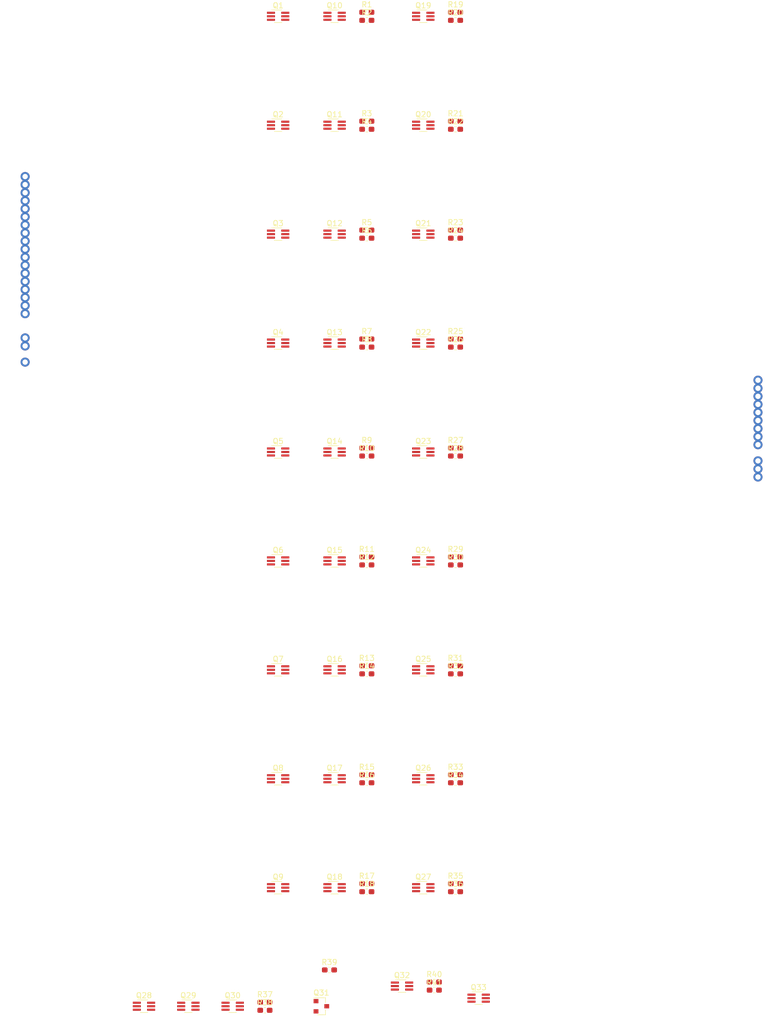
<source format=kicad_pcb>
(kicad_pcb (version 20171130) (host pcbnew 5.1.6)

  (general
    (thickness 1.6)
    (drawings 0)
    (tracks 0)
    (zones 0)
    (modules 107)
    (nets 106)
  )

  (page A4)
  (layers
    (0 F.Cu signal)
    (31 B.Cu signal)
    (32 B.Adhes user)
    (33 F.Adhes user)
    (34 B.Paste user)
    (35 F.Paste user)
    (36 B.SilkS user)
    (37 F.SilkS user)
    (38 B.Mask user)
    (39 F.Mask user)
    (40 Dwgs.User user)
    (41 Cmts.User user)
    (42 Eco1.User user)
    (43 Eco2.User user)
    (44 Edge.Cuts user)
    (45 Margin user)
    (46 B.CrtYd user)
    (47 F.CrtYd user)
    (48 B.Fab user)
    (49 F.Fab user)
  )

  (setup
    (last_trace_width 0.25)
    (trace_clearance 0.2)
    (zone_clearance 0.508)
    (zone_45_only no)
    (trace_min 0.2)
    (via_size 0.8)
    (via_drill 0.4)
    (via_min_size 0.4)
    (via_min_drill 0.3)
    (uvia_size 0.3)
    (uvia_drill 0.1)
    (uvias_allowed no)
    (uvia_min_size 0.2)
    (uvia_min_drill 0.1)
    (edge_width 0.05)
    (segment_width 0.2)
    (pcb_text_width 0.3)
    (pcb_text_size 1.5 1.5)
    (mod_edge_width 0.12)
    (mod_text_size 1 1)
    (mod_text_width 0.15)
    (pad_size 1.524 1.524)
    (pad_drill 0.762)
    (pad_to_mask_clearance 0.05)
    (aux_axis_origin 0 0)
    (visible_elements FFFFFF7F)
    (pcbplotparams
      (layerselection 0x010fc_ffffffff)
      (usegerberextensions false)
      (usegerberattributes true)
      (usegerberadvancedattributes true)
      (creategerberjobfile true)
      (excludeedgelayer true)
      (linewidth 0.100000)
      (plotframeref false)
      (viasonmask false)
      (mode 1)
      (useauxorigin false)
      (hpglpennumber 1)
      (hpglpenspeed 20)
      (hpglpendiameter 15.000000)
      (psnegative false)
      (psa4output false)
      (plotreference true)
      (plotvalue true)
      (plotinvisibletext false)
      (padsonsilk false)
      (subtractmaskfromsilk false)
      (outputformat 1)
      (mirror false)
      (drillshape 1)
      (scaleselection 1)
      (outputdirectory ""))
  )

  (net 0 "")
  (net 1 A0)
  (net 2 A1)
  (net 3 A2)
  (net 4 A3)
  (net 5 A4)
  (net 6 A5)
  (net 7 A6)
  (net 8 A7)
  (net 9 A8)
  (net 10 B0)
  (net 11 B1)
  (net 12 B2)
  (net 13 B3)
  (net 14 B4)
  (net 15 B5)
  (net 16 B6)
  (net 17 B7)
  (net 18 B8)
  (net 19 FnA2)
  (net 20 FnB2)
  (net 21 OutputEnable)
  (net 22 R0)
  (net 23 R1)
  (net 24 R2)
  (net 25 R3)
  (net 26 R4)
  (net 27 R5)
  (net 28 R6)
  (net 29 R7)
  (net 30 R8)
  (net 31 Vdd)
  (net 32 GND)
  (net 33 Vss)
  (net 34 "Net-(Q1-Pad6)")
  (net 35 /Sheet5FFC6CCC/Vdd)
  (net 36 "Net-(Q1-Pad3)")
  (net 37 /Sheet5FFC6CCC/Vss)
  (net 38 "Net-(Q11-Pad1)")
  (net 39 "Net-(Q11-Pad4)")
  (net 40 "Net-(Q12-Pad1)")
  (net 41 "Net-(Q12-Pad4)")
  (net 42 "Net-(Q13-Pad1)")
  (net 43 "Net-(Q13-Pad4)")
  (net 44 "Net-(Q14-Pad1)")
  (net 45 "Net-(Q14-Pad4)")
  (net 46 "Net-(Q15-Pad1)")
  (net 47 "Net-(Q15-Pad4)")
  (net 48 "Net-(Q16-Pad1)")
  (net 49 "Net-(Q16-Pad4)")
  (net 50 "Net-(Q17-Pad1)")
  (net 51 "Net-(Q17-Pad4)")
  (net 52 "Net-(Q18-Pad1)")
  (net 53 "Net-(Q18-Pad4)")
  (net 54 "Net-(Q10-Pad6)")
  (net 55 "Net-(Q10-Pad3)")
  (net 56 "Net-(Q11-Pad6)")
  (net 57 "Net-(Q11-Pad3)")
  (net 58 "Net-(Q12-Pad6)")
  (net 59 "Net-(Q12-Pad3)")
  (net 60 "Net-(Q13-Pad6)")
  (net 61 "Net-(Q13-Pad3)")
  (net 62 "Net-(Q14-Pad6)")
  (net 63 "Net-(Q14-Pad3)")
  (net 64 "Net-(Q15-Pad6)")
  (net 65 "Net-(Q15-Pad3)")
  (net 66 "Net-(Q16-Pad6)")
  (net 67 "Net-(Q16-Pad3)")
  (net 68 "Net-(Q17-Pad6)")
  (net 69 "Net-(Q17-Pad3)")
  (net 70 "Net-(Q18-Pad6)")
  (net 71 "Net-(Q18-Pad3)")
  (net 72 "Net-(Q19-Pad6)")
  (net 73 "Net-(Q19-Pad2)")
  (net 74 "Net-(Q19-Pad3)")
  (net 75 "Net-(Q20-Pad6)")
  (net 76 "Net-(Q20-Pad2)")
  (net 77 "Net-(Q20-Pad3)")
  (net 78 "Net-(Q21-Pad6)")
  (net 79 "Net-(Q21-Pad2)")
  (net 80 "Net-(Q21-Pad3)")
  (net 81 "Net-(Q22-Pad6)")
  (net 82 "Net-(Q22-Pad2)")
  (net 83 "Net-(Q22-Pad3)")
  (net 84 "Net-(Q23-Pad6)")
  (net 85 "Net-(Q23-Pad2)")
  (net 86 "Net-(Q23-Pad3)")
  (net 87 "Net-(Q24-Pad6)")
  (net 88 "Net-(Q24-Pad2)")
  (net 89 "Net-(Q24-Pad3)")
  (net 90 "Net-(Q25-Pad6)")
  (net 91 "Net-(Q25-Pad2)")
  (net 92 "Net-(Q25-Pad3)")
  (net 93 "Net-(Q26-Pad6)")
  (net 94 "Net-(Q26-Pad2)")
  (net 95 "Net-(Q26-Pad3)")
  (net 96 "Net-(Q27-Pad6)")
  (net 97 "Net-(Q27-Pad2)")
  (net 98 "Net-(Q27-Pad3)")
  (net 99 "Net-(Q28-Pad6)")
  (net 100 "Net-(Q28-Pad3)")
  (net 101 "Net-(Q31-Pad3)")
  (net 102 "Net-(Q31-Pad1)")
  (net 103 "Net-(Q32-Pad6)")
  (net 104 "Net-(Q32-Pad3)")
  (net 105 "Net-(Q33-Pad5)")

  (net_class Default "This is the default net class."
    (clearance 0.2)
    (trace_width 0.25)
    (via_dia 0.8)
    (via_drill 0.4)
    (uvia_dia 0.3)
    (uvia_drill 0.1)
    (add_net /Sheet5FFC6CCC/Vdd)
    (add_net /Sheet5FFC6CCC/Vss)
    (add_net A0)
    (add_net A1)
    (add_net A2)
    (add_net A3)
    (add_net A4)
    (add_net A5)
    (add_net A6)
    (add_net A7)
    (add_net A8)
    (add_net B0)
    (add_net B1)
    (add_net B2)
    (add_net B3)
    (add_net B4)
    (add_net B5)
    (add_net B6)
    (add_net B7)
    (add_net B8)
    (add_net FnA2)
    (add_net FnB2)
    (add_net GND)
    (add_net "Net-(Q1-Pad3)")
    (add_net "Net-(Q1-Pad6)")
    (add_net "Net-(Q10-Pad3)")
    (add_net "Net-(Q10-Pad6)")
    (add_net "Net-(Q11-Pad1)")
    (add_net "Net-(Q11-Pad3)")
    (add_net "Net-(Q11-Pad4)")
    (add_net "Net-(Q11-Pad6)")
    (add_net "Net-(Q12-Pad1)")
    (add_net "Net-(Q12-Pad3)")
    (add_net "Net-(Q12-Pad4)")
    (add_net "Net-(Q12-Pad6)")
    (add_net "Net-(Q13-Pad1)")
    (add_net "Net-(Q13-Pad3)")
    (add_net "Net-(Q13-Pad4)")
    (add_net "Net-(Q13-Pad6)")
    (add_net "Net-(Q14-Pad1)")
    (add_net "Net-(Q14-Pad3)")
    (add_net "Net-(Q14-Pad4)")
    (add_net "Net-(Q14-Pad6)")
    (add_net "Net-(Q15-Pad1)")
    (add_net "Net-(Q15-Pad3)")
    (add_net "Net-(Q15-Pad4)")
    (add_net "Net-(Q15-Pad6)")
    (add_net "Net-(Q16-Pad1)")
    (add_net "Net-(Q16-Pad3)")
    (add_net "Net-(Q16-Pad4)")
    (add_net "Net-(Q16-Pad6)")
    (add_net "Net-(Q17-Pad1)")
    (add_net "Net-(Q17-Pad3)")
    (add_net "Net-(Q17-Pad4)")
    (add_net "Net-(Q17-Pad6)")
    (add_net "Net-(Q18-Pad1)")
    (add_net "Net-(Q18-Pad3)")
    (add_net "Net-(Q18-Pad4)")
    (add_net "Net-(Q18-Pad6)")
    (add_net "Net-(Q19-Pad2)")
    (add_net "Net-(Q19-Pad3)")
    (add_net "Net-(Q19-Pad6)")
    (add_net "Net-(Q20-Pad2)")
    (add_net "Net-(Q20-Pad3)")
    (add_net "Net-(Q20-Pad6)")
    (add_net "Net-(Q21-Pad2)")
    (add_net "Net-(Q21-Pad3)")
    (add_net "Net-(Q21-Pad6)")
    (add_net "Net-(Q22-Pad2)")
    (add_net "Net-(Q22-Pad3)")
    (add_net "Net-(Q22-Pad6)")
    (add_net "Net-(Q23-Pad2)")
    (add_net "Net-(Q23-Pad3)")
    (add_net "Net-(Q23-Pad6)")
    (add_net "Net-(Q24-Pad2)")
    (add_net "Net-(Q24-Pad3)")
    (add_net "Net-(Q24-Pad6)")
    (add_net "Net-(Q25-Pad2)")
    (add_net "Net-(Q25-Pad3)")
    (add_net "Net-(Q25-Pad6)")
    (add_net "Net-(Q26-Pad2)")
    (add_net "Net-(Q26-Pad3)")
    (add_net "Net-(Q26-Pad6)")
    (add_net "Net-(Q27-Pad2)")
    (add_net "Net-(Q27-Pad3)")
    (add_net "Net-(Q27-Pad6)")
    (add_net "Net-(Q28-Pad3)")
    (add_net "Net-(Q28-Pad6)")
    (add_net "Net-(Q31-Pad1)")
    (add_net "Net-(Q31-Pad3)")
    (add_net "Net-(Q32-Pad3)")
    (add_net "Net-(Q32-Pad6)")
    (add_net "Net-(Q33-Pad5)")
    (add_net OutputEnable)
    (add_net R0)
    (add_net R1)
    (add_net R2)
    (add_net R3)
    (add_net R4)
    (add_net R5)
    (add_net R6)
    (add_net R7)
    (add_net R8)
    (add_net Vdd)
    (add_net Vss)
  )

  (module Resistor_SMD:R_0603_1608Metric_Pad1.05x0.95mm_HandSolder (layer F.Cu) (tedit 5B301BBD) (tstamp 5FFF2742)
    (at 155.874 180.447)
    (descr "Resistor SMD 0603 (1608 Metric), square (rectangular) end terminal, IPC_7351 nominal with elongated pad for handsoldering. (Body size source: http://www.tortai-tech.com/upload/download/2011102023233369053.pdf), generated with kicad-footprint-generator")
    (tags "resistor handsolder")
    (path /601E1494/61C50180)
    (attr smd)
    (fp_text reference R41 (at 0 -1.43) (layer F.SilkS)
      (effects (font (size 1 1) (thickness 0.15)))
    )
    (fp_text value 12k (at 0 1.43) (layer F.Fab)
      (effects (font (size 1 1) (thickness 0.15)))
    )
    (fp_text user %R (at 0 0) (layer F.Fab)
      (effects (font (size 0.4 0.4) (thickness 0.06)))
    )
    (fp_line (start -0.8 0.4) (end -0.8 -0.4) (layer F.Fab) (width 0.1))
    (fp_line (start -0.8 -0.4) (end 0.8 -0.4) (layer F.Fab) (width 0.1))
    (fp_line (start 0.8 -0.4) (end 0.8 0.4) (layer F.Fab) (width 0.1))
    (fp_line (start 0.8 0.4) (end -0.8 0.4) (layer F.Fab) (width 0.1))
    (fp_line (start -0.171267 -0.51) (end 0.171267 -0.51) (layer F.SilkS) (width 0.12))
    (fp_line (start -0.171267 0.51) (end 0.171267 0.51) (layer F.SilkS) (width 0.12))
    (fp_line (start -1.65 0.73) (end -1.65 -0.73) (layer F.CrtYd) (width 0.05))
    (fp_line (start -1.65 -0.73) (end 1.65 -0.73) (layer F.CrtYd) (width 0.05))
    (fp_line (start 1.65 -0.73) (end 1.65 0.73) (layer F.CrtYd) (width 0.05))
    (fp_line (start 1.65 0.73) (end -1.65 0.73) (layer F.CrtYd) (width 0.05))
    (pad 2 smd roundrect (at 0.875 0) (size 1.05 0.95) (layers F.Cu F.Paste F.Mask) (roundrect_rratio 0.25)
      (net 105 "Net-(Q33-Pad5)"))
    (pad 1 smd roundrect (at -0.875 0) (size 1.05 0.95) (layers F.Cu F.Paste F.Mask) (roundrect_rratio 0.25)
      (net 103 "Net-(Q32-Pad6)"))
    (model ${KISYS3DMOD}/Resistor_SMD.3dshapes/R_0603_1608Metric.wrl
      (at (xyz 0 0 0))
      (scale (xyz 1 1 1))
      (rotate (xyz 0 0 0))
    )
  )

  (module Resistor_SMD:R_0603_1608Metric_Pad1.05x0.95mm_HandSolder (layer F.Cu) (tedit 5B301BBD) (tstamp 5FFF2731)
    (at 155.874 178.947)
    (descr "Resistor SMD 0603 (1608 Metric), square (rectangular) end terminal, IPC_7351 nominal with elongated pad for handsoldering. (Body size source: http://www.tortai-tech.com/upload/download/2011102023233369053.pdf), generated with kicad-footprint-generator")
    (tags "resistor handsolder")
    (path /601E1494/61C50186)
    (attr smd)
    (fp_text reference R40 (at 0 -1.43) (layer F.SilkS)
      (effects (font (size 1 1) (thickness 0.15)))
    )
    (fp_text value 12k (at 0 1.43) (layer F.Fab)
      (effects (font (size 1 1) (thickness 0.15)))
    )
    (fp_text user %R (at 0 0) (layer F.Fab)
      (effects (font (size 0.4 0.4) (thickness 0.06)))
    )
    (fp_line (start -0.8 0.4) (end -0.8 -0.4) (layer F.Fab) (width 0.1))
    (fp_line (start -0.8 -0.4) (end 0.8 -0.4) (layer F.Fab) (width 0.1))
    (fp_line (start 0.8 -0.4) (end 0.8 0.4) (layer F.Fab) (width 0.1))
    (fp_line (start 0.8 0.4) (end -0.8 0.4) (layer F.Fab) (width 0.1))
    (fp_line (start -0.171267 -0.51) (end 0.171267 -0.51) (layer F.SilkS) (width 0.12))
    (fp_line (start -0.171267 0.51) (end 0.171267 0.51) (layer F.SilkS) (width 0.12))
    (fp_line (start -1.65 0.73) (end -1.65 -0.73) (layer F.CrtYd) (width 0.05))
    (fp_line (start -1.65 -0.73) (end 1.65 -0.73) (layer F.CrtYd) (width 0.05))
    (fp_line (start 1.65 -0.73) (end 1.65 0.73) (layer F.CrtYd) (width 0.05))
    (fp_line (start 1.65 0.73) (end -1.65 0.73) (layer F.CrtYd) (width 0.05))
    (pad 2 smd roundrect (at 0.875 0) (size 1.05 0.95) (layers F.Cu F.Paste F.Mask) (roundrect_rratio 0.25)
      (net 104 "Net-(Q32-Pad3)"))
    (pad 1 smd roundrect (at -0.875 0) (size 1.05 0.95) (layers F.Cu F.Paste F.Mask) (roundrect_rratio 0.25)
      (net 105 "Net-(Q33-Pad5)"))
    (model ${KISYS3DMOD}/Resistor_SMD.3dshapes/R_0603_1608Metric.wrl
      (at (xyz 0 0 0))
      (scale (xyz 1 1 1))
      (rotate (xyz 0 0 0))
    )
  )

  (module Resistor_SMD:R_0603_1608Metric_Pad1.05x0.95mm_HandSolder (layer F.Cu) (tedit 5B301BBD) (tstamp 5FFF2720)
    (at 136.374 176.697)
    (descr "Resistor SMD 0603 (1608 Metric), square (rectangular) end terminal, IPC_7351 nominal with elongated pad for handsoldering. (Body size source: http://www.tortai-tech.com/upload/download/2011102023233369053.pdf), generated with kicad-footprint-generator")
    (tags "resistor handsolder")
    (path /601E1494/61C50169)
    (attr smd)
    (fp_text reference R39 (at 0 -1.43) (layer F.SilkS)
      (effects (font (size 1 1) (thickness 0.15)))
    )
    (fp_text value 12k (at 0 1.43) (layer F.Fab)
      (effects (font (size 1 1) (thickness 0.15)))
    )
    (fp_text user %R (at 0 0) (layer F.Fab)
      (effects (font (size 0.4 0.4) (thickness 0.06)))
    )
    (fp_line (start -0.8 0.4) (end -0.8 -0.4) (layer F.Fab) (width 0.1))
    (fp_line (start -0.8 -0.4) (end 0.8 -0.4) (layer F.Fab) (width 0.1))
    (fp_line (start 0.8 -0.4) (end 0.8 0.4) (layer F.Fab) (width 0.1))
    (fp_line (start 0.8 0.4) (end -0.8 0.4) (layer F.Fab) (width 0.1))
    (fp_line (start -0.171267 -0.51) (end 0.171267 -0.51) (layer F.SilkS) (width 0.12))
    (fp_line (start -0.171267 0.51) (end 0.171267 0.51) (layer F.SilkS) (width 0.12))
    (fp_line (start -1.65 0.73) (end -1.65 -0.73) (layer F.CrtYd) (width 0.05))
    (fp_line (start -1.65 -0.73) (end 1.65 -0.73) (layer F.CrtYd) (width 0.05))
    (fp_line (start 1.65 -0.73) (end 1.65 0.73) (layer F.CrtYd) (width 0.05))
    (fp_line (start 1.65 0.73) (end -1.65 0.73) (layer F.CrtYd) (width 0.05))
    (pad 2 smd roundrect (at 0.875 0) (size 1.05 0.95) (layers F.Cu F.Paste F.Mask) (roundrect_rratio 0.25)
      (net 31 Vdd))
    (pad 1 smd roundrect (at -0.875 0) (size 1.05 0.95) (layers F.Cu F.Paste F.Mask) (roundrect_rratio 0.25)
      (net 101 "Net-(Q31-Pad3)"))
    (model ${KISYS3DMOD}/Resistor_SMD.3dshapes/R_0603_1608Metric.wrl
      (at (xyz 0 0 0))
      (scale (xyz 1 1 1))
      (rotate (xyz 0 0 0))
    )
  )

  (module Resistor_SMD:R_0603_1608Metric_Pad1.05x0.95mm_HandSolder (layer F.Cu) (tedit 5B301BBD) (tstamp 5FFF270F)
    (at 124.374 184.197)
    (descr "Resistor SMD 0603 (1608 Metric), square (rectangular) end terminal, IPC_7351 nominal with elongated pad for handsoldering. (Body size source: http://www.tortai-tech.com/upload/download/2011102023233369053.pdf), generated with kicad-footprint-generator")
    (tags "resistor handsolder")
    (path /601E1494/61C50148)
    (attr smd)
    (fp_text reference R38 (at 0 -1.43) (layer F.SilkS)
      (effects (font (size 1 1) (thickness 0.15)))
    )
    (fp_text value 12k (at 0 1.43) (layer F.Fab)
      (effects (font (size 1 1) (thickness 0.15)))
    )
    (fp_text user %R (at 0 0) (layer F.Fab)
      (effects (font (size 0.4 0.4) (thickness 0.06)))
    )
    (fp_line (start -0.8 0.4) (end -0.8 -0.4) (layer F.Fab) (width 0.1))
    (fp_line (start -0.8 -0.4) (end 0.8 -0.4) (layer F.Fab) (width 0.1))
    (fp_line (start 0.8 -0.4) (end 0.8 0.4) (layer F.Fab) (width 0.1))
    (fp_line (start 0.8 0.4) (end -0.8 0.4) (layer F.Fab) (width 0.1))
    (fp_line (start -0.171267 -0.51) (end 0.171267 -0.51) (layer F.SilkS) (width 0.12))
    (fp_line (start -0.171267 0.51) (end 0.171267 0.51) (layer F.SilkS) (width 0.12))
    (fp_line (start -1.65 0.73) (end -1.65 -0.73) (layer F.CrtYd) (width 0.05))
    (fp_line (start -1.65 -0.73) (end 1.65 -0.73) (layer F.CrtYd) (width 0.05))
    (fp_line (start 1.65 -0.73) (end 1.65 0.73) (layer F.CrtYd) (width 0.05))
    (fp_line (start 1.65 0.73) (end -1.65 0.73) (layer F.CrtYd) (width 0.05))
    (pad 2 smd roundrect (at 0.875 0) (size 1.05 0.95) (layers F.Cu F.Paste F.Mask) (roundrect_rratio 0.25)
      (net 102 "Net-(Q31-Pad1)"))
    (pad 1 smd roundrect (at -0.875 0) (size 1.05 0.95) (layers F.Cu F.Paste F.Mask) (roundrect_rratio 0.25)
      (net 99 "Net-(Q28-Pad6)"))
    (model ${KISYS3DMOD}/Resistor_SMD.3dshapes/R_0603_1608Metric.wrl
      (at (xyz 0 0 0))
      (scale (xyz 1 1 1))
      (rotate (xyz 0 0 0))
    )
  )

  (module Resistor_SMD:R_0603_1608Metric_Pad1.05x0.95mm_HandSolder (layer F.Cu) (tedit 5B301BBD) (tstamp 5FFF26FE)
    (at 124.374 182.697)
    (descr "Resistor SMD 0603 (1608 Metric), square (rectangular) end terminal, IPC_7351 nominal with elongated pad for handsoldering. (Body size source: http://www.tortai-tech.com/upload/download/2011102023233369053.pdf), generated with kicad-footprint-generator")
    (tags "resistor handsolder")
    (path /601E1494/61C50142)
    (attr smd)
    (fp_text reference R37 (at 0 -1.43) (layer F.SilkS)
      (effects (font (size 1 1) (thickness 0.15)))
    )
    (fp_text value 12k (at 0 1.43) (layer F.Fab)
      (effects (font (size 1 1) (thickness 0.15)))
    )
    (fp_text user %R (at 0 0) (layer F.Fab)
      (effects (font (size 0.4 0.4) (thickness 0.06)))
    )
    (fp_line (start -0.8 0.4) (end -0.8 -0.4) (layer F.Fab) (width 0.1))
    (fp_line (start -0.8 -0.4) (end 0.8 -0.4) (layer F.Fab) (width 0.1))
    (fp_line (start 0.8 -0.4) (end 0.8 0.4) (layer F.Fab) (width 0.1))
    (fp_line (start 0.8 0.4) (end -0.8 0.4) (layer F.Fab) (width 0.1))
    (fp_line (start -0.171267 -0.51) (end 0.171267 -0.51) (layer F.SilkS) (width 0.12))
    (fp_line (start -0.171267 0.51) (end 0.171267 0.51) (layer F.SilkS) (width 0.12))
    (fp_line (start -1.65 0.73) (end -1.65 -0.73) (layer F.CrtYd) (width 0.05))
    (fp_line (start -1.65 -0.73) (end 1.65 -0.73) (layer F.CrtYd) (width 0.05))
    (fp_line (start 1.65 -0.73) (end 1.65 0.73) (layer F.CrtYd) (width 0.05))
    (fp_line (start 1.65 0.73) (end -1.65 0.73) (layer F.CrtYd) (width 0.05))
    (pad 2 smd roundrect (at 0.875 0) (size 1.05 0.95) (layers F.Cu F.Paste F.Mask) (roundrect_rratio 0.25)
      (net 100 "Net-(Q28-Pad3)"))
    (pad 1 smd roundrect (at -0.875 0) (size 1.05 0.95) (layers F.Cu F.Paste F.Mask) (roundrect_rratio 0.25)
      (net 102 "Net-(Q31-Pad1)"))
    (model ${KISYS3DMOD}/Resistor_SMD.3dshapes/R_0603_1608Metric.wrl
      (at (xyz 0 0 0))
      (scale (xyz 1 1 1))
      (rotate (xyz 0 0 0))
    )
  )

  (module Resistor_SMD:R_0603_1608Metric_Pad1.05x0.95mm_HandSolder (layer F.Cu) (tedit 5B301BBD) (tstamp 5FFF26ED)
    (at 159.826 162.1515)
    (descr "Resistor SMD 0603 (1608 Metric), square (rectangular) end terminal, IPC_7351 nominal with elongated pad for handsoldering. (Body size source: http://www.tortai-tech.com/upload/download/2011102023233369053.pdf), generated with kicad-footprint-generator")
    (tags "resistor handsolder")
    (path /5FFC6CCD/6002196A)
    (attr smd)
    (fp_text reference R36 (at 0 -1.43) (layer F.SilkS)
      (effects (font (size 1 1) (thickness 0.15)))
    )
    (fp_text value 12k (at 0 1.43) (layer F.Fab)
      (effects (font (size 1 1) (thickness 0.15)))
    )
    (fp_text user %R (at 0 0) (layer F.Fab)
      (effects (font (size 0.4 0.4) (thickness 0.06)))
    )
    (fp_line (start -0.8 0.4) (end -0.8 -0.4) (layer F.Fab) (width 0.1))
    (fp_line (start -0.8 -0.4) (end 0.8 -0.4) (layer F.Fab) (width 0.1))
    (fp_line (start 0.8 -0.4) (end 0.8 0.4) (layer F.Fab) (width 0.1))
    (fp_line (start 0.8 0.4) (end -0.8 0.4) (layer F.Fab) (width 0.1))
    (fp_line (start -0.171267 -0.51) (end 0.171267 -0.51) (layer F.SilkS) (width 0.12))
    (fp_line (start -0.171267 0.51) (end 0.171267 0.51) (layer F.SilkS) (width 0.12))
    (fp_line (start -1.65 0.73) (end -1.65 -0.73) (layer F.CrtYd) (width 0.05))
    (fp_line (start -1.65 -0.73) (end 1.65 -0.73) (layer F.CrtYd) (width 0.05))
    (fp_line (start 1.65 -0.73) (end 1.65 0.73) (layer F.CrtYd) (width 0.05))
    (fp_line (start 1.65 0.73) (end -1.65 0.73) (layer F.CrtYd) (width 0.05))
    (pad 2 smd roundrect (at 0.875 0) (size 1.05 0.95) (layers F.Cu F.Paste F.Mask) (roundrect_rratio 0.25)
      (net 22 R0))
    (pad 1 smd roundrect (at -0.875 0) (size 1.05 0.95) (layers F.Cu F.Paste F.Mask) (roundrect_rratio 0.25)
      (net 96 "Net-(Q27-Pad6)"))
    (model ${KISYS3DMOD}/Resistor_SMD.3dshapes/R_0603_1608Metric.wrl
      (at (xyz 0 0 0))
      (scale (xyz 1 1 1))
      (rotate (xyz 0 0 0))
    )
  )

  (module Resistor_SMD:R_0603_1608Metric_Pad1.05x0.95mm_HandSolder (layer F.Cu) (tedit 5B301BBD) (tstamp 5FFF26DC)
    (at 159.826 160.6515)
    (descr "Resistor SMD 0603 (1608 Metric), square (rectangular) end terminal, IPC_7351 nominal with elongated pad for handsoldering. (Body size source: http://www.tortai-tech.com/upload/download/2011102023233369053.pdf), generated with kicad-footprint-generator")
    (tags "resistor handsolder")
    (path /5FFC6CCD/60021964)
    (attr smd)
    (fp_text reference R35 (at 0 -1.43) (layer F.SilkS)
      (effects (font (size 1 1) (thickness 0.15)))
    )
    (fp_text value 12k (at 0 1.43) (layer F.Fab)
      (effects (font (size 1 1) (thickness 0.15)))
    )
    (fp_text user %R (at 0 0) (layer F.Fab)
      (effects (font (size 0.4 0.4) (thickness 0.06)))
    )
    (fp_line (start -0.8 0.4) (end -0.8 -0.4) (layer F.Fab) (width 0.1))
    (fp_line (start -0.8 -0.4) (end 0.8 -0.4) (layer F.Fab) (width 0.1))
    (fp_line (start 0.8 -0.4) (end 0.8 0.4) (layer F.Fab) (width 0.1))
    (fp_line (start 0.8 0.4) (end -0.8 0.4) (layer F.Fab) (width 0.1))
    (fp_line (start -0.171267 -0.51) (end 0.171267 -0.51) (layer F.SilkS) (width 0.12))
    (fp_line (start -0.171267 0.51) (end 0.171267 0.51) (layer F.SilkS) (width 0.12))
    (fp_line (start -1.65 0.73) (end -1.65 -0.73) (layer F.CrtYd) (width 0.05))
    (fp_line (start -1.65 -0.73) (end 1.65 -0.73) (layer F.CrtYd) (width 0.05))
    (fp_line (start 1.65 -0.73) (end 1.65 0.73) (layer F.CrtYd) (width 0.05))
    (fp_line (start 1.65 0.73) (end -1.65 0.73) (layer F.CrtYd) (width 0.05))
    (pad 2 smd roundrect (at 0.875 0) (size 1.05 0.95) (layers F.Cu F.Paste F.Mask) (roundrect_rratio 0.25)
      (net 98 "Net-(Q27-Pad3)"))
    (pad 1 smd roundrect (at -0.875 0) (size 1.05 0.95) (layers F.Cu F.Paste F.Mask) (roundrect_rratio 0.25)
      (net 22 R0))
    (model ${KISYS3DMOD}/Resistor_SMD.3dshapes/R_0603_1608Metric.wrl
      (at (xyz 0 0 0))
      (scale (xyz 1 1 1))
      (rotate (xyz 0 0 0))
    )
  )

  (module Resistor_SMD:R_0603_1608Metric_Pad1.05x0.95mm_HandSolder (layer F.Cu) (tedit 5B301BBD) (tstamp 5FFF26CB)
    (at 159.826 141.9015)
    (descr "Resistor SMD 0603 (1608 Metric), square (rectangular) end terminal, IPC_7351 nominal with elongated pad for handsoldering. (Body size source: http://www.tortai-tech.com/upload/download/2011102023233369053.pdf), generated with kicad-footprint-generator")
    (tags "resistor handsolder")
    (path /5FFC6CCD/60021943)
    (attr smd)
    (fp_text reference R34 (at 0 -1.43) (layer F.SilkS)
      (effects (font (size 1 1) (thickness 0.15)))
    )
    (fp_text value 12k (at 0 1.43) (layer F.Fab)
      (effects (font (size 1 1) (thickness 0.15)))
    )
    (fp_text user %R (at 0 0) (layer F.Fab)
      (effects (font (size 0.4 0.4) (thickness 0.06)))
    )
    (fp_line (start -0.8 0.4) (end -0.8 -0.4) (layer F.Fab) (width 0.1))
    (fp_line (start -0.8 -0.4) (end 0.8 -0.4) (layer F.Fab) (width 0.1))
    (fp_line (start 0.8 -0.4) (end 0.8 0.4) (layer F.Fab) (width 0.1))
    (fp_line (start 0.8 0.4) (end -0.8 0.4) (layer F.Fab) (width 0.1))
    (fp_line (start -0.171267 -0.51) (end 0.171267 -0.51) (layer F.SilkS) (width 0.12))
    (fp_line (start -0.171267 0.51) (end 0.171267 0.51) (layer F.SilkS) (width 0.12))
    (fp_line (start -1.65 0.73) (end -1.65 -0.73) (layer F.CrtYd) (width 0.05))
    (fp_line (start -1.65 -0.73) (end 1.65 -0.73) (layer F.CrtYd) (width 0.05))
    (fp_line (start 1.65 -0.73) (end 1.65 0.73) (layer F.CrtYd) (width 0.05))
    (fp_line (start 1.65 0.73) (end -1.65 0.73) (layer F.CrtYd) (width 0.05))
    (pad 2 smd roundrect (at 0.875 0) (size 1.05 0.95) (layers F.Cu F.Paste F.Mask) (roundrect_rratio 0.25)
      (net 23 R1))
    (pad 1 smd roundrect (at -0.875 0) (size 1.05 0.95) (layers F.Cu F.Paste F.Mask) (roundrect_rratio 0.25)
      (net 93 "Net-(Q26-Pad6)"))
    (model ${KISYS3DMOD}/Resistor_SMD.3dshapes/R_0603_1608Metric.wrl
      (at (xyz 0 0 0))
      (scale (xyz 1 1 1))
      (rotate (xyz 0 0 0))
    )
  )

  (module Resistor_SMD:R_0603_1608Metric_Pad1.05x0.95mm_HandSolder (layer F.Cu) (tedit 5B301BBD) (tstamp 5FFF26BA)
    (at 159.826 140.4015)
    (descr "Resistor SMD 0603 (1608 Metric), square (rectangular) end terminal, IPC_7351 nominal with elongated pad for handsoldering. (Body size source: http://www.tortai-tech.com/upload/download/2011102023233369053.pdf), generated with kicad-footprint-generator")
    (tags "resistor handsolder")
    (path /5FFC6CCD/6002193D)
    (attr smd)
    (fp_text reference R33 (at 0 -1.43) (layer F.SilkS)
      (effects (font (size 1 1) (thickness 0.15)))
    )
    (fp_text value 12k (at 0 1.43) (layer F.Fab)
      (effects (font (size 1 1) (thickness 0.15)))
    )
    (fp_text user %R (at 0 0) (layer F.Fab)
      (effects (font (size 0.4 0.4) (thickness 0.06)))
    )
    (fp_line (start -0.8 0.4) (end -0.8 -0.4) (layer F.Fab) (width 0.1))
    (fp_line (start -0.8 -0.4) (end 0.8 -0.4) (layer F.Fab) (width 0.1))
    (fp_line (start 0.8 -0.4) (end 0.8 0.4) (layer F.Fab) (width 0.1))
    (fp_line (start 0.8 0.4) (end -0.8 0.4) (layer F.Fab) (width 0.1))
    (fp_line (start -0.171267 -0.51) (end 0.171267 -0.51) (layer F.SilkS) (width 0.12))
    (fp_line (start -0.171267 0.51) (end 0.171267 0.51) (layer F.SilkS) (width 0.12))
    (fp_line (start -1.65 0.73) (end -1.65 -0.73) (layer F.CrtYd) (width 0.05))
    (fp_line (start -1.65 -0.73) (end 1.65 -0.73) (layer F.CrtYd) (width 0.05))
    (fp_line (start 1.65 -0.73) (end 1.65 0.73) (layer F.CrtYd) (width 0.05))
    (fp_line (start 1.65 0.73) (end -1.65 0.73) (layer F.CrtYd) (width 0.05))
    (pad 2 smd roundrect (at 0.875 0) (size 1.05 0.95) (layers F.Cu F.Paste F.Mask) (roundrect_rratio 0.25)
      (net 95 "Net-(Q26-Pad3)"))
    (pad 1 smd roundrect (at -0.875 0) (size 1.05 0.95) (layers F.Cu F.Paste F.Mask) (roundrect_rratio 0.25)
      (net 23 R1))
    (model ${KISYS3DMOD}/Resistor_SMD.3dshapes/R_0603_1608Metric.wrl
      (at (xyz 0 0 0))
      (scale (xyz 1 1 1))
      (rotate (xyz 0 0 0))
    )
  )

  (module Resistor_SMD:R_0603_1608Metric_Pad1.05x0.95mm_HandSolder (layer F.Cu) (tedit 5B301BBD) (tstamp 5FFF26A9)
    (at 159.826 121.6515)
    (descr "Resistor SMD 0603 (1608 Metric), square (rectangular) end terminal, IPC_7351 nominal with elongated pad for handsoldering. (Body size source: http://www.tortai-tech.com/upload/download/2011102023233369053.pdf), generated with kicad-footprint-generator")
    (tags "resistor handsolder")
    (path /5FFC6CCD/6002191C)
    (attr smd)
    (fp_text reference R32 (at 0 -1.43) (layer F.SilkS)
      (effects (font (size 1 1) (thickness 0.15)))
    )
    (fp_text value 12k (at 0 1.43) (layer F.Fab)
      (effects (font (size 1 1) (thickness 0.15)))
    )
    (fp_text user %R (at 0 0) (layer F.Fab)
      (effects (font (size 0.4 0.4) (thickness 0.06)))
    )
    (fp_line (start -0.8 0.4) (end -0.8 -0.4) (layer F.Fab) (width 0.1))
    (fp_line (start -0.8 -0.4) (end 0.8 -0.4) (layer F.Fab) (width 0.1))
    (fp_line (start 0.8 -0.4) (end 0.8 0.4) (layer F.Fab) (width 0.1))
    (fp_line (start 0.8 0.4) (end -0.8 0.4) (layer F.Fab) (width 0.1))
    (fp_line (start -0.171267 -0.51) (end 0.171267 -0.51) (layer F.SilkS) (width 0.12))
    (fp_line (start -0.171267 0.51) (end 0.171267 0.51) (layer F.SilkS) (width 0.12))
    (fp_line (start -1.65 0.73) (end -1.65 -0.73) (layer F.CrtYd) (width 0.05))
    (fp_line (start -1.65 -0.73) (end 1.65 -0.73) (layer F.CrtYd) (width 0.05))
    (fp_line (start 1.65 -0.73) (end 1.65 0.73) (layer F.CrtYd) (width 0.05))
    (fp_line (start 1.65 0.73) (end -1.65 0.73) (layer F.CrtYd) (width 0.05))
    (pad 2 smd roundrect (at 0.875 0) (size 1.05 0.95) (layers F.Cu F.Paste F.Mask) (roundrect_rratio 0.25)
      (net 24 R2))
    (pad 1 smd roundrect (at -0.875 0) (size 1.05 0.95) (layers F.Cu F.Paste F.Mask) (roundrect_rratio 0.25)
      (net 90 "Net-(Q25-Pad6)"))
    (model ${KISYS3DMOD}/Resistor_SMD.3dshapes/R_0603_1608Metric.wrl
      (at (xyz 0 0 0))
      (scale (xyz 1 1 1))
      (rotate (xyz 0 0 0))
    )
  )

  (module Resistor_SMD:R_0603_1608Metric_Pad1.05x0.95mm_HandSolder (layer F.Cu) (tedit 5B301BBD) (tstamp 5FFF2698)
    (at 159.826 120.1515)
    (descr "Resistor SMD 0603 (1608 Metric), square (rectangular) end terminal, IPC_7351 nominal with elongated pad for handsoldering. (Body size source: http://www.tortai-tech.com/upload/download/2011102023233369053.pdf), generated with kicad-footprint-generator")
    (tags "resistor handsolder")
    (path /5FFC6CCD/60021916)
    (attr smd)
    (fp_text reference R31 (at 0 -1.43) (layer F.SilkS)
      (effects (font (size 1 1) (thickness 0.15)))
    )
    (fp_text value 12k (at 0 1.43) (layer F.Fab)
      (effects (font (size 1 1) (thickness 0.15)))
    )
    (fp_text user %R (at 0 0) (layer F.Fab)
      (effects (font (size 0.4 0.4) (thickness 0.06)))
    )
    (fp_line (start -0.8 0.4) (end -0.8 -0.4) (layer F.Fab) (width 0.1))
    (fp_line (start -0.8 -0.4) (end 0.8 -0.4) (layer F.Fab) (width 0.1))
    (fp_line (start 0.8 -0.4) (end 0.8 0.4) (layer F.Fab) (width 0.1))
    (fp_line (start 0.8 0.4) (end -0.8 0.4) (layer F.Fab) (width 0.1))
    (fp_line (start -0.171267 -0.51) (end 0.171267 -0.51) (layer F.SilkS) (width 0.12))
    (fp_line (start -0.171267 0.51) (end 0.171267 0.51) (layer F.SilkS) (width 0.12))
    (fp_line (start -1.65 0.73) (end -1.65 -0.73) (layer F.CrtYd) (width 0.05))
    (fp_line (start -1.65 -0.73) (end 1.65 -0.73) (layer F.CrtYd) (width 0.05))
    (fp_line (start 1.65 -0.73) (end 1.65 0.73) (layer F.CrtYd) (width 0.05))
    (fp_line (start 1.65 0.73) (end -1.65 0.73) (layer F.CrtYd) (width 0.05))
    (pad 2 smd roundrect (at 0.875 0) (size 1.05 0.95) (layers F.Cu F.Paste F.Mask) (roundrect_rratio 0.25)
      (net 92 "Net-(Q25-Pad3)"))
    (pad 1 smd roundrect (at -0.875 0) (size 1.05 0.95) (layers F.Cu F.Paste F.Mask) (roundrect_rratio 0.25)
      (net 24 R2))
    (model ${KISYS3DMOD}/Resistor_SMD.3dshapes/R_0603_1608Metric.wrl
      (at (xyz 0 0 0))
      (scale (xyz 1 1 1))
      (rotate (xyz 0 0 0))
    )
  )

  (module Resistor_SMD:R_0603_1608Metric_Pad1.05x0.95mm_HandSolder (layer F.Cu) (tedit 5B301BBD) (tstamp 5FFF2687)
    (at 159.826 101.4015)
    (descr "Resistor SMD 0603 (1608 Metric), square (rectangular) end terminal, IPC_7351 nominal with elongated pad for handsoldering. (Body size source: http://www.tortai-tech.com/upload/download/2011102023233369053.pdf), generated with kicad-footprint-generator")
    (tags "resistor handsolder")
    (path /5FFC6CCD/600218F5)
    (attr smd)
    (fp_text reference R30 (at 0 -1.43) (layer F.SilkS)
      (effects (font (size 1 1) (thickness 0.15)))
    )
    (fp_text value 12k (at 0 1.43) (layer F.Fab)
      (effects (font (size 1 1) (thickness 0.15)))
    )
    (fp_text user %R (at 0 0) (layer F.Fab)
      (effects (font (size 0.4 0.4) (thickness 0.06)))
    )
    (fp_line (start -0.8 0.4) (end -0.8 -0.4) (layer F.Fab) (width 0.1))
    (fp_line (start -0.8 -0.4) (end 0.8 -0.4) (layer F.Fab) (width 0.1))
    (fp_line (start 0.8 -0.4) (end 0.8 0.4) (layer F.Fab) (width 0.1))
    (fp_line (start 0.8 0.4) (end -0.8 0.4) (layer F.Fab) (width 0.1))
    (fp_line (start -0.171267 -0.51) (end 0.171267 -0.51) (layer F.SilkS) (width 0.12))
    (fp_line (start -0.171267 0.51) (end 0.171267 0.51) (layer F.SilkS) (width 0.12))
    (fp_line (start -1.65 0.73) (end -1.65 -0.73) (layer F.CrtYd) (width 0.05))
    (fp_line (start -1.65 -0.73) (end 1.65 -0.73) (layer F.CrtYd) (width 0.05))
    (fp_line (start 1.65 -0.73) (end 1.65 0.73) (layer F.CrtYd) (width 0.05))
    (fp_line (start 1.65 0.73) (end -1.65 0.73) (layer F.CrtYd) (width 0.05))
    (pad 2 smd roundrect (at 0.875 0) (size 1.05 0.95) (layers F.Cu F.Paste F.Mask) (roundrect_rratio 0.25)
      (net 25 R3))
    (pad 1 smd roundrect (at -0.875 0) (size 1.05 0.95) (layers F.Cu F.Paste F.Mask) (roundrect_rratio 0.25)
      (net 87 "Net-(Q24-Pad6)"))
    (model ${KISYS3DMOD}/Resistor_SMD.3dshapes/R_0603_1608Metric.wrl
      (at (xyz 0 0 0))
      (scale (xyz 1 1 1))
      (rotate (xyz 0 0 0))
    )
  )

  (module Resistor_SMD:R_0603_1608Metric_Pad1.05x0.95mm_HandSolder (layer F.Cu) (tedit 5B301BBD) (tstamp 5FFF2676)
    (at 159.826 99.9015)
    (descr "Resistor SMD 0603 (1608 Metric), square (rectangular) end terminal, IPC_7351 nominal with elongated pad for handsoldering. (Body size source: http://www.tortai-tech.com/upload/download/2011102023233369053.pdf), generated with kicad-footprint-generator")
    (tags "resistor handsolder")
    (path /5FFC6CCD/600218EF)
    (attr smd)
    (fp_text reference R29 (at 0 -1.43) (layer F.SilkS)
      (effects (font (size 1 1) (thickness 0.15)))
    )
    (fp_text value 12k (at 0 1.43) (layer F.Fab)
      (effects (font (size 1 1) (thickness 0.15)))
    )
    (fp_text user %R (at 0 0) (layer F.Fab)
      (effects (font (size 0.4 0.4) (thickness 0.06)))
    )
    (fp_line (start -0.8 0.4) (end -0.8 -0.4) (layer F.Fab) (width 0.1))
    (fp_line (start -0.8 -0.4) (end 0.8 -0.4) (layer F.Fab) (width 0.1))
    (fp_line (start 0.8 -0.4) (end 0.8 0.4) (layer F.Fab) (width 0.1))
    (fp_line (start 0.8 0.4) (end -0.8 0.4) (layer F.Fab) (width 0.1))
    (fp_line (start -0.171267 -0.51) (end 0.171267 -0.51) (layer F.SilkS) (width 0.12))
    (fp_line (start -0.171267 0.51) (end 0.171267 0.51) (layer F.SilkS) (width 0.12))
    (fp_line (start -1.65 0.73) (end -1.65 -0.73) (layer F.CrtYd) (width 0.05))
    (fp_line (start -1.65 -0.73) (end 1.65 -0.73) (layer F.CrtYd) (width 0.05))
    (fp_line (start 1.65 -0.73) (end 1.65 0.73) (layer F.CrtYd) (width 0.05))
    (fp_line (start 1.65 0.73) (end -1.65 0.73) (layer F.CrtYd) (width 0.05))
    (pad 2 smd roundrect (at 0.875 0) (size 1.05 0.95) (layers F.Cu F.Paste F.Mask) (roundrect_rratio 0.25)
      (net 89 "Net-(Q24-Pad3)"))
    (pad 1 smd roundrect (at -0.875 0) (size 1.05 0.95) (layers F.Cu F.Paste F.Mask) (roundrect_rratio 0.25)
      (net 25 R3))
    (model ${KISYS3DMOD}/Resistor_SMD.3dshapes/R_0603_1608Metric.wrl
      (at (xyz 0 0 0))
      (scale (xyz 1 1 1))
      (rotate (xyz 0 0 0))
    )
  )

  (module Resistor_SMD:R_0603_1608Metric_Pad1.05x0.95mm_HandSolder (layer F.Cu) (tedit 5B301BBD) (tstamp 5FFF2665)
    (at 159.826 81.1515)
    (descr "Resistor SMD 0603 (1608 Metric), square (rectangular) end terminal, IPC_7351 nominal with elongated pad for handsoldering. (Body size source: http://www.tortai-tech.com/upload/download/2011102023233369053.pdf), generated with kicad-footprint-generator")
    (tags "resistor handsolder")
    (path /5FFC6CCD/600218CE)
    (attr smd)
    (fp_text reference R28 (at 0 -1.43) (layer F.SilkS)
      (effects (font (size 1 1) (thickness 0.15)))
    )
    (fp_text value 12k (at 0 1.43) (layer F.Fab)
      (effects (font (size 1 1) (thickness 0.15)))
    )
    (fp_text user %R (at 0 0) (layer F.Fab)
      (effects (font (size 0.4 0.4) (thickness 0.06)))
    )
    (fp_line (start -0.8 0.4) (end -0.8 -0.4) (layer F.Fab) (width 0.1))
    (fp_line (start -0.8 -0.4) (end 0.8 -0.4) (layer F.Fab) (width 0.1))
    (fp_line (start 0.8 -0.4) (end 0.8 0.4) (layer F.Fab) (width 0.1))
    (fp_line (start 0.8 0.4) (end -0.8 0.4) (layer F.Fab) (width 0.1))
    (fp_line (start -0.171267 -0.51) (end 0.171267 -0.51) (layer F.SilkS) (width 0.12))
    (fp_line (start -0.171267 0.51) (end 0.171267 0.51) (layer F.SilkS) (width 0.12))
    (fp_line (start -1.65 0.73) (end -1.65 -0.73) (layer F.CrtYd) (width 0.05))
    (fp_line (start -1.65 -0.73) (end 1.65 -0.73) (layer F.CrtYd) (width 0.05))
    (fp_line (start 1.65 -0.73) (end 1.65 0.73) (layer F.CrtYd) (width 0.05))
    (fp_line (start 1.65 0.73) (end -1.65 0.73) (layer F.CrtYd) (width 0.05))
    (pad 2 smd roundrect (at 0.875 0) (size 1.05 0.95) (layers F.Cu F.Paste F.Mask) (roundrect_rratio 0.25)
      (net 26 R4))
    (pad 1 smd roundrect (at -0.875 0) (size 1.05 0.95) (layers F.Cu F.Paste F.Mask) (roundrect_rratio 0.25)
      (net 84 "Net-(Q23-Pad6)"))
    (model ${KISYS3DMOD}/Resistor_SMD.3dshapes/R_0603_1608Metric.wrl
      (at (xyz 0 0 0))
      (scale (xyz 1 1 1))
      (rotate (xyz 0 0 0))
    )
  )

  (module Resistor_SMD:R_0603_1608Metric_Pad1.05x0.95mm_HandSolder (layer F.Cu) (tedit 5B301BBD) (tstamp 5FFF2654)
    (at 159.826 79.6515)
    (descr "Resistor SMD 0603 (1608 Metric), square (rectangular) end terminal, IPC_7351 nominal with elongated pad for handsoldering. (Body size source: http://www.tortai-tech.com/upload/download/2011102023233369053.pdf), generated with kicad-footprint-generator")
    (tags "resistor handsolder")
    (path /5FFC6CCD/600218C8)
    (attr smd)
    (fp_text reference R27 (at 0 -1.43) (layer F.SilkS)
      (effects (font (size 1 1) (thickness 0.15)))
    )
    (fp_text value 12k (at 0 1.43) (layer F.Fab)
      (effects (font (size 1 1) (thickness 0.15)))
    )
    (fp_text user %R (at 0 0) (layer F.Fab)
      (effects (font (size 0.4 0.4) (thickness 0.06)))
    )
    (fp_line (start -0.8 0.4) (end -0.8 -0.4) (layer F.Fab) (width 0.1))
    (fp_line (start -0.8 -0.4) (end 0.8 -0.4) (layer F.Fab) (width 0.1))
    (fp_line (start 0.8 -0.4) (end 0.8 0.4) (layer F.Fab) (width 0.1))
    (fp_line (start 0.8 0.4) (end -0.8 0.4) (layer F.Fab) (width 0.1))
    (fp_line (start -0.171267 -0.51) (end 0.171267 -0.51) (layer F.SilkS) (width 0.12))
    (fp_line (start -0.171267 0.51) (end 0.171267 0.51) (layer F.SilkS) (width 0.12))
    (fp_line (start -1.65 0.73) (end -1.65 -0.73) (layer F.CrtYd) (width 0.05))
    (fp_line (start -1.65 -0.73) (end 1.65 -0.73) (layer F.CrtYd) (width 0.05))
    (fp_line (start 1.65 -0.73) (end 1.65 0.73) (layer F.CrtYd) (width 0.05))
    (fp_line (start 1.65 0.73) (end -1.65 0.73) (layer F.CrtYd) (width 0.05))
    (pad 2 smd roundrect (at 0.875 0) (size 1.05 0.95) (layers F.Cu F.Paste F.Mask) (roundrect_rratio 0.25)
      (net 86 "Net-(Q23-Pad3)"))
    (pad 1 smd roundrect (at -0.875 0) (size 1.05 0.95) (layers F.Cu F.Paste F.Mask) (roundrect_rratio 0.25)
      (net 26 R4))
    (model ${KISYS3DMOD}/Resistor_SMD.3dshapes/R_0603_1608Metric.wrl
      (at (xyz 0 0 0))
      (scale (xyz 1 1 1))
      (rotate (xyz 0 0 0))
    )
  )

  (module Resistor_SMD:R_0603_1608Metric_Pad1.05x0.95mm_HandSolder (layer F.Cu) (tedit 5B301BBD) (tstamp 5FFF2643)
    (at 159.826 60.9015)
    (descr "Resistor SMD 0603 (1608 Metric), square (rectangular) end terminal, IPC_7351 nominal with elongated pad for handsoldering. (Body size source: http://www.tortai-tech.com/upload/download/2011102023233369053.pdf), generated with kicad-footprint-generator")
    (tags "resistor handsolder")
    (path /5FFC6CCD/600218A7)
    (attr smd)
    (fp_text reference R26 (at 0 -1.43) (layer F.SilkS)
      (effects (font (size 1 1) (thickness 0.15)))
    )
    (fp_text value 12k (at 0 1.43) (layer F.Fab)
      (effects (font (size 1 1) (thickness 0.15)))
    )
    (fp_text user %R (at 0 0) (layer F.Fab)
      (effects (font (size 0.4 0.4) (thickness 0.06)))
    )
    (fp_line (start -0.8 0.4) (end -0.8 -0.4) (layer F.Fab) (width 0.1))
    (fp_line (start -0.8 -0.4) (end 0.8 -0.4) (layer F.Fab) (width 0.1))
    (fp_line (start 0.8 -0.4) (end 0.8 0.4) (layer F.Fab) (width 0.1))
    (fp_line (start 0.8 0.4) (end -0.8 0.4) (layer F.Fab) (width 0.1))
    (fp_line (start -0.171267 -0.51) (end 0.171267 -0.51) (layer F.SilkS) (width 0.12))
    (fp_line (start -0.171267 0.51) (end 0.171267 0.51) (layer F.SilkS) (width 0.12))
    (fp_line (start -1.65 0.73) (end -1.65 -0.73) (layer F.CrtYd) (width 0.05))
    (fp_line (start -1.65 -0.73) (end 1.65 -0.73) (layer F.CrtYd) (width 0.05))
    (fp_line (start 1.65 -0.73) (end 1.65 0.73) (layer F.CrtYd) (width 0.05))
    (fp_line (start 1.65 0.73) (end -1.65 0.73) (layer F.CrtYd) (width 0.05))
    (pad 2 smd roundrect (at 0.875 0) (size 1.05 0.95) (layers F.Cu F.Paste F.Mask) (roundrect_rratio 0.25)
      (net 27 R5))
    (pad 1 smd roundrect (at -0.875 0) (size 1.05 0.95) (layers F.Cu F.Paste F.Mask) (roundrect_rratio 0.25)
      (net 81 "Net-(Q22-Pad6)"))
    (model ${KISYS3DMOD}/Resistor_SMD.3dshapes/R_0603_1608Metric.wrl
      (at (xyz 0 0 0))
      (scale (xyz 1 1 1))
      (rotate (xyz 0 0 0))
    )
  )

  (module Resistor_SMD:R_0603_1608Metric_Pad1.05x0.95mm_HandSolder (layer F.Cu) (tedit 5B301BBD) (tstamp 5FFF2632)
    (at 159.826 59.4015)
    (descr "Resistor SMD 0603 (1608 Metric), square (rectangular) end terminal, IPC_7351 nominal with elongated pad for handsoldering. (Body size source: http://www.tortai-tech.com/upload/download/2011102023233369053.pdf), generated with kicad-footprint-generator")
    (tags "resistor handsolder")
    (path /5FFC6CCD/600218A1)
    (attr smd)
    (fp_text reference R25 (at 0 -1.43) (layer F.SilkS)
      (effects (font (size 1 1) (thickness 0.15)))
    )
    (fp_text value 12k (at 0 1.43) (layer F.Fab)
      (effects (font (size 1 1) (thickness 0.15)))
    )
    (fp_text user %R (at 0 0) (layer F.Fab)
      (effects (font (size 0.4 0.4) (thickness 0.06)))
    )
    (fp_line (start -0.8 0.4) (end -0.8 -0.4) (layer F.Fab) (width 0.1))
    (fp_line (start -0.8 -0.4) (end 0.8 -0.4) (layer F.Fab) (width 0.1))
    (fp_line (start 0.8 -0.4) (end 0.8 0.4) (layer F.Fab) (width 0.1))
    (fp_line (start 0.8 0.4) (end -0.8 0.4) (layer F.Fab) (width 0.1))
    (fp_line (start -0.171267 -0.51) (end 0.171267 -0.51) (layer F.SilkS) (width 0.12))
    (fp_line (start -0.171267 0.51) (end 0.171267 0.51) (layer F.SilkS) (width 0.12))
    (fp_line (start -1.65 0.73) (end -1.65 -0.73) (layer F.CrtYd) (width 0.05))
    (fp_line (start -1.65 -0.73) (end 1.65 -0.73) (layer F.CrtYd) (width 0.05))
    (fp_line (start 1.65 -0.73) (end 1.65 0.73) (layer F.CrtYd) (width 0.05))
    (fp_line (start 1.65 0.73) (end -1.65 0.73) (layer F.CrtYd) (width 0.05))
    (pad 2 smd roundrect (at 0.875 0) (size 1.05 0.95) (layers F.Cu F.Paste F.Mask) (roundrect_rratio 0.25)
      (net 83 "Net-(Q22-Pad3)"))
    (pad 1 smd roundrect (at -0.875 0) (size 1.05 0.95) (layers F.Cu F.Paste F.Mask) (roundrect_rratio 0.25)
      (net 27 R5))
    (model ${KISYS3DMOD}/Resistor_SMD.3dshapes/R_0603_1608Metric.wrl
      (at (xyz 0 0 0))
      (scale (xyz 1 1 1))
      (rotate (xyz 0 0 0))
    )
  )

  (module Resistor_SMD:R_0603_1608Metric_Pad1.05x0.95mm_HandSolder (layer F.Cu) (tedit 5B301BBD) (tstamp 5FFF2621)
    (at 159.826 40.6515)
    (descr "Resistor SMD 0603 (1608 Metric), square (rectangular) end terminal, IPC_7351 nominal with elongated pad for handsoldering. (Body size source: http://www.tortai-tech.com/upload/download/2011102023233369053.pdf), generated with kicad-footprint-generator")
    (tags "resistor handsolder")
    (path /5FFC6CCD/60021880)
    (attr smd)
    (fp_text reference R24 (at 0 -1.43) (layer F.SilkS)
      (effects (font (size 1 1) (thickness 0.15)))
    )
    (fp_text value 12k (at 0 1.43) (layer F.Fab)
      (effects (font (size 1 1) (thickness 0.15)))
    )
    (fp_text user %R (at 0 0) (layer F.Fab)
      (effects (font (size 0.4 0.4) (thickness 0.06)))
    )
    (fp_line (start -0.8 0.4) (end -0.8 -0.4) (layer F.Fab) (width 0.1))
    (fp_line (start -0.8 -0.4) (end 0.8 -0.4) (layer F.Fab) (width 0.1))
    (fp_line (start 0.8 -0.4) (end 0.8 0.4) (layer F.Fab) (width 0.1))
    (fp_line (start 0.8 0.4) (end -0.8 0.4) (layer F.Fab) (width 0.1))
    (fp_line (start -0.171267 -0.51) (end 0.171267 -0.51) (layer F.SilkS) (width 0.12))
    (fp_line (start -0.171267 0.51) (end 0.171267 0.51) (layer F.SilkS) (width 0.12))
    (fp_line (start -1.65 0.73) (end -1.65 -0.73) (layer F.CrtYd) (width 0.05))
    (fp_line (start -1.65 -0.73) (end 1.65 -0.73) (layer F.CrtYd) (width 0.05))
    (fp_line (start 1.65 -0.73) (end 1.65 0.73) (layer F.CrtYd) (width 0.05))
    (fp_line (start 1.65 0.73) (end -1.65 0.73) (layer F.CrtYd) (width 0.05))
    (pad 2 smd roundrect (at 0.875 0) (size 1.05 0.95) (layers F.Cu F.Paste F.Mask) (roundrect_rratio 0.25)
      (net 28 R6))
    (pad 1 smd roundrect (at -0.875 0) (size 1.05 0.95) (layers F.Cu F.Paste F.Mask) (roundrect_rratio 0.25)
      (net 78 "Net-(Q21-Pad6)"))
    (model ${KISYS3DMOD}/Resistor_SMD.3dshapes/R_0603_1608Metric.wrl
      (at (xyz 0 0 0))
      (scale (xyz 1 1 1))
      (rotate (xyz 0 0 0))
    )
  )

  (module Resistor_SMD:R_0603_1608Metric_Pad1.05x0.95mm_HandSolder (layer F.Cu) (tedit 5B301BBD) (tstamp 5FFF2610)
    (at 159.826 39.1515)
    (descr "Resistor SMD 0603 (1608 Metric), square (rectangular) end terminal, IPC_7351 nominal with elongated pad for handsoldering. (Body size source: http://www.tortai-tech.com/upload/download/2011102023233369053.pdf), generated with kicad-footprint-generator")
    (tags "resistor handsolder")
    (path /5FFC6CCD/6002187A)
    (attr smd)
    (fp_text reference R23 (at 0 -1.43) (layer F.SilkS)
      (effects (font (size 1 1) (thickness 0.15)))
    )
    (fp_text value 12k (at 0 1.43) (layer F.Fab)
      (effects (font (size 1 1) (thickness 0.15)))
    )
    (fp_text user %R (at 0 0) (layer F.Fab)
      (effects (font (size 0.4 0.4) (thickness 0.06)))
    )
    (fp_line (start -0.8 0.4) (end -0.8 -0.4) (layer F.Fab) (width 0.1))
    (fp_line (start -0.8 -0.4) (end 0.8 -0.4) (layer F.Fab) (width 0.1))
    (fp_line (start 0.8 -0.4) (end 0.8 0.4) (layer F.Fab) (width 0.1))
    (fp_line (start 0.8 0.4) (end -0.8 0.4) (layer F.Fab) (width 0.1))
    (fp_line (start -0.171267 -0.51) (end 0.171267 -0.51) (layer F.SilkS) (width 0.12))
    (fp_line (start -0.171267 0.51) (end 0.171267 0.51) (layer F.SilkS) (width 0.12))
    (fp_line (start -1.65 0.73) (end -1.65 -0.73) (layer F.CrtYd) (width 0.05))
    (fp_line (start -1.65 -0.73) (end 1.65 -0.73) (layer F.CrtYd) (width 0.05))
    (fp_line (start 1.65 -0.73) (end 1.65 0.73) (layer F.CrtYd) (width 0.05))
    (fp_line (start 1.65 0.73) (end -1.65 0.73) (layer F.CrtYd) (width 0.05))
    (pad 2 smd roundrect (at 0.875 0) (size 1.05 0.95) (layers F.Cu F.Paste F.Mask) (roundrect_rratio 0.25)
      (net 80 "Net-(Q21-Pad3)"))
    (pad 1 smd roundrect (at -0.875 0) (size 1.05 0.95) (layers F.Cu F.Paste F.Mask) (roundrect_rratio 0.25)
      (net 28 R6))
    (model ${KISYS3DMOD}/Resistor_SMD.3dshapes/R_0603_1608Metric.wrl
      (at (xyz 0 0 0))
      (scale (xyz 1 1 1))
      (rotate (xyz 0 0 0))
    )
  )

  (module Resistor_SMD:R_0603_1608Metric_Pad1.05x0.95mm_HandSolder (layer F.Cu) (tedit 5B301BBD) (tstamp 5FFF25FF)
    (at 159.826 20.4015)
    (descr "Resistor SMD 0603 (1608 Metric), square (rectangular) end terminal, IPC_7351 nominal with elongated pad for handsoldering. (Body size source: http://www.tortai-tech.com/upload/download/2011102023233369053.pdf), generated with kicad-footprint-generator")
    (tags "resistor handsolder")
    (path /5FFC6CCD/60021859)
    (attr smd)
    (fp_text reference R22 (at 0 -1.43) (layer F.SilkS)
      (effects (font (size 1 1) (thickness 0.15)))
    )
    (fp_text value 12k (at 0 1.43) (layer F.Fab)
      (effects (font (size 1 1) (thickness 0.15)))
    )
    (fp_text user %R (at 0 0) (layer F.Fab)
      (effects (font (size 0.4 0.4) (thickness 0.06)))
    )
    (fp_line (start -0.8 0.4) (end -0.8 -0.4) (layer F.Fab) (width 0.1))
    (fp_line (start -0.8 -0.4) (end 0.8 -0.4) (layer F.Fab) (width 0.1))
    (fp_line (start 0.8 -0.4) (end 0.8 0.4) (layer F.Fab) (width 0.1))
    (fp_line (start 0.8 0.4) (end -0.8 0.4) (layer F.Fab) (width 0.1))
    (fp_line (start -0.171267 -0.51) (end 0.171267 -0.51) (layer F.SilkS) (width 0.12))
    (fp_line (start -0.171267 0.51) (end 0.171267 0.51) (layer F.SilkS) (width 0.12))
    (fp_line (start -1.65 0.73) (end -1.65 -0.73) (layer F.CrtYd) (width 0.05))
    (fp_line (start -1.65 -0.73) (end 1.65 -0.73) (layer F.CrtYd) (width 0.05))
    (fp_line (start 1.65 -0.73) (end 1.65 0.73) (layer F.CrtYd) (width 0.05))
    (fp_line (start 1.65 0.73) (end -1.65 0.73) (layer F.CrtYd) (width 0.05))
    (pad 2 smd roundrect (at 0.875 0) (size 1.05 0.95) (layers F.Cu F.Paste F.Mask) (roundrect_rratio 0.25)
      (net 29 R7))
    (pad 1 smd roundrect (at -0.875 0) (size 1.05 0.95) (layers F.Cu F.Paste F.Mask) (roundrect_rratio 0.25)
      (net 75 "Net-(Q20-Pad6)"))
    (model ${KISYS3DMOD}/Resistor_SMD.3dshapes/R_0603_1608Metric.wrl
      (at (xyz 0 0 0))
      (scale (xyz 1 1 1))
      (rotate (xyz 0 0 0))
    )
  )

  (module Resistor_SMD:R_0603_1608Metric_Pad1.05x0.95mm_HandSolder (layer F.Cu) (tedit 5B301BBD) (tstamp 5FFF25EE)
    (at 159.826 18.9015)
    (descr "Resistor SMD 0603 (1608 Metric), square (rectangular) end terminal, IPC_7351 nominal with elongated pad for handsoldering. (Body size source: http://www.tortai-tech.com/upload/download/2011102023233369053.pdf), generated with kicad-footprint-generator")
    (tags "resistor handsolder")
    (path /5FFC6CCD/60021853)
    (attr smd)
    (fp_text reference R21 (at 0 -1.43) (layer F.SilkS)
      (effects (font (size 1 1) (thickness 0.15)))
    )
    (fp_text value 12k (at 0 1.43) (layer F.Fab)
      (effects (font (size 1 1) (thickness 0.15)))
    )
    (fp_text user %R (at 0 0) (layer F.Fab)
      (effects (font (size 0.4 0.4) (thickness 0.06)))
    )
    (fp_line (start -0.8 0.4) (end -0.8 -0.4) (layer F.Fab) (width 0.1))
    (fp_line (start -0.8 -0.4) (end 0.8 -0.4) (layer F.Fab) (width 0.1))
    (fp_line (start 0.8 -0.4) (end 0.8 0.4) (layer F.Fab) (width 0.1))
    (fp_line (start 0.8 0.4) (end -0.8 0.4) (layer F.Fab) (width 0.1))
    (fp_line (start -0.171267 -0.51) (end 0.171267 -0.51) (layer F.SilkS) (width 0.12))
    (fp_line (start -0.171267 0.51) (end 0.171267 0.51) (layer F.SilkS) (width 0.12))
    (fp_line (start -1.65 0.73) (end -1.65 -0.73) (layer F.CrtYd) (width 0.05))
    (fp_line (start -1.65 -0.73) (end 1.65 -0.73) (layer F.CrtYd) (width 0.05))
    (fp_line (start 1.65 -0.73) (end 1.65 0.73) (layer F.CrtYd) (width 0.05))
    (fp_line (start 1.65 0.73) (end -1.65 0.73) (layer F.CrtYd) (width 0.05))
    (pad 2 smd roundrect (at 0.875 0) (size 1.05 0.95) (layers F.Cu F.Paste F.Mask) (roundrect_rratio 0.25)
      (net 77 "Net-(Q20-Pad3)"))
    (pad 1 smd roundrect (at -0.875 0) (size 1.05 0.95) (layers F.Cu F.Paste F.Mask) (roundrect_rratio 0.25)
      (net 29 R7))
    (model ${KISYS3DMOD}/Resistor_SMD.3dshapes/R_0603_1608Metric.wrl
      (at (xyz 0 0 0))
      (scale (xyz 1 1 1))
      (rotate (xyz 0 0 0))
    )
  )

  (module Resistor_SMD:R_0603_1608Metric_Pad1.05x0.95mm_HandSolder (layer F.Cu) (tedit 5B301BBD) (tstamp 5FFF25DD)
    (at 159.826 0.1515)
    (descr "Resistor SMD 0603 (1608 Metric), square (rectangular) end terminal, IPC_7351 nominal with elongated pad for handsoldering. (Body size source: http://www.tortai-tech.com/upload/download/2011102023233369053.pdf), generated with kicad-footprint-generator")
    (tags "resistor handsolder")
    (path /5FFC6CCD/60021832)
    (attr smd)
    (fp_text reference R20 (at 0 -1.43) (layer F.SilkS)
      (effects (font (size 1 1) (thickness 0.15)))
    )
    (fp_text value 12k (at 0 1.43) (layer F.Fab)
      (effects (font (size 1 1) (thickness 0.15)))
    )
    (fp_text user %R (at 0 0) (layer F.Fab)
      (effects (font (size 0.4 0.4) (thickness 0.06)))
    )
    (fp_line (start -0.8 0.4) (end -0.8 -0.4) (layer F.Fab) (width 0.1))
    (fp_line (start -0.8 -0.4) (end 0.8 -0.4) (layer F.Fab) (width 0.1))
    (fp_line (start 0.8 -0.4) (end 0.8 0.4) (layer F.Fab) (width 0.1))
    (fp_line (start 0.8 0.4) (end -0.8 0.4) (layer F.Fab) (width 0.1))
    (fp_line (start -0.171267 -0.51) (end 0.171267 -0.51) (layer F.SilkS) (width 0.12))
    (fp_line (start -0.171267 0.51) (end 0.171267 0.51) (layer F.SilkS) (width 0.12))
    (fp_line (start -1.65 0.73) (end -1.65 -0.73) (layer F.CrtYd) (width 0.05))
    (fp_line (start -1.65 -0.73) (end 1.65 -0.73) (layer F.CrtYd) (width 0.05))
    (fp_line (start 1.65 -0.73) (end 1.65 0.73) (layer F.CrtYd) (width 0.05))
    (fp_line (start 1.65 0.73) (end -1.65 0.73) (layer F.CrtYd) (width 0.05))
    (pad 2 smd roundrect (at 0.875 0) (size 1.05 0.95) (layers F.Cu F.Paste F.Mask) (roundrect_rratio 0.25)
      (net 30 R8))
    (pad 1 smd roundrect (at -0.875 0) (size 1.05 0.95) (layers F.Cu F.Paste F.Mask) (roundrect_rratio 0.25)
      (net 72 "Net-(Q19-Pad6)"))
    (model ${KISYS3DMOD}/Resistor_SMD.3dshapes/R_0603_1608Metric.wrl
      (at (xyz 0 0 0))
      (scale (xyz 1 1 1))
      (rotate (xyz 0 0 0))
    )
  )

  (module Resistor_SMD:R_0603_1608Metric_Pad1.05x0.95mm_HandSolder (layer F.Cu) (tedit 5B301BBD) (tstamp 5FFF25CC)
    (at 159.826 -1.3485)
    (descr "Resistor SMD 0603 (1608 Metric), square (rectangular) end terminal, IPC_7351 nominal with elongated pad for handsoldering. (Body size source: http://www.tortai-tech.com/upload/download/2011102023233369053.pdf), generated with kicad-footprint-generator")
    (tags "resistor handsolder")
    (path /5FFC6CCD/6002182C)
    (attr smd)
    (fp_text reference R19 (at 0 -1.43) (layer F.SilkS)
      (effects (font (size 1 1) (thickness 0.15)))
    )
    (fp_text value 12k (at 0 1.43) (layer F.Fab)
      (effects (font (size 1 1) (thickness 0.15)))
    )
    (fp_text user %R (at 0 0) (layer F.Fab)
      (effects (font (size 0.4 0.4) (thickness 0.06)))
    )
    (fp_line (start -0.8 0.4) (end -0.8 -0.4) (layer F.Fab) (width 0.1))
    (fp_line (start -0.8 -0.4) (end 0.8 -0.4) (layer F.Fab) (width 0.1))
    (fp_line (start 0.8 -0.4) (end 0.8 0.4) (layer F.Fab) (width 0.1))
    (fp_line (start 0.8 0.4) (end -0.8 0.4) (layer F.Fab) (width 0.1))
    (fp_line (start -0.171267 -0.51) (end 0.171267 -0.51) (layer F.SilkS) (width 0.12))
    (fp_line (start -0.171267 0.51) (end 0.171267 0.51) (layer F.SilkS) (width 0.12))
    (fp_line (start -1.65 0.73) (end -1.65 -0.73) (layer F.CrtYd) (width 0.05))
    (fp_line (start -1.65 -0.73) (end 1.65 -0.73) (layer F.CrtYd) (width 0.05))
    (fp_line (start 1.65 -0.73) (end 1.65 0.73) (layer F.CrtYd) (width 0.05))
    (fp_line (start 1.65 0.73) (end -1.65 0.73) (layer F.CrtYd) (width 0.05))
    (pad 2 smd roundrect (at 0.875 0) (size 1.05 0.95) (layers F.Cu F.Paste F.Mask) (roundrect_rratio 0.25)
      (net 74 "Net-(Q19-Pad3)"))
    (pad 1 smd roundrect (at -0.875 0) (size 1.05 0.95) (layers F.Cu F.Paste F.Mask) (roundrect_rratio 0.25)
      (net 30 R8))
    (model ${KISYS3DMOD}/Resistor_SMD.3dshapes/R_0603_1608Metric.wrl
      (at (xyz 0 0 0))
      (scale (xyz 1 1 1))
      (rotate (xyz 0 0 0))
    )
  )

  (module Resistor_SMD:R_0603_1608Metric_Pad1.05x0.95mm_HandSolder (layer F.Cu) (tedit 5B301BBD) (tstamp 5FFF25BB)
    (at 143.326 162.1515)
    (descr "Resistor SMD 0603 (1608 Metric), square (rectangular) end terminal, IPC_7351 nominal with elongated pad for handsoldering. (Body size source: http://www.tortai-tech.com/upload/download/2011102023233369053.pdf), generated with kicad-footprint-generator")
    (tags "resistor handsolder")
    (path /5FFC6CCD/60021BC6)
    (attr smd)
    (fp_text reference R18 (at 0 -1.43) (layer F.SilkS)
      (effects (font (size 1 1) (thickness 0.15)))
    )
    (fp_text value 12k (at 0 1.43) (layer F.Fab)
      (effects (font (size 1 1) (thickness 0.15)))
    )
    (fp_text user %R (at 0 0) (layer F.Fab)
      (effects (font (size 0.4 0.4) (thickness 0.06)))
    )
    (fp_line (start -0.8 0.4) (end -0.8 -0.4) (layer F.Fab) (width 0.1))
    (fp_line (start -0.8 -0.4) (end 0.8 -0.4) (layer F.Fab) (width 0.1))
    (fp_line (start 0.8 -0.4) (end 0.8 0.4) (layer F.Fab) (width 0.1))
    (fp_line (start 0.8 0.4) (end -0.8 0.4) (layer F.Fab) (width 0.1))
    (fp_line (start -0.171267 -0.51) (end 0.171267 -0.51) (layer F.SilkS) (width 0.12))
    (fp_line (start -0.171267 0.51) (end 0.171267 0.51) (layer F.SilkS) (width 0.12))
    (fp_line (start -1.65 0.73) (end -1.65 -0.73) (layer F.CrtYd) (width 0.05))
    (fp_line (start -1.65 -0.73) (end 1.65 -0.73) (layer F.CrtYd) (width 0.05))
    (fp_line (start 1.65 -0.73) (end 1.65 0.73) (layer F.CrtYd) (width 0.05))
    (fp_line (start 1.65 0.73) (end -1.65 0.73) (layer F.CrtYd) (width 0.05))
    (pad 2 smd roundrect (at 0.875 0) (size 1.05 0.95) (layers F.Cu F.Paste F.Mask) (roundrect_rratio 0.25)
      (net 97 "Net-(Q27-Pad2)"))
    (pad 1 smd roundrect (at -0.875 0) (size 1.05 0.95) (layers F.Cu F.Paste F.Mask) (roundrect_rratio 0.25)
      (net 70 "Net-(Q18-Pad6)"))
    (model ${KISYS3DMOD}/Resistor_SMD.3dshapes/R_0603_1608Metric.wrl
      (at (xyz 0 0 0))
      (scale (xyz 1 1 1))
      (rotate (xyz 0 0 0))
    )
  )

  (module Resistor_SMD:R_0603_1608Metric_Pad1.05x0.95mm_HandSolder (layer F.Cu) (tedit 5B301BBD) (tstamp 5FFF25AA)
    (at 143.326 160.6515)
    (descr "Resistor SMD 0603 (1608 Metric), square (rectangular) end terminal, IPC_7351 nominal with elongated pad for handsoldering. (Body size source: http://www.tortai-tech.com/upload/download/2011102023233369053.pdf), generated with kicad-footprint-generator")
    (tags "resistor handsolder")
    (path /5FFC6CCD/60021BC0)
    (attr smd)
    (fp_text reference R17 (at 0 -1.43) (layer F.SilkS)
      (effects (font (size 1 1) (thickness 0.15)))
    )
    (fp_text value 12k (at 0 1.43) (layer F.Fab)
      (effects (font (size 1 1) (thickness 0.15)))
    )
    (fp_text user %R (at 0 0) (layer F.Fab)
      (effects (font (size 0.4 0.4) (thickness 0.06)))
    )
    (fp_line (start -0.8 0.4) (end -0.8 -0.4) (layer F.Fab) (width 0.1))
    (fp_line (start -0.8 -0.4) (end 0.8 -0.4) (layer F.Fab) (width 0.1))
    (fp_line (start 0.8 -0.4) (end 0.8 0.4) (layer F.Fab) (width 0.1))
    (fp_line (start 0.8 0.4) (end -0.8 0.4) (layer F.Fab) (width 0.1))
    (fp_line (start -0.171267 -0.51) (end 0.171267 -0.51) (layer F.SilkS) (width 0.12))
    (fp_line (start -0.171267 0.51) (end 0.171267 0.51) (layer F.SilkS) (width 0.12))
    (fp_line (start -1.65 0.73) (end -1.65 -0.73) (layer F.CrtYd) (width 0.05))
    (fp_line (start -1.65 -0.73) (end 1.65 -0.73) (layer F.CrtYd) (width 0.05))
    (fp_line (start 1.65 -0.73) (end 1.65 0.73) (layer F.CrtYd) (width 0.05))
    (fp_line (start 1.65 0.73) (end -1.65 0.73) (layer F.CrtYd) (width 0.05))
    (pad 2 smd roundrect (at 0.875 0) (size 1.05 0.95) (layers F.Cu F.Paste F.Mask) (roundrect_rratio 0.25)
      (net 71 "Net-(Q18-Pad3)"))
    (pad 1 smd roundrect (at -0.875 0) (size 1.05 0.95) (layers F.Cu F.Paste F.Mask) (roundrect_rratio 0.25)
      (net 97 "Net-(Q27-Pad2)"))
    (model ${KISYS3DMOD}/Resistor_SMD.3dshapes/R_0603_1608Metric.wrl
      (at (xyz 0 0 0))
      (scale (xyz 1 1 1))
      (rotate (xyz 0 0 0))
    )
  )

  (module Resistor_SMD:R_0603_1608Metric_Pad1.05x0.95mm_HandSolder (layer F.Cu) (tedit 5B301BBD) (tstamp 5FFF2599)
    (at 143.326 141.9015)
    (descr "Resistor SMD 0603 (1608 Metric), square (rectangular) end terminal, IPC_7351 nominal with elongated pad for handsoldering. (Body size source: http://www.tortai-tech.com/upload/download/2011102023233369053.pdf), generated with kicad-footprint-generator")
    (tags "resistor handsolder")
    (path /5FFC6CCD/60021B86)
    (attr smd)
    (fp_text reference R16 (at 0 -1.43) (layer F.SilkS)
      (effects (font (size 1 1) (thickness 0.15)))
    )
    (fp_text value 12k (at 0 1.43) (layer F.Fab)
      (effects (font (size 1 1) (thickness 0.15)))
    )
    (fp_text user %R (at 0 0) (layer F.Fab)
      (effects (font (size 0.4 0.4) (thickness 0.06)))
    )
    (fp_line (start -0.8 0.4) (end -0.8 -0.4) (layer F.Fab) (width 0.1))
    (fp_line (start -0.8 -0.4) (end 0.8 -0.4) (layer F.Fab) (width 0.1))
    (fp_line (start 0.8 -0.4) (end 0.8 0.4) (layer F.Fab) (width 0.1))
    (fp_line (start 0.8 0.4) (end -0.8 0.4) (layer F.Fab) (width 0.1))
    (fp_line (start -0.171267 -0.51) (end 0.171267 -0.51) (layer F.SilkS) (width 0.12))
    (fp_line (start -0.171267 0.51) (end 0.171267 0.51) (layer F.SilkS) (width 0.12))
    (fp_line (start -1.65 0.73) (end -1.65 -0.73) (layer F.CrtYd) (width 0.05))
    (fp_line (start -1.65 -0.73) (end 1.65 -0.73) (layer F.CrtYd) (width 0.05))
    (fp_line (start 1.65 -0.73) (end 1.65 0.73) (layer F.CrtYd) (width 0.05))
    (fp_line (start 1.65 0.73) (end -1.65 0.73) (layer F.CrtYd) (width 0.05))
    (pad 2 smd roundrect (at 0.875 0) (size 1.05 0.95) (layers F.Cu F.Paste F.Mask) (roundrect_rratio 0.25)
      (net 94 "Net-(Q26-Pad2)"))
    (pad 1 smd roundrect (at -0.875 0) (size 1.05 0.95) (layers F.Cu F.Paste F.Mask) (roundrect_rratio 0.25)
      (net 68 "Net-(Q17-Pad6)"))
    (model ${KISYS3DMOD}/Resistor_SMD.3dshapes/R_0603_1608Metric.wrl
      (at (xyz 0 0 0))
      (scale (xyz 1 1 1))
      (rotate (xyz 0 0 0))
    )
  )

  (module Resistor_SMD:R_0603_1608Metric_Pad1.05x0.95mm_HandSolder (layer F.Cu) (tedit 5B301BBD) (tstamp 5FFF2588)
    (at 143.326 140.4015)
    (descr "Resistor SMD 0603 (1608 Metric), square (rectangular) end terminal, IPC_7351 nominal with elongated pad for handsoldering. (Body size source: http://www.tortai-tech.com/upload/download/2011102023233369053.pdf), generated with kicad-footprint-generator")
    (tags "resistor handsolder")
    (path /5FFC6CCD/60021B80)
    (attr smd)
    (fp_text reference R15 (at 0 -1.43) (layer F.SilkS)
      (effects (font (size 1 1) (thickness 0.15)))
    )
    (fp_text value 12k (at 0 1.43) (layer F.Fab)
      (effects (font (size 1 1) (thickness 0.15)))
    )
    (fp_text user %R (at 0 0) (layer F.Fab)
      (effects (font (size 0.4 0.4) (thickness 0.06)))
    )
    (fp_line (start -0.8 0.4) (end -0.8 -0.4) (layer F.Fab) (width 0.1))
    (fp_line (start -0.8 -0.4) (end 0.8 -0.4) (layer F.Fab) (width 0.1))
    (fp_line (start 0.8 -0.4) (end 0.8 0.4) (layer F.Fab) (width 0.1))
    (fp_line (start 0.8 0.4) (end -0.8 0.4) (layer F.Fab) (width 0.1))
    (fp_line (start -0.171267 -0.51) (end 0.171267 -0.51) (layer F.SilkS) (width 0.12))
    (fp_line (start -0.171267 0.51) (end 0.171267 0.51) (layer F.SilkS) (width 0.12))
    (fp_line (start -1.65 0.73) (end -1.65 -0.73) (layer F.CrtYd) (width 0.05))
    (fp_line (start -1.65 -0.73) (end 1.65 -0.73) (layer F.CrtYd) (width 0.05))
    (fp_line (start 1.65 -0.73) (end 1.65 0.73) (layer F.CrtYd) (width 0.05))
    (fp_line (start 1.65 0.73) (end -1.65 0.73) (layer F.CrtYd) (width 0.05))
    (pad 2 smd roundrect (at 0.875 0) (size 1.05 0.95) (layers F.Cu F.Paste F.Mask) (roundrect_rratio 0.25)
      (net 69 "Net-(Q17-Pad3)"))
    (pad 1 smd roundrect (at -0.875 0) (size 1.05 0.95) (layers F.Cu F.Paste F.Mask) (roundrect_rratio 0.25)
      (net 94 "Net-(Q26-Pad2)"))
    (model ${KISYS3DMOD}/Resistor_SMD.3dshapes/R_0603_1608Metric.wrl
      (at (xyz 0 0 0))
      (scale (xyz 1 1 1))
      (rotate (xyz 0 0 0))
    )
  )

  (module Resistor_SMD:R_0603_1608Metric_Pad1.05x0.95mm_HandSolder (layer F.Cu) (tedit 5B301BBD) (tstamp 5FFF2577)
    (at 143.326 121.6515)
    (descr "Resistor SMD 0603 (1608 Metric), square (rectangular) end terminal, IPC_7351 nominal with elongated pad for handsoldering. (Body size source: http://www.tortai-tech.com/upload/download/2011102023233369053.pdf), generated with kicad-footprint-generator")
    (tags "resistor handsolder")
    (path /5FFC6CCD/60021B46)
    (attr smd)
    (fp_text reference R14 (at 0 -1.43) (layer F.SilkS)
      (effects (font (size 1 1) (thickness 0.15)))
    )
    (fp_text value 12k (at 0 1.43) (layer F.Fab)
      (effects (font (size 1 1) (thickness 0.15)))
    )
    (fp_text user %R (at 0 0) (layer F.Fab)
      (effects (font (size 0.4 0.4) (thickness 0.06)))
    )
    (fp_line (start -0.8 0.4) (end -0.8 -0.4) (layer F.Fab) (width 0.1))
    (fp_line (start -0.8 -0.4) (end 0.8 -0.4) (layer F.Fab) (width 0.1))
    (fp_line (start 0.8 -0.4) (end 0.8 0.4) (layer F.Fab) (width 0.1))
    (fp_line (start 0.8 0.4) (end -0.8 0.4) (layer F.Fab) (width 0.1))
    (fp_line (start -0.171267 -0.51) (end 0.171267 -0.51) (layer F.SilkS) (width 0.12))
    (fp_line (start -0.171267 0.51) (end 0.171267 0.51) (layer F.SilkS) (width 0.12))
    (fp_line (start -1.65 0.73) (end -1.65 -0.73) (layer F.CrtYd) (width 0.05))
    (fp_line (start -1.65 -0.73) (end 1.65 -0.73) (layer F.CrtYd) (width 0.05))
    (fp_line (start 1.65 -0.73) (end 1.65 0.73) (layer F.CrtYd) (width 0.05))
    (fp_line (start 1.65 0.73) (end -1.65 0.73) (layer F.CrtYd) (width 0.05))
    (pad 2 smd roundrect (at 0.875 0) (size 1.05 0.95) (layers F.Cu F.Paste F.Mask) (roundrect_rratio 0.25)
      (net 91 "Net-(Q25-Pad2)"))
    (pad 1 smd roundrect (at -0.875 0) (size 1.05 0.95) (layers F.Cu F.Paste F.Mask) (roundrect_rratio 0.25)
      (net 66 "Net-(Q16-Pad6)"))
    (model ${KISYS3DMOD}/Resistor_SMD.3dshapes/R_0603_1608Metric.wrl
      (at (xyz 0 0 0))
      (scale (xyz 1 1 1))
      (rotate (xyz 0 0 0))
    )
  )

  (module Resistor_SMD:R_0603_1608Metric_Pad1.05x0.95mm_HandSolder (layer F.Cu) (tedit 5B301BBD) (tstamp 5FFF2566)
    (at 143.326 120.1515)
    (descr "Resistor SMD 0603 (1608 Metric), square (rectangular) end terminal, IPC_7351 nominal with elongated pad for handsoldering. (Body size source: http://www.tortai-tech.com/upload/download/2011102023233369053.pdf), generated with kicad-footprint-generator")
    (tags "resistor handsolder")
    (path /5FFC6CCD/60021B40)
    (attr smd)
    (fp_text reference R13 (at 0 -1.43) (layer F.SilkS)
      (effects (font (size 1 1) (thickness 0.15)))
    )
    (fp_text value 12k (at 0 1.43) (layer F.Fab)
      (effects (font (size 1 1) (thickness 0.15)))
    )
    (fp_text user %R (at 0 0) (layer F.Fab)
      (effects (font (size 0.4 0.4) (thickness 0.06)))
    )
    (fp_line (start -0.8 0.4) (end -0.8 -0.4) (layer F.Fab) (width 0.1))
    (fp_line (start -0.8 -0.4) (end 0.8 -0.4) (layer F.Fab) (width 0.1))
    (fp_line (start 0.8 -0.4) (end 0.8 0.4) (layer F.Fab) (width 0.1))
    (fp_line (start 0.8 0.4) (end -0.8 0.4) (layer F.Fab) (width 0.1))
    (fp_line (start -0.171267 -0.51) (end 0.171267 -0.51) (layer F.SilkS) (width 0.12))
    (fp_line (start -0.171267 0.51) (end 0.171267 0.51) (layer F.SilkS) (width 0.12))
    (fp_line (start -1.65 0.73) (end -1.65 -0.73) (layer F.CrtYd) (width 0.05))
    (fp_line (start -1.65 -0.73) (end 1.65 -0.73) (layer F.CrtYd) (width 0.05))
    (fp_line (start 1.65 -0.73) (end 1.65 0.73) (layer F.CrtYd) (width 0.05))
    (fp_line (start 1.65 0.73) (end -1.65 0.73) (layer F.CrtYd) (width 0.05))
    (pad 2 smd roundrect (at 0.875 0) (size 1.05 0.95) (layers F.Cu F.Paste F.Mask) (roundrect_rratio 0.25)
      (net 67 "Net-(Q16-Pad3)"))
    (pad 1 smd roundrect (at -0.875 0) (size 1.05 0.95) (layers F.Cu F.Paste F.Mask) (roundrect_rratio 0.25)
      (net 91 "Net-(Q25-Pad2)"))
    (model ${KISYS3DMOD}/Resistor_SMD.3dshapes/R_0603_1608Metric.wrl
      (at (xyz 0 0 0))
      (scale (xyz 1 1 1))
      (rotate (xyz 0 0 0))
    )
  )

  (module Resistor_SMD:R_0603_1608Metric_Pad1.05x0.95mm_HandSolder (layer F.Cu) (tedit 5B301BBD) (tstamp 5FFF2555)
    (at 143.326 101.4015)
    (descr "Resistor SMD 0603 (1608 Metric), square (rectangular) end terminal, IPC_7351 nominal with elongated pad for handsoldering. (Body size source: http://www.tortai-tech.com/upload/download/2011102023233369053.pdf), generated with kicad-footprint-generator")
    (tags "resistor handsolder")
    (path /5FFC6CCD/60021B06)
    (attr smd)
    (fp_text reference R12 (at 0 -1.43) (layer F.SilkS)
      (effects (font (size 1 1) (thickness 0.15)))
    )
    (fp_text value 12k (at 0 1.43) (layer F.Fab)
      (effects (font (size 1 1) (thickness 0.15)))
    )
    (fp_text user %R (at 0 0) (layer F.Fab)
      (effects (font (size 0.4 0.4) (thickness 0.06)))
    )
    (fp_line (start -0.8 0.4) (end -0.8 -0.4) (layer F.Fab) (width 0.1))
    (fp_line (start -0.8 -0.4) (end 0.8 -0.4) (layer F.Fab) (width 0.1))
    (fp_line (start 0.8 -0.4) (end 0.8 0.4) (layer F.Fab) (width 0.1))
    (fp_line (start 0.8 0.4) (end -0.8 0.4) (layer F.Fab) (width 0.1))
    (fp_line (start -0.171267 -0.51) (end 0.171267 -0.51) (layer F.SilkS) (width 0.12))
    (fp_line (start -0.171267 0.51) (end 0.171267 0.51) (layer F.SilkS) (width 0.12))
    (fp_line (start -1.65 0.73) (end -1.65 -0.73) (layer F.CrtYd) (width 0.05))
    (fp_line (start -1.65 -0.73) (end 1.65 -0.73) (layer F.CrtYd) (width 0.05))
    (fp_line (start 1.65 -0.73) (end 1.65 0.73) (layer F.CrtYd) (width 0.05))
    (fp_line (start 1.65 0.73) (end -1.65 0.73) (layer F.CrtYd) (width 0.05))
    (pad 2 smd roundrect (at 0.875 0) (size 1.05 0.95) (layers F.Cu F.Paste F.Mask) (roundrect_rratio 0.25)
      (net 88 "Net-(Q24-Pad2)"))
    (pad 1 smd roundrect (at -0.875 0) (size 1.05 0.95) (layers F.Cu F.Paste F.Mask) (roundrect_rratio 0.25)
      (net 64 "Net-(Q15-Pad6)"))
    (model ${KISYS3DMOD}/Resistor_SMD.3dshapes/R_0603_1608Metric.wrl
      (at (xyz 0 0 0))
      (scale (xyz 1 1 1))
      (rotate (xyz 0 0 0))
    )
  )

  (module Resistor_SMD:R_0603_1608Metric_Pad1.05x0.95mm_HandSolder (layer F.Cu) (tedit 5B301BBD) (tstamp 5FFF2544)
    (at 143.326 99.9015)
    (descr "Resistor SMD 0603 (1608 Metric), square (rectangular) end terminal, IPC_7351 nominal with elongated pad for handsoldering. (Body size source: http://www.tortai-tech.com/upload/download/2011102023233369053.pdf), generated with kicad-footprint-generator")
    (tags "resistor handsolder")
    (path /5FFC6CCD/60021B00)
    (attr smd)
    (fp_text reference R11 (at 0 -1.43) (layer F.SilkS)
      (effects (font (size 1 1) (thickness 0.15)))
    )
    (fp_text value 12k (at 0 1.43) (layer F.Fab)
      (effects (font (size 1 1) (thickness 0.15)))
    )
    (fp_text user %R (at 0 0) (layer F.Fab)
      (effects (font (size 0.4 0.4) (thickness 0.06)))
    )
    (fp_line (start -0.8 0.4) (end -0.8 -0.4) (layer F.Fab) (width 0.1))
    (fp_line (start -0.8 -0.4) (end 0.8 -0.4) (layer F.Fab) (width 0.1))
    (fp_line (start 0.8 -0.4) (end 0.8 0.4) (layer F.Fab) (width 0.1))
    (fp_line (start 0.8 0.4) (end -0.8 0.4) (layer F.Fab) (width 0.1))
    (fp_line (start -0.171267 -0.51) (end 0.171267 -0.51) (layer F.SilkS) (width 0.12))
    (fp_line (start -0.171267 0.51) (end 0.171267 0.51) (layer F.SilkS) (width 0.12))
    (fp_line (start -1.65 0.73) (end -1.65 -0.73) (layer F.CrtYd) (width 0.05))
    (fp_line (start -1.65 -0.73) (end 1.65 -0.73) (layer F.CrtYd) (width 0.05))
    (fp_line (start 1.65 -0.73) (end 1.65 0.73) (layer F.CrtYd) (width 0.05))
    (fp_line (start 1.65 0.73) (end -1.65 0.73) (layer F.CrtYd) (width 0.05))
    (pad 2 smd roundrect (at 0.875 0) (size 1.05 0.95) (layers F.Cu F.Paste F.Mask) (roundrect_rratio 0.25)
      (net 65 "Net-(Q15-Pad3)"))
    (pad 1 smd roundrect (at -0.875 0) (size 1.05 0.95) (layers F.Cu F.Paste F.Mask) (roundrect_rratio 0.25)
      (net 88 "Net-(Q24-Pad2)"))
    (model ${KISYS3DMOD}/Resistor_SMD.3dshapes/R_0603_1608Metric.wrl
      (at (xyz 0 0 0))
      (scale (xyz 1 1 1))
      (rotate (xyz 0 0 0))
    )
  )

  (module Resistor_SMD:R_0603_1608Metric_Pad1.05x0.95mm_HandSolder (layer F.Cu) (tedit 5B301BBD) (tstamp 5FFF2533)
    (at 143.326 81.1515)
    (descr "Resistor SMD 0603 (1608 Metric), square (rectangular) end terminal, IPC_7351 nominal with elongated pad for handsoldering. (Body size source: http://www.tortai-tech.com/upload/download/2011102023233369053.pdf), generated with kicad-footprint-generator")
    (tags "resistor handsolder")
    (path /5FFC6CCD/60021AC6)
    (attr smd)
    (fp_text reference R10 (at 0 -1.43) (layer F.SilkS)
      (effects (font (size 1 1) (thickness 0.15)))
    )
    (fp_text value 12k (at 0 1.43) (layer F.Fab)
      (effects (font (size 1 1) (thickness 0.15)))
    )
    (fp_text user %R (at 0 0) (layer F.Fab)
      (effects (font (size 0.4 0.4) (thickness 0.06)))
    )
    (fp_line (start -0.8 0.4) (end -0.8 -0.4) (layer F.Fab) (width 0.1))
    (fp_line (start -0.8 -0.4) (end 0.8 -0.4) (layer F.Fab) (width 0.1))
    (fp_line (start 0.8 -0.4) (end 0.8 0.4) (layer F.Fab) (width 0.1))
    (fp_line (start 0.8 0.4) (end -0.8 0.4) (layer F.Fab) (width 0.1))
    (fp_line (start -0.171267 -0.51) (end 0.171267 -0.51) (layer F.SilkS) (width 0.12))
    (fp_line (start -0.171267 0.51) (end 0.171267 0.51) (layer F.SilkS) (width 0.12))
    (fp_line (start -1.65 0.73) (end -1.65 -0.73) (layer F.CrtYd) (width 0.05))
    (fp_line (start -1.65 -0.73) (end 1.65 -0.73) (layer F.CrtYd) (width 0.05))
    (fp_line (start 1.65 -0.73) (end 1.65 0.73) (layer F.CrtYd) (width 0.05))
    (fp_line (start 1.65 0.73) (end -1.65 0.73) (layer F.CrtYd) (width 0.05))
    (pad 2 smd roundrect (at 0.875 0) (size 1.05 0.95) (layers F.Cu F.Paste F.Mask) (roundrect_rratio 0.25)
      (net 85 "Net-(Q23-Pad2)"))
    (pad 1 smd roundrect (at -0.875 0) (size 1.05 0.95) (layers F.Cu F.Paste F.Mask) (roundrect_rratio 0.25)
      (net 62 "Net-(Q14-Pad6)"))
    (model ${KISYS3DMOD}/Resistor_SMD.3dshapes/R_0603_1608Metric.wrl
      (at (xyz 0 0 0))
      (scale (xyz 1 1 1))
      (rotate (xyz 0 0 0))
    )
  )

  (module Resistor_SMD:R_0603_1608Metric_Pad1.05x0.95mm_HandSolder (layer F.Cu) (tedit 5B301BBD) (tstamp 5FFF2522)
    (at 143.326 79.6515)
    (descr "Resistor SMD 0603 (1608 Metric), square (rectangular) end terminal, IPC_7351 nominal with elongated pad for handsoldering. (Body size source: http://www.tortai-tech.com/upload/download/2011102023233369053.pdf), generated with kicad-footprint-generator")
    (tags "resistor handsolder")
    (path /5FFC6CCD/60021AC0)
    (attr smd)
    (fp_text reference R9 (at 0 -1.43) (layer F.SilkS)
      (effects (font (size 1 1) (thickness 0.15)))
    )
    (fp_text value 12k (at 0 1.43) (layer F.Fab)
      (effects (font (size 1 1) (thickness 0.15)))
    )
    (fp_text user %R (at 0 0) (layer F.Fab)
      (effects (font (size 0.4 0.4) (thickness 0.06)))
    )
    (fp_line (start -0.8 0.4) (end -0.8 -0.4) (layer F.Fab) (width 0.1))
    (fp_line (start -0.8 -0.4) (end 0.8 -0.4) (layer F.Fab) (width 0.1))
    (fp_line (start 0.8 -0.4) (end 0.8 0.4) (layer F.Fab) (width 0.1))
    (fp_line (start 0.8 0.4) (end -0.8 0.4) (layer F.Fab) (width 0.1))
    (fp_line (start -0.171267 -0.51) (end 0.171267 -0.51) (layer F.SilkS) (width 0.12))
    (fp_line (start -0.171267 0.51) (end 0.171267 0.51) (layer F.SilkS) (width 0.12))
    (fp_line (start -1.65 0.73) (end -1.65 -0.73) (layer F.CrtYd) (width 0.05))
    (fp_line (start -1.65 -0.73) (end 1.65 -0.73) (layer F.CrtYd) (width 0.05))
    (fp_line (start 1.65 -0.73) (end 1.65 0.73) (layer F.CrtYd) (width 0.05))
    (fp_line (start 1.65 0.73) (end -1.65 0.73) (layer F.CrtYd) (width 0.05))
    (pad 2 smd roundrect (at 0.875 0) (size 1.05 0.95) (layers F.Cu F.Paste F.Mask) (roundrect_rratio 0.25)
      (net 63 "Net-(Q14-Pad3)"))
    (pad 1 smd roundrect (at -0.875 0) (size 1.05 0.95) (layers F.Cu F.Paste F.Mask) (roundrect_rratio 0.25)
      (net 85 "Net-(Q23-Pad2)"))
    (model ${KISYS3DMOD}/Resistor_SMD.3dshapes/R_0603_1608Metric.wrl
      (at (xyz 0 0 0))
      (scale (xyz 1 1 1))
      (rotate (xyz 0 0 0))
    )
  )

  (module Resistor_SMD:R_0603_1608Metric_Pad1.05x0.95mm_HandSolder (layer F.Cu) (tedit 5B301BBD) (tstamp 5FFF2511)
    (at 143.326 60.9015)
    (descr "Resistor SMD 0603 (1608 Metric), square (rectangular) end terminal, IPC_7351 nominal with elongated pad for handsoldering. (Body size source: http://www.tortai-tech.com/upload/download/2011102023233369053.pdf), generated with kicad-footprint-generator")
    (tags "resistor handsolder")
    (path /5FFC6CCD/60021A86)
    (attr smd)
    (fp_text reference R8 (at 0 -1.43) (layer F.SilkS)
      (effects (font (size 1 1) (thickness 0.15)))
    )
    (fp_text value 12k (at 0 1.43) (layer F.Fab)
      (effects (font (size 1 1) (thickness 0.15)))
    )
    (fp_text user %R (at 0 0) (layer F.Fab)
      (effects (font (size 0.4 0.4) (thickness 0.06)))
    )
    (fp_line (start -0.8 0.4) (end -0.8 -0.4) (layer F.Fab) (width 0.1))
    (fp_line (start -0.8 -0.4) (end 0.8 -0.4) (layer F.Fab) (width 0.1))
    (fp_line (start 0.8 -0.4) (end 0.8 0.4) (layer F.Fab) (width 0.1))
    (fp_line (start 0.8 0.4) (end -0.8 0.4) (layer F.Fab) (width 0.1))
    (fp_line (start -0.171267 -0.51) (end 0.171267 -0.51) (layer F.SilkS) (width 0.12))
    (fp_line (start -0.171267 0.51) (end 0.171267 0.51) (layer F.SilkS) (width 0.12))
    (fp_line (start -1.65 0.73) (end -1.65 -0.73) (layer F.CrtYd) (width 0.05))
    (fp_line (start -1.65 -0.73) (end 1.65 -0.73) (layer F.CrtYd) (width 0.05))
    (fp_line (start 1.65 -0.73) (end 1.65 0.73) (layer F.CrtYd) (width 0.05))
    (fp_line (start 1.65 0.73) (end -1.65 0.73) (layer F.CrtYd) (width 0.05))
    (pad 2 smd roundrect (at 0.875 0) (size 1.05 0.95) (layers F.Cu F.Paste F.Mask) (roundrect_rratio 0.25)
      (net 82 "Net-(Q22-Pad2)"))
    (pad 1 smd roundrect (at -0.875 0) (size 1.05 0.95) (layers F.Cu F.Paste F.Mask) (roundrect_rratio 0.25)
      (net 60 "Net-(Q13-Pad6)"))
    (model ${KISYS3DMOD}/Resistor_SMD.3dshapes/R_0603_1608Metric.wrl
      (at (xyz 0 0 0))
      (scale (xyz 1 1 1))
      (rotate (xyz 0 0 0))
    )
  )

  (module Resistor_SMD:R_0603_1608Metric_Pad1.05x0.95mm_HandSolder (layer F.Cu) (tedit 5B301BBD) (tstamp 5FFF2500)
    (at 143.326 59.4015)
    (descr "Resistor SMD 0603 (1608 Metric), square (rectangular) end terminal, IPC_7351 nominal with elongated pad for handsoldering. (Body size source: http://www.tortai-tech.com/upload/download/2011102023233369053.pdf), generated with kicad-footprint-generator")
    (tags "resistor handsolder")
    (path /5FFC6CCD/60021A80)
    (attr smd)
    (fp_text reference R7 (at 0 -1.43) (layer F.SilkS)
      (effects (font (size 1 1) (thickness 0.15)))
    )
    (fp_text value 12k (at 0 1.43) (layer F.Fab)
      (effects (font (size 1 1) (thickness 0.15)))
    )
    (fp_text user %R (at 0 0) (layer F.Fab)
      (effects (font (size 0.4 0.4) (thickness 0.06)))
    )
    (fp_line (start -0.8 0.4) (end -0.8 -0.4) (layer F.Fab) (width 0.1))
    (fp_line (start -0.8 -0.4) (end 0.8 -0.4) (layer F.Fab) (width 0.1))
    (fp_line (start 0.8 -0.4) (end 0.8 0.4) (layer F.Fab) (width 0.1))
    (fp_line (start 0.8 0.4) (end -0.8 0.4) (layer F.Fab) (width 0.1))
    (fp_line (start -0.171267 -0.51) (end 0.171267 -0.51) (layer F.SilkS) (width 0.12))
    (fp_line (start -0.171267 0.51) (end 0.171267 0.51) (layer F.SilkS) (width 0.12))
    (fp_line (start -1.65 0.73) (end -1.65 -0.73) (layer F.CrtYd) (width 0.05))
    (fp_line (start -1.65 -0.73) (end 1.65 -0.73) (layer F.CrtYd) (width 0.05))
    (fp_line (start 1.65 -0.73) (end 1.65 0.73) (layer F.CrtYd) (width 0.05))
    (fp_line (start 1.65 0.73) (end -1.65 0.73) (layer F.CrtYd) (width 0.05))
    (pad 2 smd roundrect (at 0.875 0) (size 1.05 0.95) (layers F.Cu F.Paste F.Mask) (roundrect_rratio 0.25)
      (net 61 "Net-(Q13-Pad3)"))
    (pad 1 smd roundrect (at -0.875 0) (size 1.05 0.95) (layers F.Cu F.Paste F.Mask) (roundrect_rratio 0.25)
      (net 82 "Net-(Q22-Pad2)"))
    (model ${KISYS3DMOD}/Resistor_SMD.3dshapes/R_0603_1608Metric.wrl
      (at (xyz 0 0 0))
      (scale (xyz 1 1 1))
      (rotate (xyz 0 0 0))
    )
  )

  (module Resistor_SMD:R_0603_1608Metric_Pad1.05x0.95mm_HandSolder (layer F.Cu) (tedit 5B301BBD) (tstamp 5FFF24EF)
    (at 143.326 40.6515)
    (descr "Resistor SMD 0603 (1608 Metric), square (rectangular) end terminal, IPC_7351 nominal with elongated pad for handsoldering. (Body size source: http://www.tortai-tech.com/upload/download/2011102023233369053.pdf), generated with kicad-footprint-generator")
    (tags "resistor handsolder")
    (path /5FFC6CCD/60021A46)
    (attr smd)
    (fp_text reference R6 (at 0 -1.43) (layer F.SilkS)
      (effects (font (size 1 1) (thickness 0.15)))
    )
    (fp_text value 12k (at 0 1.43) (layer F.Fab)
      (effects (font (size 1 1) (thickness 0.15)))
    )
    (fp_text user %R (at 0 0) (layer F.Fab)
      (effects (font (size 0.4 0.4) (thickness 0.06)))
    )
    (fp_line (start -0.8 0.4) (end -0.8 -0.4) (layer F.Fab) (width 0.1))
    (fp_line (start -0.8 -0.4) (end 0.8 -0.4) (layer F.Fab) (width 0.1))
    (fp_line (start 0.8 -0.4) (end 0.8 0.4) (layer F.Fab) (width 0.1))
    (fp_line (start 0.8 0.4) (end -0.8 0.4) (layer F.Fab) (width 0.1))
    (fp_line (start -0.171267 -0.51) (end 0.171267 -0.51) (layer F.SilkS) (width 0.12))
    (fp_line (start -0.171267 0.51) (end 0.171267 0.51) (layer F.SilkS) (width 0.12))
    (fp_line (start -1.65 0.73) (end -1.65 -0.73) (layer F.CrtYd) (width 0.05))
    (fp_line (start -1.65 -0.73) (end 1.65 -0.73) (layer F.CrtYd) (width 0.05))
    (fp_line (start 1.65 -0.73) (end 1.65 0.73) (layer F.CrtYd) (width 0.05))
    (fp_line (start 1.65 0.73) (end -1.65 0.73) (layer F.CrtYd) (width 0.05))
    (pad 2 smd roundrect (at 0.875 0) (size 1.05 0.95) (layers F.Cu F.Paste F.Mask) (roundrect_rratio 0.25)
      (net 79 "Net-(Q21-Pad2)"))
    (pad 1 smd roundrect (at -0.875 0) (size 1.05 0.95) (layers F.Cu F.Paste F.Mask) (roundrect_rratio 0.25)
      (net 58 "Net-(Q12-Pad6)"))
    (model ${KISYS3DMOD}/Resistor_SMD.3dshapes/R_0603_1608Metric.wrl
      (at (xyz 0 0 0))
      (scale (xyz 1 1 1))
      (rotate (xyz 0 0 0))
    )
  )

  (module Resistor_SMD:R_0603_1608Metric_Pad1.05x0.95mm_HandSolder (layer F.Cu) (tedit 5B301BBD) (tstamp 5FFF24DE)
    (at 143.326 39.1515)
    (descr "Resistor SMD 0603 (1608 Metric), square (rectangular) end terminal, IPC_7351 nominal with elongated pad for handsoldering. (Body size source: http://www.tortai-tech.com/upload/download/2011102023233369053.pdf), generated with kicad-footprint-generator")
    (tags "resistor handsolder")
    (path /5FFC6CCD/60021A40)
    (attr smd)
    (fp_text reference R5 (at 0 -1.43) (layer F.SilkS)
      (effects (font (size 1 1) (thickness 0.15)))
    )
    (fp_text value 12k (at 0 1.43) (layer F.Fab)
      (effects (font (size 1 1) (thickness 0.15)))
    )
    (fp_text user %R (at 0 0) (layer F.Fab)
      (effects (font (size 0.4 0.4) (thickness 0.06)))
    )
    (fp_line (start -0.8 0.4) (end -0.8 -0.4) (layer F.Fab) (width 0.1))
    (fp_line (start -0.8 -0.4) (end 0.8 -0.4) (layer F.Fab) (width 0.1))
    (fp_line (start 0.8 -0.4) (end 0.8 0.4) (layer F.Fab) (width 0.1))
    (fp_line (start 0.8 0.4) (end -0.8 0.4) (layer F.Fab) (width 0.1))
    (fp_line (start -0.171267 -0.51) (end 0.171267 -0.51) (layer F.SilkS) (width 0.12))
    (fp_line (start -0.171267 0.51) (end 0.171267 0.51) (layer F.SilkS) (width 0.12))
    (fp_line (start -1.65 0.73) (end -1.65 -0.73) (layer F.CrtYd) (width 0.05))
    (fp_line (start -1.65 -0.73) (end 1.65 -0.73) (layer F.CrtYd) (width 0.05))
    (fp_line (start 1.65 -0.73) (end 1.65 0.73) (layer F.CrtYd) (width 0.05))
    (fp_line (start 1.65 0.73) (end -1.65 0.73) (layer F.CrtYd) (width 0.05))
    (pad 2 smd roundrect (at 0.875 0) (size 1.05 0.95) (layers F.Cu F.Paste F.Mask) (roundrect_rratio 0.25)
      (net 59 "Net-(Q12-Pad3)"))
    (pad 1 smd roundrect (at -0.875 0) (size 1.05 0.95) (layers F.Cu F.Paste F.Mask) (roundrect_rratio 0.25)
      (net 79 "Net-(Q21-Pad2)"))
    (model ${KISYS3DMOD}/Resistor_SMD.3dshapes/R_0603_1608Metric.wrl
      (at (xyz 0 0 0))
      (scale (xyz 1 1 1))
      (rotate (xyz 0 0 0))
    )
  )

  (module Resistor_SMD:R_0603_1608Metric_Pad1.05x0.95mm_HandSolder (layer F.Cu) (tedit 5B301BBD) (tstamp 5FFF24CD)
    (at 143.326 20.4015)
    (descr "Resistor SMD 0603 (1608 Metric), square (rectangular) end terminal, IPC_7351 nominal with elongated pad for handsoldering. (Body size source: http://www.tortai-tech.com/upload/download/2011102023233369053.pdf), generated with kicad-footprint-generator")
    (tags "resistor handsolder")
    (path /5FFC6CCD/60021A06)
    (attr smd)
    (fp_text reference R4 (at 0 -1.43) (layer F.SilkS)
      (effects (font (size 1 1) (thickness 0.15)))
    )
    (fp_text value 12k (at 0 1.43) (layer F.Fab)
      (effects (font (size 1 1) (thickness 0.15)))
    )
    (fp_text user %R (at 0 0) (layer F.Fab)
      (effects (font (size 0.4 0.4) (thickness 0.06)))
    )
    (fp_line (start -0.8 0.4) (end -0.8 -0.4) (layer F.Fab) (width 0.1))
    (fp_line (start -0.8 -0.4) (end 0.8 -0.4) (layer F.Fab) (width 0.1))
    (fp_line (start 0.8 -0.4) (end 0.8 0.4) (layer F.Fab) (width 0.1))
    (fp_line (start 0.8 0.4) (end -0.8 0.4) (layer F.Fab) (width 0.1))
    (fp_line (start -0.171267 -0.51) (end 0.171267 -0.51) (layer F.SilkS) (width 0.12))
    (fp_line (start -0.171267 0.51) (end 0.171267 0.51) (layer F.SilkS) (width 0.12))
    (fp_line (start -1.65 0.73) (end -1.65 -0.73) (layer F.CrtYd) (width 0.05))
    (fp_line (start -1.65 -0.73) (end 1.65 -0.73) (layer F.CrtYd) (width 0.05))
    (fp_line (start 1.65 -0.73) (end 1.65 0.73) (layer F.CrtYd) (width 0.05))
    (fp_line (start 1.65 0.73) (end -1.65 0.73) (layer F.CrtYd) (width 0.05))
    (pad 2 smd roundrect (at 0.875 0) (size 1.05 0.95) (layers F.Cu F.Paste F.Mask) (roundrect_rratio 0.25)
      (net 76 "Net-(Q20-Pad2)"))
    (pad 1 smd roundrect (at -0.875 0) (size 1.05 0.95) (layers F.Cu F.Paste F.Mask) (roundrect_rratio 0.25)
      (net 56 "Net-(Q11-Pad6)"))
    (model ${KISYS3DMOD}/Resistor_SMD.3dshapes/R_0603_1608Metric.wrl
      (at (xyz 0 0 0))
      (scale (xyz 1 1 1))
      (rotate (xyz 0 0 0))
    )
  )

  (module Resistor_SMD:R_0603_1608Metric_Pad1.05x0.95mm_HandSolder (layer F.Cu) (tedit 5B301BBD) (tstamp 5FFF24BC)
    (at 143.326 18.9015)
    (descr "Resistor SMD 0603 (1608 Metric), square (rectangular) end terminal, IPC_7351 nominal with elongated pad for handsoldering. (Body size source: http://www.tortai-tech.com/upload/download/2011102023233369053.pdf), generated with kicad-footprint-generator")
    (tags "resistor handsolder")
    (path /5FFC6CCD/60021A00)
    (attr smd)
    (fp_text reference R3 (at 0 -1.43) (layer F.SilkS)
      (effects (font (size 1 1) (thickness 0.15)))
    )
    (fp_text value 12k (at 0 1.43) (layer F.Fab)
      (effects (font (size 1 1) (thickness 0.15)))
    )
    (fp_text user %R (at 0 0) (layer F.Fab)
      (effects (font (size 0.4 0.4) (thickness 0.06)))
    )
    (fp_line (start -0.8 0.4) (end -0.8 -0.4) (layer F.Fab) (width 0.1))
    (fp_line (start -0.8 -0.4) (end 0.8 -0.4) (layer F.Fab) (width 0.1))
    (fp_line (start 0.8 -0.4) (end 0.8 0.4) (layer F.Fab) (width 0.1))
    (fp_line (start 0.8 0.4) (end -0.8 0.4) (layer F.Fab) (width 0.1))
    (fp_line (start -0.171267 -0.51) (end 0.171267 -0.51) (layer F.SilkS) (width 0.12))
    (fp_line (start -0.171267 0.51) (end 0.171267 0.51) (layer F.SilkS) (width 0.12))
    (fp_line (start -1.65 0.73) (end -1.65 -0.73) (layer F.CrtYd) (width 0.05))
    (fp_line (start -1.65 -0.73) (end 1.65 -0.73) (layer F.CrtYd) (width 0.05))
    (fp_line (start 1.65 -0.73) (end 1.65 0.73) (layer F.CrtYd) (width 0.05))
    (fp_line (start 1.65 0.73) (end -1.65 0.73) (layer F.CrtYd) (width 0.05))
    (pad 2 smd roundrect (at 0.875 0) (size 1.05 0.95) (layers F.Cu F.Paste F.Mask) (roundrect_rratio 0.25)
      (net 57 "Net-(Q11-Pad3)"))
    (pad 1 smd roundrect (at -0.875 0) (size 1.05 0.95) (layers F.Cu F.Paste F.Mask) (roundrect_rratio 0.25)
      (net 76 "Net-(Q20-Pad2)"))
    (model ${KISYS3DMOD}/Resistor_SMD.3dshapes/R_0603_1608Metric.wrl
      (at (xyz 0 0 0))
      (scale (xyz 1 1 1))
      (rotate (xyz 0 0 0))
    )
  )

  (module Resistor_SMD:R_0603_1608Metric_Pad1.05x0.95mm_HandSolder (layer F.Cu) (tedit 5B301BBD) (tstamp 5FFF24AB)
    (at 143.326 0.1515)
    (descr "Resistor SMD 0603 (1608 Metric), square (rectangular) end terminal, IPC_7351 nominal with elongated pad for handsoldering. (Body size source: http://www.tortai-tech.com/upload/download/2011102023233369053.pdf), generated with kicad-footprint-generator")
    (tags "resistor handsolder")
    (path /5FFC6CCD/600219C6)
    (attr smd)
    (fp_text reference R2 (at 0 -1.43) (layer F.SilkS)
      (effects (font (size 1 1) (thickness 0.15)))
    )
    (fp_text value 12k (at 0 1.43) (layer F.Fab)
      (effects (font (size 1 1) (thickness 0.15)))
    )
    (fp_text user %R (at 0 0) (layer F.Fab)
      (effects (font (size 0.4 0.4) (thickness 0.06)))
    )
    (fp_line (start -0.8 0.4) (end -0.8 -0.4) (layer F.Fab) (width 0.1))
    (fp_line (start -0.8 -0.4) (end 0.8 -0.4) (layer F.Fab) (width 0.1))
    (fp_line (start 0.8 -0.4) (end 0.8 0.4) (layer F.Fab) (width 0.1))
    (fp_line (start 0.8 0.4) (end -0.8 0.4) (layer F.Fab) (width 0.1))
    (fp_line (start -0.171267 -0.51) (end 0.171267 -0.51) (layer F.SilkS) (width 0.12))
    (fp_line (start -0.171267 0.51) (end 0.171267 0.51) (layer F.SilkS) (width 0.12))
    (fp_line (start -1.65 0.73) (end -1.65 -0.73) (layer F.CrtYd) (width 0.05))
    (fp_line (start -1.65 -0.73) (end 1.65 -0.73) (layer F.CrtYd) (width 0.05))
    (fp_line (start 1.65 -0.73) (end 1.65 0.73) (layer F.CrtYd) (width 0.05))
    (fp_line (start 1.65 0.73) (end -1.65 0.73) (layer F.CrtYd) (width 0.05))
    (pad 2 smd roundrect (at 0.875 0) (size 1.05 0.95) (layers F.Cu F.Paste F.Mask) (roundrect_rratio 0.25)
      (net 73 "Net-(Q19-Pad2)"))
    (pad 1 smd roundrect (at -0.875 0) (size 1.05 0.95) (layers F.Cu F.Paste F.Mask) (roundrect_rratio 0.25)
      (net 54 "Net-(Q10-Pad6)"))
    (model ${KISYS3DMOD}/Resistor_SMD.3dshapes/R_0603_1608Metric.wrl
      (at (xyz 0 0 0))
      (scale (xyz 1 1 1))
      (rotate (xyz 0 0 0))
    )
  )

  (module Resistor_SMD:R_0603_1608Metric_Pad1.05x0.95mm_HandSolder (layer F.Cu) (tedit 5B301BBD) (tstamp 5FFF249A)
    (at 143.326 -1.3485)
    (descr "Resistor SMD 0603 (1608 Metric), square (rectangular) end terminal, IPC_7351 nominal with elongated pad for handsoldering. (Body size source: http://www.tortai-tech.com/upload/download/2011102023233369053.pdf), generated with kicad-footprint-generator")
    (tags "resistor handsolder")
    (path /5FFC6CCD/600219C0)
    (attr smd)
    (fp_text reference R1 (at 0 -1.43) (layer F.SilkS)
      (effects (font (size 1 1) (thickness 0.15)))
    )
    (fp_text value 12k (at 0 1.43) (layer F.Fab)
      (effects (font (size 1 1) (thickness 0.15)))
    )
    (fp_text user %R (at 0 0) (layer F.Fab)
      (effects (font (size 0.4 0.4) (thickness 0.06)))
    )
    (fp_line (start -0.8 0.4) (end -0.8 -0.4) (layer F.Fab) (width 0.1))
    (fp_line (start -0.8 -0.4) (end 0.8 -0.4) (layer F.Fab) (width 0.1))
    (fp_line (start 0.8 -0.4) (end 0.8 0.4) (layer F.Fab) (width 0.1))
    (fp_line (start 0.8 0.4) (end -0.8 0.4) (layer F.Fab) (width 0.1))
    (fp_line (start -0.171267 -0.51) (end 0.171267 -0.51) (layer F.SilkS) (width 0.12))
    (fp_line (start -0.171267 0.51) (end 0.171267 0.51) (layer F.SilkS) (width 0.12))
    (fp_line (start -1.65 0.73) (end -1.65 -0.73) (layer F.CrtYd) (width 0.05))
    (fp_line (start -1.65 -0.73) (end 1.65 -0.73) (layer F.CrtYd) (width 0.05))
    (fp_line (start 1.65 -0.73) (end 1.65 0.73) (layer F.CrtYd) (width 0.05))
    (fp_line (start 1.65 0.73) (end -1.65 0.73) (layer F.CrtYd) (width 0.05))
    (pad 2 smd roundrect (at 0.875 0) (size 1.05 0.95) (layers F.Cu F.Paste F.Mask) (roundrect_rratio 0.25)
      (net 55 "Net-(Q10-Pad3)"))
    (pad 1 smd roundrect (at -0.875 0) (size 1.05 0.95) (layers F.Cu F.Paste F.Mask) (roundrect_rratio 0.25)
      (net 73 "Net-(Q19-Pad2)"))
    (model ${KISYS3DMOD}/Resistor_SMD.3dshapes/R_0603_1608Metric.wrl
      (at (xyz 0 0 0))
      (scale (xyz 1 1 1))
      (rotate (xyz 0 0 0))
    )
  )

  (module Package_TO_SOT_SMD:SOT-363_SC-70-6_Handsoldering (layer F.Cu) (tedit 5A02FF57) (tstamp 5FFF2489)
    (at 164.124 181.947)
    (descr "SOT-363, SC-70-6, Handsoldering")
    (tags "SOT-363 SC-70-6 Handsoldering")
    (path /601E1494/61C50122)
    (attr smd)
    (fp_text reference Q33 (at 0 -2) (layer F.SilkS)
      (effects (font (size 1 1) (thickness 0.15)))
    )
    (fp_text value BSS8402DW (at 0 2 180) (layer F.Fab)
      (effects (font (size 1 1) (thickness 0.15)))
    )
    (fp_text user %R (at 0 0 90) (layer F.Fab)
      (effects (font (size 0.5 0.5) (thickness 0.075)))
    )
    (fp_line (start -2.4 1.4) (end 2.4 1.4) (layer F.CrtYd) (width 0.05))
    (fp_line (start 0.7 -1.16) (end -1.2 -1.16) (layer F.SilkS) (width 0.12))
    (fp_line (start -0.7 1.16) (end 0.7 1.16) (layer F.SilkS) (width 0.12))
    (fp_line (start 2.4 1.4) (end 2.4 -1.4) (layer F.CrtYd) (width 0.05))
    (fp_line (start -2.4 -1.4) (end -2.4 1.4) (layer F.CrtYd) (width 0.05))
    (fp_line (start -2.4 -1.4) (end 2.4 -1.4) (layer F.CrtYd) (width 0.05))
    (fp_line (start 0.675 -1.1) (end -0.175 -1.1) (layer F.Fab) (width 0.1))
    (fp_line (start -0.675 -0.6) (end -0.675 1.1) (layer F.Fab) (width 0.1))
    (fp_line (start 0.675 -1.1) (end 0.675 1.1) (layer F.Fab) (width 0.1))
    (fp_line (start 0.675 1.1) (end -0.675 1.1) (layer F.Fab) (width 0.1))
    (fp_line (start -0.175 -1.1) (end -0.675 -0.6) (layer F.Fab) (width 0.1))
    (pad 6 smd rect (at 1.33 -0.65) (size 1.5 0.4) (layers F.Cu F.Paste F.Mask)
      (net 37 /Sheet5FFC6CCC/Vss))
    (pad 5 smd rect (at 1.33 0) (size 1.5 0.4) (layers F.Cu F.Paste F.Mask)
      (net 105 "Net-(Q33-Pad5)"))
    (pad 4 smd rect (at 1.33 0.65) (size 1.5 0.4) (layers F.Cu F.Paste F.Mask)
      (net 31 Vdd))
    (pad 3 smd rect (at -1.33 0.65) (size 1.5 0.4) (layers F.Cu F.Paste F.Mask)
      (net 35 /Sheet5FFC6CCC/Vdd))
    (pad 2 smd rect (at -1.33 0) (size 1.5 0.4) (layers F.Cu F.Paste F.Mask)
      (net 101 "Net-(Q31-Pad3)"))
    (pad 1 smd rect (at -1.33 -0.65) (size 1.5 0.4) (layers F.Cu F.Paste F.Mask)
      (net 33 Vss))
    (model ${KISYS3DMOD}/Package_TO_SOT_SMD.3dshapes/SOT-363_SC-70-6.wrl
      (at (xyz 0 0 0))
      (scale (xyz 1 1 1))
      (rotate (xyz 0 0 0))
    )
  )

  (module Package_TO_SOT_SMD:SOT-363_SC-70-6_Handsoldering (layer F.Cu) (tedit 5A02FF57) (tstamp 5FFF2473)
    (at 149.874 179.697)
    (descr "SOT-363, SC-70-6, Handsoldering")
    (tags "SOT-363 SC-70-6 Handsoldering")
    (path /601E1494/61C50190)
    (attr smd)
    (fp_text reference Q32 (at 0 -2) (layer F.SilkS)
      (effects (font (size 1 1) (thickness 0.15)))
    )
    (fp_text value BSS8402DW (at 0 2 180) (layer F.Fab)
      (effects (font (size 1 1) (thickness 0.15)))
    )
    (fp_text user %R (at 0 0 90) (layer F.Fab)
      (effects (font (size 0.5 0.5) (thickness 0.075)))
    )
    (fp_line (start -2.4 1.4) (end 2.4 1.4) (layer F.CrtYd) (width 0.05))
    (fp_line (start 0.7 -1.16) (end -1.2 -1.16) (layer F.SilkS) (width 0.12))
    (fp_line (start -0.7 1.16) (end 0.7 1.16) (layer F.SilkS) (width 0.12))
    (fp_line (start 2.4 1.4) (end 2.4 -1.4) (layer F.CrtYd) (width 0.05))
    (fp_line (start -2.4 -1.4) (end -2.4 1.4) (layer F.CrtYd) (width 0.05))
    (fp_line (start -2.4 -1.4) (end 2.4 -1.4) (layer F.CrtYd) (width 0.05))
    (fp_line (start 0.675 -1.1) (end -0.175 -1.1) (layer F.Fab) (width 0.1))
    (fp_line (start -0.675 -0.6) (end -0.675 1.1) (layer F.Fab) (width 0.1))
    (fp_line (start 0.675 -1.1) (end 0.675 1.1) (layer F.Fab) (width 0.1))
    (fp_line (start 0.675 1.1) (end -0.675 1.1) (layer F.Fab) (width 0.1))
    (fp_line (start -0.175 -1.1) (end -0.675 -0.6) (layer F.Fab) (width 0.1))
    (pad 6 smd rect (at 1.33 -0.65) (size 1.5 0.4) (layers F.Cu F.Paste F.Mask)
      (net 103 "Net-(Q32-Pad6)"))
    (pad 5 smd rect (at 1.33 0) (size 1.5 0.4) (layers F.Cu F.Paste F.Mask)
      (net 101 "Net-(Q31-Pad3)"))
    (pad 4 smd rect (at 1.33 0.65) (size 1.5 0.4) (layers F.Cu F.Paste F.Mask)
      (net 31 Vdd))
    (pad 3 smd rect (at -1.33 0.65) (size 1.5 0.4) (layers F.Cu F.Paste F.Mask)
      (net 104 "Net-(Q32-Pad3)"))
    (pad 2 smd rect (at -1.33 0) (size 1.5 0.4) (layers F.Cu F.Paste F.Mask)
      (net 101 "Net-(Q31-Pad3)"))
    (pad 1 smd rect (at -1.33 -0.65) (size 1.5 0.4) (layers F.Cu F.Paste F.Mask)
      (net 33 Vss))
    (model ${KISYS3DMOD}/Package_TO_SOT_SMD.3dshapes/SOT-363_SC-70-6.wrl
      (at (xyz 0 0 0))
      (scale (xyz 1 1 1))
      (rotate (xyz 0 0 0))
    )
  )

  (module Package_TO_SOT_SMD:SOT-23 (layer F.Cu) (tedit 5A02FF57) (tstamp 5FFF245D)
    (at 134.874 183.447)
    (descr "SOT-23, Standard")
    (tags SOT-23)
    (path /601E1494/61C5015C)
    (attr smd)
    (fp_text reference Q31 (at 0 -2.5) (layer F.SilkS)
      (effects (font (size 1 1) (thickness 0.15)))
    )
    (fp_text value 2N7002 (at 0 2.5) (layer F.Fab)
      (effects (font (size 1 1) (thickness 0.15)))
    )
    (fp_text user %R (at 0 0 90) (layer F.Fab)
      (effects (font (size 0.5 0.5) (thickness 0.075)))
    )
    (fp_line (start -0.7 -0.95) (end -0.7 1.5) (layer F.Fab) (width 0.1))
    (fp_line (start -0.15 -1.52) (end 0.7 -1.52) (layer F.Fab) (width 0.1))
    (fp_line (start -0.7 -0.95) (end -0.15 -1.52) (layer F.Fab) (width 0.1))
    (fp_line (start 0.7 -1.52) (end 0.7 1.52) (layer F.Fab) (width 0.1))
    (fp_line (start -0.7 1.52) (end 0.7 1.52) (layer F.Fab) (width 0.1))
    (fp_line (start 0.76 1.58) (end 0.76 0.65) (layer F.SilkS) (width 0.12))
    (fp_line (start 0.76 -1.58) (end 0.76 -0.65) (layer F.SilkS) (width 0.12))
    (fp_line (start -1.7 -1.75) (end 1.7 -1.75) (layer F.CrtYd) (width 0.05))
    (fp_line (start 1.7 -1.75) (end 1.7 1.75) (layer F.CrtYd) (width 0.05))
    (fp_line (start 1.7 1.75) (end -1.7 1.75) (layer F.CrtYd) (width 0.05))
    (fp_line (start -1.7 1.75) (end -1.7 -1.75) (layer F.CrtYd) (width 0.05))
    (fp_line (start 0.76 -1.58) (end -1.4 -1.58) (layer F.SilkS) (width 0.12))
    (fp_line (start 0.76 1.58) (end -0.7 1.58) (layer F.SilkS) (width 0.12))
    (pad 3 smd rect (at 1 0) (size 0.9 0.8) (layers F.Cu F.Paste F.Mask)
      (net 101 "Net-(Q31-Pad3)"))
    (pad 2 smd rect (at -1 0.95) (size 0.9 0.8) (layers F.Cu F.Paste F.Mask)
      (net 32 GND))
    (pad 1 smd rect (at -1 -0.95) (size 0.9 0.8) (layers F.Cu F.Paste F.Mask)
      (net 102 "Net-(Q31-Pad1)"))
    (model ${KISYS3DMOD}/Package_TO_SOT_SMD.3dshapes/SOT-23.wrl
      (at (xyz 0 0 0))
      (scale (xyz 1 1 1))
      (rotate (xyz 0 0 0))
    )
  )

  (module Package_TO_SOT_SMD:SOT-363_SC-70-6_Handsoldering (layer F.Cu) (tedit 5A02FF57) (tstamp 5FFF2448)
    (at 118.374 183.447)
    (descr "SOT-363, SC-70-6, Handsoldering")
    (tags "SOT-363 SC-70-6 Handsoldering")
    (path /601E1494/61C50138)
    (attr smd)
    (fp_text reference Q30 (at 0 -2) (layer F.SilkS)
      (effects (font (size 1 1) (thickness 0.15)))
    )
    (fp_text value BSS8402DW (at 0 2 180) (layer F.Fab)
      (effects (font (size 1 1) (thickness 0.15)))
    )
    (fp_text user %R (at 0 0 90) (layer F.Fab)
      (effects (font (size 0.5 0.5) (thickness 0.075)))
    )
    (fp_line (start -2.4 1.4) (end 2.4 1.4) (layer F.CrtYd) (width 0.05))
    (fp_line (start 0.7 -1.16) (end -1.2 -1.16) (layer F.SilkS) (width 0.12))
    (fp_line (start -0.7 1.16) (end 0.7 1.16) (layer F.SilkS) (width 0.12))
    (fp_line (start 2.4 1.4) (end 2.4 -1.4) (layer F.CrtYd) (width 0.05))
    (fp_line (start -2.4 -1.4) (end -2.4 1.4) (layer F.CrtYd) (width 0.05))
    (fp_line (start -2.4 -1.4) (end 2.4 -1.4) (layer F.CrtYd) (width 0.05))
    (fp_line (start 0.675 -1.1) (end -0.175 -1.1) (layer F.Fab) (width 0.1))
    (fp_line (start -0.675 -0.6) (end -0.675 1.1) (layer F.Fab) (width 0.1))
    (fp_line (start 0.675 -1.1) (end 0.675 1.1) (layer F.Fab) (width 0.1))
    (fp_line (start 0.675 1.1) (end -0.675 1.1) (layer F.Fab) (width 0.1))
    (fp_line (start -0.175 -1.1) (end -0.675 -0.6) (layer F.Fab) (width 0.1))
    (pad 6 smd rect (at 1.33 -0.65) (size 1.5 0.4) (layers F.Cu F.Paste F.Mask)
      (net 99 "Net-(Q28-Pad6)"))
    (pad 5 smd rect (at 1.33 0) (size 1.5 0.4) (layers F.Cu F.Paste F.Mask)
      (net 21 OutputEnable))
    (pad 4 smd rect (at 1.33 0.65) (size 1.5 0.4) (layers F.Cu F.Paste F.Mask)
      (net 31 Vdd))
    (pad 3 smd rect (at -1.33 0.65) (size 1.5 0.4) (layers F.Cu F.Paste F.Mask)
      (net 100 "Net-(Q28-Pad3)"))
    (pad 2 smd rect (at -1.33 0) (size 1.5 0.4) (layers F.Cu F.Paste F.Mask)
      (net 21 OutputEnable))
    (pad 1 smd rect (at -1.33 -0.65) (size 1.5 0.4) (layers F.Cu F.Paste F.Mask)
      (net 33 Vss))
    (model ${KISYS3DMOD}/Package_TO_SOT_SMD.3dshapes/SOT-363_SC-70-6.wrl
      (at (xyz 0 0 0))
      (scale (xyz 1 1 1))
      (rotate (xyz 0 0 0))
    )
  )

  (module Package_TO_SOT_SMD:SOT-363_SC-70-6_Handsoldering (layer F.Cu) (tedit 5A02FF57) (tstamp 5FFF2432)
    (at 110.124 183.447)
    (descr "SOT-363, SC-70-6, Handsoldering")
    (tags "SOT-363 SC-70-6 Handsoldering")
    (path /601E1494/61C5012E)
    (attr smd)
    (fp_text reference Q29 (at 0 -2) (layer F.SilkS)
      (effects (font (size 1 1) (thickness 0.15)))
    )
    (fp_text value BSS8402DW (at 0 2 180) (layer F.Fab)
      (effects (font (size 1 1) (thickness 0.15)))
    )
    (fp_text user %R (at 0 0 90) (layer F.Fab)
      (effects (font (size 0.5 0.5) (thickness 0.075)))
    )
    (fp_line (start -2.4 1.4) (end 2.4 1.4) (layer F.CrtYd) (width 0.05))
    (fp_line (start 0.7 -1.16) (end -1.2 -1.16) (layer F.SilkS) (width 0.12))
    (fp_line (start -0.7 1.16) (end 0.7 1.16) (layer F.SilkS) (width 0.12))
    (fp_line (start 2.4 1.4) (end 2.4 -1.4) (layer F.CrtYd) (width 0.05))
    (fp_line (start -2.4 -1.4) (end -2.4 1.4) (layer F.CrtYd) (width 0.05))
    (fp_line (start -2.4 -1.4) (end 2.4 -1.4) (layer F.CrtYd) (width 0.05))
    (fp_line (start 0.675 -1.1) (end -0.175 -1.1) (layer F.Fab) (width 0.1))
    (fp_line (start -0.675 -0.6) (end -0.675 1.1) (layer F.Fab) (width 0.1))
    (fp_line (start 0.675 -1.1) (end 0.675 1.1) (layer F.Fab) (width 0.1))
    (fp_line (start 0.675 1.1) (end -0.675 1.1) (layer F.Fab) (width 0.1))
    (fp_line (start -0.175 -1.1) (end -0.675 -0.6) (layer F.Fab) (width 0.1))
    (pad 6 smd rect (at 1.33 -0.65) (size 1.5 0.4) (layers F.Cu F.Paste F.Mask)
      (net 99 "Net-(Q28-Pad6)"))
    (pad 5 smd rect (at 1.33 0) (size 1.5 0.4) (layers F.Cu F.Paste F.Mask)
      (net 20 FnB2))
    (pad 4 smd rect (at 1.33 0.65) (size 1.5 0.4) (layers F.Cu F.Paste F.Mask)
      (net 31 Vdd))
    (pad 3 smd rect (at -1.33 0.65) (size 1.5 0.4) (layers F.Cu F.Paste F.Mask)
      (net 100 "Net-(Q28-Pad3)"))
    (pad 2 smd rect (at -1.33 0) (size 1.5 0.4) (layers F.Cu F.Paste F.Mask)
      (net 20 FnB2))
    (pad 1 smd rect (at -1.33 -0.65) (size 1.5 0.4) (layers F.Cu F.Paste F.Mask)
      (net 33 Vss))
    (model ${KISYS3DMOD}/Package_TO_SOT_SMD.3dshapes/SOT-363_SC-70-6.wrl
      (at (xyz 0 0 0))
      (scale (xyz 1 1 1))
      (rotate (xyz 0 0 0))
    )
  )

  (module Package_TO_SOT_SMD:SOT-363_SC-70-6_Handsoldering (layer F.Cu) (tedit 5A02FF57) (tstamp 5FFF241C)
    (at 101.874 183.447)
    (descr "SOT-363, SC-70-6, Handsoldering")
    (tags "SOT-363 SC-70-6 Handsoldering")
    (path /601E1494/61C501B3)
    (attr smd)
    (fp_text reference Q28 (at 0 -2) (layer F.SilkS)
      (effects (font (size 1 1) (thickness 0.15)))
    )
    (fp_text value BSS8402DW (at 0 2 180) (layer F.Fab)
      (effects (font (size 1 1) (thickness 0.15)))
    )
    (fp_text user %R (at 0 0 90) (layer F.Fab)
      (effects (font (size 0.5 0.5) (thickness 0.075)))
    )
    (fp_line (start -2.4 1.4) (end 2.4 1.4) (layer F.CrtYd) (width 0.05))
    (fp_line (start 0.7 -1.16) (end -1.2 -1.16) (layer F.SilkS) (width 0.12))
    (fp_line (start -0.7 1.16) (end 0.7 1.16) (layer F.SilkS) (width 0.12))
    (fp_line (start 2.4 1.4) (end 2.4 -1.4) (layer F.CrtYd) (width 0.05))
    (fp_line (start -2.4 -1.4) (end -2.4 1.4) (layer F.CrtYd) (width 0.05))
    (fp_line (start -2.4 -1.4) (end 2.4 -1.4) (layer F.CrtYd) (width 0.05))
    (fp_line (start 0.675 -1.1) (end -0.175 -1.1) (layer F.Fab) (width 0.1))
    (fp_line (start -0.675 -0.6) (end -0.675 1.1) (layer F.Fab) (width 0.1))
    (fp_line (start 0.675 -1.1) (end 0.675 1.1) (layer F.Fab) (width 0.1))
    (fp_line (start 0.675 1.1) (end -0.675 1.1) (layer F.Fab) (width 0.1))
    (fp_line (start -0.175 -1.1) (end -0.675 -0.6) (layer F.Fab) (width 0.1))
    (pad 6 smd rect (at 1.33 -0.65) (size 1.5 0.4) (layers F.Cu F.Paste F.Mask)
      (net 99 "Net-(Q28-Pad6)"))
    (pad 5 smd rect (at 1.33 0) (size 1.5 0.4) (layers F.Cu F.Paste F.Mask)
      (net 19 FnA2))
    (pad 4 smd rect (at 1.33 0.65) (size 1.5 0.4) (layers F.Cu F.Paste F.Mask)
      (net 31 Vdd))
    (pad 3 smd rect (at -1.33 0.65) (size 1.5 0.4) (layers F.Cu F.Paste F.Mask)
      (net 100 "Net-(Q28-Pad3)"))
    (pad 2 smd rect (at -1.33 0) (size 1.5 0.4) (layers F.Cu F.Paste F.Mask)
      (net 19 FnA2))
    (pad 1 smd rect (at -1.33 -0.65) (size 1.5 0.4) (layers F.Cu F.Paste F.Mask)
      (net 33 Vss))
    (model ${KISYS3DMOD}/Package_TO_SOT_SMD.3dshapes/SOT-363_SC-70-6.wrl
      (at (xyz 0 0 0))
      (scale (xyz 1 1 1))
      (rotate (xyz 0 0 0))
    )
  )

  (module Package_TO_SOT_SMD:SOT-363_SC-70-6_Handsoldering (layer F.Cu) (tedit 5A02FF57) (tstamp 5FFF2406)
    (at 153.826 161.4015)
    (descr "SOT-363, SC-70-6, Handsoldering")
    (tags "SOT-363 SC-70-6 Handsoldering")
    (path /5FFC6CCD/6002195E)
    (attr smd)
    (fp_text reference Q27 (at 0 -2) (layer F.SilkS)
      (effects (font (size 1 1) (thickness 0.15)))
    )
    (fp_text value BSS8402DW (at 0 2 180) (layer F.Fab)
      (effects (font (size 1 1) (thickness 0.15)))
    )
    (fp_text user %R (at 0 0 90) (layer F.Fab)
      (effects (font (size 0.5 0.5) (thickness 0.075)))
    )
    (fp_line (start -2.4 1.4) (end 2.4 1.4) (layer F.CrtYd) (width 0.05))
    (fp_line (start 0.7 -1.16) (end -1.2 -1.16) (layer F.SilkS) (width 0.12))
    (fp_line (start -0.7 1.16) (end 0.7 1.16) (layer F.SilkS) (width 0.12))
    (fp_line (start 2.4 1.4) (end 2.4 -1.4) (layer F.CrtYd) (width 0.05))
    (fp_line (start -2.4 -1.4) (end -2.4 1.4) (layer F.CrtYd) (width 0.05))
    (fp_line (start -2.4 -1.4) (end 2.4 -1.4) (layer F.CrtYd) (width 0.05))
    (fp_line (start 0.675 -1.1) (end -0.175 -1.1) (layer F.Fab) (width 0.1))
    (fp_line (start -0.675 -0.6) (end -0.675 1.1) (layer F.Fab) (width 0.1))
    (fp_line (start 0.675 -1.1) (end 0.675 1.1) (layer F.Fab) (width 0.1))
    (fp_line (start 0.675 1.1) (end -0.675 1.1) (layer F.Fab) (width 0.1))
    (fp_line (start -0.175 -1.1) (end -0.675 -0.6) (layer F.Fab) (width 0.1))
    (pad 6 smd rect (at 1.33 -0.65) (size 1.5 0.4) (layers F.Cu F.Paste F.Mask)
      (net 96 "Net-(Q27-Pad6)"))
    (pad 5 smd rect (at 1.33 0) (size 1.5 0.4) (layers F.Cu F.Paste F.Mask)
      (net 97 "Net-(Q27-Pad2)"))
    (pad 4 smd rect (at 1.33 0.65) (size 1.5 0.4) (layers F.Cu F.Paste F.Mask)
      (net 35 /Sheet5FFC6CCC/Vdd))
    (pad 3 smd rect (at -1.33 0.65) (size 1.5 0.4) (layers F.Cu F.Paste F.Mask)
      (net 98 "Net-(Q27-Pad3)"))
    (pad 2 smd rect (at -1.33 0) (size 1.5 0.4) (layers F.Cu F.Paste F.Mask)
      (net 97 "Net-(Q27-Pad2)"))
    (pad 1 smd rect (at -1.33 -0.65) (size 1.5 0.4) (layers F.Cu F.Paste F.Mask)
      (net 37 /Sheet5FFC6CCC/Vss))
    (model ${KISYS3DMOD}/Package_TO_SOT_SMD.3dshapes/SOT-363_SC-70-6.wrl
      (at (xyz 0 0 0))
      (scale (xyz 1 1 1))
      (rotate (xyz 0 0 0))
    )
  )

  (module Package_TO_SOT_SMD:SOT-363_SC-70-6_Handsoldering (layer F.Cu) (tedit 5A02FF57) (tstamp 5FFF23F0)
    (at 153.826 141.1515)
    (descr "SOT-363, SC-70-6, Handsoldering")
    (tags "SOT-363 SC-70-6 Handsoldering")
    (path /5FFC6CCD/60021937)
    (attr smd)
    (fp_text reference Q26 (at 0 -2) (layer F.SilkS)
      (effects (font (size 1 1) (thickness 0.15)))
    )
    (fp_text value BSS8402DW (at 0 2 180) (layer F.Fab)
      (effects (font (size 1 1) (thickness 0.15)))
    )
    (fp_text user %R (at 0 0 90) (layer F.Fab)
      (effects (font (size 0.5 0.5) (thickness 0.075)))
    )
    (fp_line (start -2.4 1.4) (end 2.4 1.4) (layer F.CrtYd) (width 0.05))
    (fp_line (start 0.7 -1.16) (end -1.2 -1.16) (layer F.SilkS) (width 0.12))
    (fp_line (start -0.7 1.16) (end 0.7 1.16) (layer F.SilkS) (width 0.12))
    (fp_line (start 2.4 1.4) (end 2.4 -1.4) (layer F.CrtYd) (width 0.05))
    (fp_line (start -2.4 -1.4) (end -2.4 1.4) (layer F.CrtYd) (width 0.05))
    (fp_line (start -2.4 -1.4) (end 2.4 -1.4) (layer F.CrtYd) (width 0.05))
    (fp_line (start 0.675 -1.1) (end -0.175 -1.1) (layer F.Fab) (width 0.1))
    (fp_line (start -0.675 -0.6) (end -0.675 1.1) (layer F.Fab) (width 0.1))
    (fp_line (start 0.675 -1.1) (end 0.675 1.1) (layer F.Fab) (width 0.1))
    (fp_line (start 0.675 1.1) (end -0.675 1.1) (layer F.Fab) (width 0.1))
    (fp_line (start -0.175 -1.1) (end -0.675 -0.6) (layer F.Fab) (width 0.1))
    (pad 6 smd rect (at 1.33 -0.65) (size 1.5 0.4) (layers F.Cu F.Paste F.Mask)
      (net 93 "Net-(Q26-Pad6)"))
    (pad 5 smd rect (at 1.33 0) (size 1.5 0.4) (layers F.Cu F.Paste F.Mask)
      (net 94 "Net-(Q26-Pad2)"))
    (pad 4 smd rect (at 1.33 0.65) (size 1.5 0.4) (layers F.Cu F.Paste F.Mask)
      (net 35 /Sheet5FFC6CCC/Vdd))
    (pad 3 smd rect (at -1.33 0.65) (size 1.5 0.4) (layers F.Cu F.Paste F.Mask)
      (net 95 "Net-(Q26-Pad3)"))
    (pad 2 smd rect (at -1.33 0) (size 1.5 0.4) (layers F.Cu F.Paste F.Mask)
      (net 94 "Net-(Q26-Pad2)"))
    (pad 1 smd rect (at -1.33 -0.65) (size 1.5 0.4) (layers F.Cu F.Paste F.Mask)
      (net 37 /Sheet5FFC6CCC/Vss))
    (model ${KISYS3DMOD}/Package_TO_SOT_SMD.3dshapes/SOT-363_SC-70-6.wrl
      (at (xyz 0 0 0))
      (scale (xyz 1 1 1))
      (rotate (xyz 0 0 0))
    )
  )

  (module Package_TO_SOT_SMD:SOT-363_SC-70-6_Handsoldering (layer F.Cu) (tedit 5A02FF57) (tstamp 5FFF23DA)
    (at 153.826 120.9015)
    (descr "SOT-363, SC-70-6, Handsoldering")
    (tags "SOT-363 SC-70-6 Handsoldering")
    (path /5FFC6CCD/60021910)
    (attr smd)
    (fp_text reference Q25 (at 0 -2) (layer F.SilkS)
      (effects (font (size 1 1) (thickness 0.15)))
    )
    (fp_text value BSS8402DW (at 0 2 180) (layer F.Fab)
      (effects (font (size 1 1) (thickness 0.15)))
    )
    (fp_text user %R (at 0 0 90) (layer F.Fab)
      (effects (font (size 0.5 0.5) (thickness 0.075)))
    )
    (fp_line (start -2.4 1.4) (end 2.4 1.4) (layer F.CrtYd) (width 0.05))
    (fp_line (start 0.7 -1.16) (end -1.2 -1.16) (layer F.SilkS) (width 0.12))
    (fp_line (start -0.7 1.16) (end 0.7 1.16) (layer F.SilkS) (width 0.12))
    (fp_line (start 2.4 1.4) (end 2.4 -1.4) (layer F.CrtYd) (width 0.05))
    (fp_line (start -2.4 -1.4) (end -2.4 1.4) (layer F.CrtYd) (width 0.05))
    (fp_line (start -2.4 -1.4) (end 2.4 -1.4) (layer F.CrtYd) (width 0.05))
    (fp_line (start 0.675 -1.1) (end -0.175 -1.1) (layer F.Fab) (width 0.1))
    (fp_line (start -0.675 -0.6) (end -0.675 1.1) (layer F.Fab) (width 0.1))
    (fp_line (start 0.675 -1.1) (end 0.675 1.1) (layer F.Fab) (width 0.1))
    (fp_line (start 0.675 1.1) (end -0.675 1.1) (layer F.Fab) (width 0.1))
    (fp_line (start -0.175 -1.1) (end -0.675 -0.6) (layer F.Fab) (width 0.1))
    (pad 6 smd rect (at 1.33 -0.65) (size 1.5 0.4) (layers F.Cu F.Paste F.Mask)
      (net 90 "Net-(Q25-Pad6)"))
    (pad 5 smd rect (at 1.33 0) (size 1.5 0.4) (layers F.Cu F.Paste F.Mask)
      (net 91 "Net-(Q25-Pad2)"))
    (pad 4 smd rect (at 1.33 0.65) (size 1.5 0.4) (layers F.Cu F.Paste F.Mask)
      (net 35 /Sheet5FFC6CCC/Vdd))
    (pad 3 smd rect (at -1.33 0.65) (size 1.5 0.4) (layers F.Cu F.Paste F.Mask)
      (net 92 "Net-(Q25-Pad3)"))
    (pad 2 smd rect (at -1.33 0) (size 1.5 0.4) (layers F.Cu F.Paste F.Mask)
      (net 91 "Net-(Q25-Pad2)"))
    (pad 1 smd rect (at -1.33 -0.65) (size 1.5 0.4) (layers F.Cu F.Paste F.Mask)
      (net 37 /Sheet5FFC6CCC/Vss))
    (model ${KISYS3DMOD}/Package_TO_SOT_SMD.3dshapes/SOT-363_SC-70-6.wrl
      (at (xyz 0 0 0))
      (scale (xyz 1 1 1))
      (rotate (xyz 0 0 0))
    )
  )

  (module Package_TO_SOT_SMD:SOT-363_SC-70-6_Handsoldering (layer F.Cu) (tedit 5A02FF57) (tstamp 5FFF23C4)
    (at 153.826 100.6515)
    (descr "SOT-363, SC-70-6, Handsoldering")
    (tags "SOT-363 SC-70-6 Handsoldering")
    (path /5FFC6CCD/600218E9)
    (attr smd)
    (fp_text reference Q24 (at 0 -2) (layer F.SilkS)
      (effects (font (size 1 1) (thickness 0.15)))
    )
    (fp_text value BSS8402DW (at 0 2 180) (layer F.Fab)
      (effects (font (size 1 1) (thickness 0.15)))
    )
    (fp_text user %R (at 0 0 90) (layer F.Fab)
      (effects (font (size 0.5 0.5) (thickness 0.075)))
    )
    (fp_line (start -2.4 1.4) (end 2.4 1.4) (layer F.CrtYd) (width 0.05))
    (fp_line (start 0.7 -1.16) (end -1.2 -1.16) (layer F.SilkS) (width 0.12))
    (fp_line (start -0.7 1.16) (end 0.7 1.16) (layer F.SilkS) (width 0.12))
    (fp_line (start 2.4 1.4) (end 2.4 -1.4) (layer F.CrtYd) (width 0.05))
    (fp_line (start -2.4 -1.4) (end -2.4 1.4) (layer F.CrtYd) (width 0.05))
    (fp_line (start -2.4 -1.4) (end 2.4 -1.4) (layer F.CrtYd) (width 0.05))
    (fp_line (start 0.675 -1.1) (end -0.175 -1.1) (layer F.Fab) (width 0.1))
    (fp_line (start -0.675 -0.6) (end -0.675 1.1) (layer F.Fab) (width 0.1))
    (fp_line (start 0.675 -1.1) (end 0.675 1.1) (layer F.Fab) (width 0.1))
    (fp_line (start 0.675 1.1) (end -0.675 1.1) (layer F.Fab) (width 0.1))
    (fp_line (start -0.175 -1.1) (end -0.675 -0.6) (layer F.Fab) (width 0.1))
    (pad 6 smd rect (at 1.33 -0.65) (size 1.5 0.4) (layers F.Cu F.Paste F.Mask)
      (net 87 "Net-(Q24-Pad6)"))
    (pad 5 smd rect (at 1.33 0) (size 1.5 0.4) (layers F.Cu F.Paste F.Mask)
      (net 88 "Net-(Q24-Pad2)"))
    (pad 4 smd rect (at 1.33 0.65) (size 1.5 0.4) (layers F.Cu F.Paste F.Mask)
      (net 35 /Sheet5FFC6CCC/Vdd))
    (pad 3 smd rect (at -1.33 0.65) (size 1.5 0.4) (layers F.Cu F.Paste F.Mask)
      (net 89 "Net-(Q24-Pad3)"))
    (pad 2 smd rect (at -1.33 0) (size 1.5 0.4) (layers F.Cu F.Paste F.Mask)
      (net 88 "Net-(Q24-Pad2)"))
    (pad 1 smd rect (at -1.33 -0.65) (size 1.5 0.4) (layers F.Cu F.Paste F.Mask)
      (net 37 /Sheet5FFC6CCC/Vss))
    (model ${KISYS3DMOD}/Package_TO_SOT_SMD.3dshapes/SOT-363_SC-70-6.wrl
      (at (xyz 0 0 0))
      (scale (xyz 1 1 1))
      (rotate (xyz 0 0 0))
    )
  )

  (module Package_TO_SOT_SMD:SOT-363_SC-70-6_Handsoldering (layer F.Cu) (tedit 5A02FF57) (tstamp 5FFF23AE)
    (at 153.826 80.4015)
    (descr "SOT-363, SC-70-6, Handsoldering")
    (tags "SOT-363 SC-70-6 Handsoldering")
    (path /5FFC6CCD/600218C2)
    (attr smd)
    (fp_text reference Q23 (at 0 -2) (layer F.SilkS)
      (effects (font (size 1 1) (thickness 0.15)))
    )
    (fp_text value BSS8402DW (at 0 2 180) (layer F.Fab)
      (effects (font (size 1 1) (thickness 0.15)))
    )
    (fp_text user %R (at 0 0 90) (layer F.Fab)
      (effects (font (size 0.5 0.5) (thickness 0.075)))
    )
    (fp_line (start -2.4 1.4) (end 2.4 1.4) (layer F.CrtYd) (width 0.05))
    (fp_line (start 0.7 -1.16) (end -1.2 -1.16) (layer F.SilkS) (width 0.12))
    (fp_line (start -0.7 1.16) (end 0.7 1.16) (layer F.SilkS) (width 0.12))
    (fp_line (start 2.4 1.4) (end 2.4 -1.4) (layer F.CrtYd) (width 0.05))
    (fp_line (start -2.4 -1.4) (end -2.4 1.4) (layer F.CrtYd) (width 0.05))
    (fp_line (start -2.4 -1.4) (end 2.4 -1.4) (layer F.CrtYd) (width 0.05))
    (fp_line (start 0.675 -1.1) (end -0.175 -1.1) (layer F.Fab) (width 0.1))
    (fp_line (start -0.675 -0.6) (end -0.675 1.1) (layer F.Fab) (width 0.1))
    (fp_line (start 0.675 -1.1) (end 0.675 1.1) (layer F.Fab) (width 0.1))
    (fp_line (start 0.675 1.1) (end -0.675 1.1) (layer F.Fab) (width 0.1))
    (fp_line (start -0.175 -1.1) (end -0.675 -0.6) (layer F.Fab) (width 0.1))
    (pad 6 smd rect (at 1.33 -0.65) (size 1.5 0.4) (layers F.Cu F.Paste F.Mask)
      (net 84 "Net-(Q23-Pad6)"))
    (pad 5 smd rect (at 1.33 0) (size 1.5 0.4) (layers F.Cu F.Paste F.Mask)
      (net 85 "Net-(Q23-Pad2)"))
    (pad 4 smd rect (at 1.33 0.65) (size 1.5 0.4) (layers F.Cu F.Paste F.Mask)
      (net 35 /Sheet5FFC6CCC/Vdd))
    (pad 3 smd rect (at -1.33 0.65) (size 1.5 0.4) (layers F.Cu F.Paste F.Mask)
      (net 86 "Net-(Q23-Pad3)"))
    (pad 2 smd rect (at -1.33 0) (size 1.5 0.4) (layers F.Cu F.Paste F.Mask)
      (net 85 "Net-(Q23-Pad2)"))
    (pad 1 smd rect (at -1.33 -0.65) (size 1.5 0.4) (layers F.Cu F.Paste F.Mask)
      (net 37 /Sheet5FFC6CCC/Vss))
    (model ${KISYS3DMOD}/Package_TO_SOT_SMD.3dshapes/SOT-363_SC-70-6.wrl
      (at (xyz 0 0 0))
      (scale (xyz 1 1 1))
      (rotate (xyz 0 0 0))
    )
  )

  (module Package_TO_SOT_SMD:SOT-363_SC-70-6_Handsoldering (layer F.Cu) (tedit 5A02FF57) (tstamp 5FFF2398)
    (at 153.826 60.1515)
    (descr "SOT-363, SC-70-6, Handsoldering")
    (tags "SOT-363 SC-70-6 Handsoldering")
    (path /5FFC6CCD/6002189B)
    (attr smd)
    (fp_text reference Q22 (at 0 -2) (layer F.SilkS)
      (effects (font (size 1 1) (thickness 0.15)))
    )
    (fp_text value BSS8402DW (at 0 2 180) (layer F.Fab)
      (effects (font (size 1 1) (thickness 0.15)))
    )
    (fp_text user %R (at 0 0 90) (layer F.Fab)
      (effects (font (size 0.5 0.5) (thickness 0.075)))
    )
    (fp_line (start -2.4 1.4) (end 2.4 1.4) (layer F.CrtYd) (width 0.05))
    (fp_line (start 0.7 -1.16) (end -1.2 -1.16) (layer F.SilkS) (width 0.12))
    (fp_line (start -0.7 1.16) (end 0.7 1.16) (layer F.SilkS) (width 0.12))
    (fp_line (start 2.4 1.4) (end 2.4 -1.4) (layer F.CrtYd) (width 0.05))
    (fp_line (start -2.4 -1.4) (end -2.4 1.4) (layer F.CrtYd) (width 0.05))
    (fp_line (start -2.4 -1.4) (end 2.4 -1.4) (layer F.CrtYd) (width 0.05))
    (fp_line (start 0.675 -1.1) (end -0.175 -1.1) (layer F.Fab) (width 0.1))
    (fp_line (start -0.675 -0.6) (end -0.675 1.1) (layer F.Fab) (width 0.1))
    (fp_line (start 0.675 -1.1) (end 0.675 1.1) (layer F.Fab) (width 0.1))
    (fp_line (start 0.675 1.1) (end -0.675 1.1) (layer F.Fab) (width 0.1))
    (fp_line (start -0.175 -1.1) (end -0.675 -0.6) (layer F.Fab) (width 0.1))
    (pad 6 smd rect (at 1.33 -0.65) (size 1.5 0.4) (layers F.Cu F.Paste F.Mask)
      (net 81 "Net-(Q22-Pad6)"))
    (pad 5 smd rect (at 1.33 0) (size 1.5 0.4) (layers F.Cu F.Paste F.Mask)
      (net 82 "Net-(Q22-Pad2)"))
    (pad 4 smd rect (at 1.33 0.65) (size 1.5 0.4) (layers F.Cu F.Paste F.Mask)
      (net 35 /Sheet5FFC6CCC/Vdd))
    (pad 3 smd rect (at -1.33 0.65) (size 1.5 0.4) (layers F.Cu F.Paste F.Mask)
      (net 83 "Net-(Q22-Pad3)"))
    (pad 2 smd rect (at -1.33 0) (size 1.5 0.4) (layers F.Cu F.Paste F.Mask)
      (net 82 "Net-(Q22-Pad2)"))
    (pad 1 smd rect (at -1.33 -0.65) (size 1.5 0.4) (layers F.Cu F.Paste F.Mask)
      (net 37 /Sheet5FFC6CCC/Vss))
    (model ${KISYS3DMOD}/Package_TO_SOT_SMD.3dshapes/SOT-363_SC-70-6.wrl
      (at (xyz 0 0 0))
      (scale (xyz 1 1 1))
      (rotate (xyz 0 0 0))
    )
  )

  (module Package_TO_SOT_SMD:SOT-363_SC-70-6_Handsoldering (layer F.Cu) (tedit 5A02FF57) (tstamp 5FFF2382)
    (at 153.826 39.9015)
    (descr "SOT-363, SC-70-6, Handsoldering")
    (tags "SOT-363 SC-70-6 Handsoldering")
    (path /5FFC6CCD/60021874)
    (attr smd)
    (fp_text reference Q21 (at 0 -2) (layer F.SilkS)
      (effects (font (size 1 1) (thickness 0.15)))
    )
    (fp_text value BSS8402DW (at 0 2 180) (layer F.Fab)
      (effects (font (size 1 1) (thickness 0.15)))
    )
    (fp_text user %R (at 0 0 90) (layer F.Fab)
      (effects (font (size 0.5 0.5) (thickness 0.075)))
    )
    (fp_line (start -2.4 1.4) (end 2.4 1.4) (layer F.CrtYd) (width 0.05))
    (fp_line (start 0.7 -1.16) (end -1.2 -1.16) (layer F.SilkS) (width 0.12))
    (fp_line (start -0.7 1.16) (end 0.7 1.16) (layer F.SilkS) (width 0.12))
    (fp_line (start 2.4 1.4) (end 2.4 -1.4) (layer F.CrtYd) (width 0.05))
    (fp_line (start -2.4 -1.4) (end -2.4 1.4) (layer F.CrtYd) (width 0.05))
    (fp_line (start -2.4 -1.4) (end 2.4 -1.4) (layer F.CrtYd) (width 0.05))
    (fp_line (start 0.675 -1.1) (end -0.175 -1.1) (layer F.Fab) (width 0.1))
    (fp_line (start -0.675 -0.6) (end -0.675 1.1) (layer F.Fab) (width 0.1))
    (fp_line (start 0.675 -1.1) (end 0.675 1.1) (layer F.Fab) (width 0.1))
    (fp_line (start 0.675 1.1) (end -0.675 1.1) (layer F.Fab) (width 0.1))
    (fp_line (start -0.175 -1.1) (end -0.675 -0.6) (layer F.Fab) (width 0.1))
    (pad 6 smd rect (at 1.33 -0.65) (size 1.5 0.4) (layers F.Cu F.Paste F.Mask)
      (net 78 "Net-(Q21-Pad6)"))
    (pad 5 smd rect (at 1.33 0) (size 1.5 0.4) (layers F.Cu F.Paste F.Mask)
      (net 79 "Net-(Q21-Pad2)"))
    (pad 4 smd rect (at 1.33 0.65) (size 1.5 0.4) (layers F.Cu F.Paste F.Mask)
      (net 35 /Sheet5FFC6CCC/Vdd))
    (pad 3 smd rect (at -1.33 0.65) (size 1.5 0.4) (layers F.Cu F.Paste F.Mask)
      (net 80 "Net-(Q21-Pad3)"))
    (pad 2 smd rect (at -1.33 0) (size 1.5 0.4) (layers F.Cu F.Paste F.Mask)
      (net 79 "Net-(Q21-Pad2)"))
    (pad 1 smd rect (at -1.33 -0.65) (size 1.5 0.4) (layers F.Cu F.Paste F.Mask)
      (net 37 /Sheet5FFC6CCC/Vss))
    (model ${KISYS3DMOD}/Package_TO_SOT_SMD.3dshapes/SOT-363_SC-70-6.wrl
      (at (xyz 0 0 0))
      (scale (xyz 1 1 1))
      (rotate (xyz 0 0 0))
    )
  )

  (module Package_TO_SOT_SMD:SOT-363_SC-70-6_Handsoldering (layer F.Cu) (tedit 5A02FF57) (tstamp 5FFF236C)
    (at 153.826 19.6515)
    (descr "SOT-363, SC-70-6, Handsoldering")
    (tags "SOT-363 SC-70-6 Handsoldering")
    (path /5FFC6CCD/6002184D)
    (attr smd)
    (fp_text reference Q20 (at 0 -2) (layer F.SilkS)
      (effects (font (size 1 1) (thickness 0.15)))
    )
    (fp_text value BSS8402DW (at 0 2 180) (layer F.Fab)
      (effects (font (size 1 1) (thickness 0.15)))
    )
    (fp_text user %R (at 0 0 90) (layer F.Fab)
      (effects (font (size 0.5 0.5) (thickness 0.075)))
    )
    (fp_line (start -2.4 1.4) (end 2.4 1.4) (layer F.CrtYd) (width 0.05))
    (fp_line (start 0.7 -1.16) (end -1.2 -1.16) (layer F.SilkS) (width 0.12))
    (fp_line (start -0.7 1.16) (end 0.7 1.16) (layer F.SilkS) (width 0.12))
    (fp_line (start 2.4 1.4) (end 2.4 -1.4) (layer F.CrtYd) (width 0.05))
    (fp_line (start -2.4 -1.4) (end -2.4 1.4) (layer F.CrtYd) (width 0.05))
    (fp_line (start -2.4 -1.4) (end 2.4 -1.4) (layer F.CrtYd) (width 0.05))
    (fp_line (start 0.675 -1.1) (end -0.175 -1.1) (layer F.Fab) (width 0.1))
    (fp_line (start -0.675 -0.6) (end -0.675 1.1) (layer F.Fab) (width 0.1))
    (fp_line (start 0.675 -1.1) (end 0.675 1.1) (layer F.Fab) (width 0.1))
    (fp_line (start 0.675 1.1) (end -0.675 1.1) (layer F.Fab) (width 0.1))
    (fp_line (start -0.175 -1.1) (end -0.675 -0.6) (layer F.Fab) (width 0.1))
    (pad 6 smd rect (at 1.33 -0.65) (size 1.5 0.4) (layers F.Cu F.Paste F.Mask)
      (net 75 "Net-(Q20-Pad6)"))
    (pad 5 smd rect (at 1.33 0) (size 1.5 0.4) (layers F.Cu F.Paste F.Mask)
      (net 76 "Net-(Q20-Pad2)"))
    (pad 4 smd rect (at 1.33 0.65) (size 1.5 0.4) (layers F.Cu F.Paste F.Mask)
      (net 35 /Sheet5FFC6CCC/Vdd))
    (pad 3 smd rect (at -1.33 0.65) (size 1.5 0.4) (layers F.Cu F.Paste F.Mask)
      (net 77 "Net-(Q20-Pad3)"))
    (pad 2 smd rect (at -1.33 0) (size 1.5 0.4) (layers F.Cu F.Paste F.Mask)
      (net 76 "Net-(Q20-Pad2)"))
    (pad 1 smd rect (at -1.33 -0.65) (size 1.5 0.4) (layers F.Cu F.Paste F.Mask)
      (net 37 /Sheet5FFC6CCC/Vss))
    (model ${KISYS3DMOD}/Package_TO_SOT_SMD.3dshapes/SOT-363_SC-70-6.wrl
      (at (xyz 0 0 0))
      (scale (xyz 1 1 1))
      (rotate (xyz 0 0 0))
    )
  )

  (module Package_TO_SOT_SMD:SOT-363_SC-70-6_Handsoldering (layer F.Cu) (tedit 5A02FF57) (tstamp 5FFF2356)
    (at 153.826 -0.5985)
    (descr "SOT-363, SC-70-6, Handsoldering")
    (tags "SOT-363 SC-70-6 Handsoldering")
    (path /5FFC6CCD/60021826)
    (attr smd)
    (fp_text reference Q19 (at 0 -2) (layer F.SilkS)
      (effects (font (size 1 1) (thickness 0.15)))
    )
    (fp_text value BSS8402DW (at 0 2 180) (layer F.Fab)
      (effects (font (size 1 1) (thickness 0.15)))
    )
    (fp_text user %R (at 0 0 90) (layer F.Fab)
      (effects (font (size 0.5 0.5) (thickness 0.075)))
    )
    (fp_line (start -2.4 1.4) (end 2.4 1.4) (layer F.CrtYd) (width 0.05))
    (fp_line (start 0.7 -1.16) (end -1.2 -1.16) (layer F.SilkS) (width 0.12))
    (fp_line (start -0.7 1.16) (end 0.7 1.16) (layer F.SilkS) (width 0.12))
    (fp_line (start 2.4 1.4) (end 2.4 -1.4) (layer F.CrtYd) (width 0.05))
    (fp_line (start -2.4 -1.4) (end -2.4 1.4) (layer F.CrtYd) (width 0.05))
    (fp_line (start -2.4 -1.4) (end 2.4 -1.4) (layer F.CrtYd) (width 0.05))
    (fp_line (start 0.675 -1.1) (end -0.175 -1.1) (layer F.Fab) (width 0.1))
    (fp_line (start -0.675 -0.6) (end -0.675 1.1) (layer F.Fab) (width 0.1))
    (fp_line (start 0.675 -1.1) (end 0.675 1.1) (layer F.Fab) (width 0.1))
    (fp_line (start 0.675 1.1) (end -0.675 1.1) (layer F.Fab) (width 0.1))
    (fp_line (start -0.175 -1.1) (end -0.675 -0.6) (layer F.Fab) (width 0.1))
    (pad 6 smd rect (at 1.33 -0.65) (size 1.5 0.4) (layers F.Cu F.Paste F.Mask)
      (net 72 "Net-(Q19-Pad6)"))
    (pad 5 smd rect (at 1.33 0) (size 1.5 0.4) (layers F.Cu F.Paste F.Mask)
      (net 73 "Net-(Q19-Pad2)"))
    (pad 4 smd rect (at 1.33 0.65) (size 1.5 0.4) (layers F.Cu F.Paste F.Mask)
      (net 35 /Sheet5FFC6CCC/Vdd))
    (pad 3 smd rect (at -1.33 0.65) (size 1.5 0.4) (layers F.Cu F.Paste F.Mask)
      (net 74 "Net-(Q19-Pad3)"))
    (pad 2 smd rect (at -1.33 0) (size 1.5 0.4) (layers F.Cu F.Paste F.Mask)
      (net 73 "Net-(Q19-Pad2)"))
    (pad 1 smd rect (at -1.33 -0.65) (size 1.5 0.4) (layers F.Cu F.Paste F.Mask)
      (net 37 /Sheet5FFC6CCC/Vss))
    (model ${KISYS3DMOD}/Package_TO_SOT_SMD.3dshapes/SOT-363_SC-70-6.wrl
      (at (xyz 0 0 0))
      (scale (xyz 1 1 1))
      (rotate (xyz 0 0 0))
    )
  )

  (module Package_TO_SOT_SMD:SOT-363_SC-70-6_Handsoldering (layer F.Cu) (tedit 5A02FF57) (tstamp 5FFF2340)
    (at 137.326 161.4015)
    (descr "SOT-363, SC-70-6, Handsoldering")
    (tags "SOT-363 SC-70-6 Handsoldering")
    (path /5FFC6CCD/60021BAA)
    (attr smd)
    (fp_text reference Q18 (at 0 -2) (layer F.SilkS)
      (effects (font (size 1 1) (thickness 0.15)))
    )
    (fp_text value BSS8402DW (at 0 2 180) (layer F.Fab)
      (effects (font (size 1 1) (thickness 0.15)))
    )
    (fp_text user %R (at 0 0 90) (layer F.Fab)
      (effects (font (size 0.5 0.5) (thickness 0.075)))
    )
    (fp_line (start -2.4 1.4) (end 2.4 1.4) (layer F.CrtYd) (width 0.05))
    (fp_line (start 0.7 -1.16) (end -1.2 -1.16) (layer F.SilkS) (width 0.12))
    (fp_line (start -0.7 1.16) (end 0.7 1.16) (layer F.SilkS) (width 0.12))
    (fp_line (start 2.4 1.4) (end 2.4 -1.4) (layer F.CrtYd) (width 0.05))
    (fp_line (start -2.4 -1.4) (end -2.4 1.4) (layer F.CrtYd) (width 0.05))
    (fp_line (start -2.4 -1.4) (end 2.4 -1.4) (layer F.CrtYd) (width 0.05))
    (fp_line (start 0.675 -1.1) (end -0.175 -1.1) (layer F.Fab) (width 0.1))
    (fp_line (start -0.675 -0.6) (end -0.675 1.1) (layer F.Fab) (width 0.1))
    (fp_line (start 0.675 -1.1) (end 0.675 1.1) (layer F.Fab) (width 0.1))
    (fp_line (start 0.675 1.1) (end -0.675 1.1) (layer F.Fab) (width 0.1))
    (fp_line (start -0.175 -1.1) (end -0.675 -0.6) (layer F.Fab) (width 0.1))
    (pad 6 smd rect (at 1.33 -0.65) (size 1.5 0.4) (layers F.Cu F.Paste F.Mask)
      (net 70 "Net-(Q18-Pad6)"))
    (pad 5 smd rect (at 1.33 0) (size 1.5 0.4) (layers F.Cu F.Paste F.Mask)
      (net 10 B0))
    (pad 4 smd rect (at 1.33 0.65) (size 1.5 0.4) (layers F.Cu F.Paste F.Mask)
      (net 53 "Net-(Q18-Pad4)"))
    (pad 3 smd rect (at -1.33 0.65) (size 1.5 0.4) (layers F.Cu F.Paste F.Mask)
      (net 71 "Net-(Q18-Pad3)"))
    (pad 2 smd rect (at -1.33 0) (size 1.5 0.4) (layers F.Cu F.Paste F.Mask)
      (net 10 B0))
    (pad 1 smd rect (at -1.33 -0.65) (size 1.5 0.4) (layers F.Cu F.Paste F.Mask)
      (net 52 "Net-(Q18-Pad1)"))
    (model ${KISYS3DMOD}/Package_TO_SOT_SMD.3dshapes/SOT-363_SC-70-6.wrl
      (at (xyz 0 0 0))
      (scale (xyz 1 1 1))
      (rotate (xyz 0 0 0))
    )
  )

  (module Package_TO_SOT_SMD:SOT-363_SC-70-6_Handsoldering (layer F.Cu) (tedit 5A02FF57) (tstamp 5FFF232A)
    (at 137.326 141.1515)
    (descr "SOT-363, SC-70-6, Handsoldering")
    (tags "SOT-363 SC-70-6 Handsoldering")
    (path /5FFC6CCD/60021B6A)
    (attr smd)
    (fp_text reference Q17 (at 0 -2) (layer F.SilkS)
      (effects (font (size 1 1) (thickness 0.15)))
    )
    (fp_text value BSS8402DW (at 0 2 180) (layer F.Fab)
      (effects (font (size 1 1) (thickness 0.15)))
    )
    (fp_text user %R (at 0 0 90) (layer F.Fab)
      (effects (font (size 0.5 0.5) (thickness 0.075)))
    )
    (fp_line (start -2.4 1.4) (end 2.4 1.4) (layer F.CrtYd) (width 0.05))
    (fp_line (start 0.7 -1.16) (end -1.2 -1.16) (layer F.SilkS) (width 0.12))
    (fp_line (start -0.7 1.16) (end 0.7 1.16) (layer F.SilkS) (width 0.12))
    (fp_line (start 2.4 1.4) (end 2.4 -1.4) (layer F.CrtYd) (width 0.05))
    (fp_line (start -2.4 -1.4) (end -2.4 1.4) (layer F.CrtYd) (width 0.05))
    (fp_line (start -2.4 -1.4) (end 2.4 -1.4) (layer F.CrtYd) (width 0.05))
    (fp_line (start 0.675 -1.1) (end -0.175 -1.1) (layer F.Fab) (width 0.1))
    (fp_line (start -0.675 -0.6) (end -0.675 1.1) (layer F.Fab) (width 0.1))
    (fp_line (start 0.675 -1.1) (end 0.675 1.1) (layer F.Fab) (width 0.1))
    (fp_line (start 0.675 1.1) (end -0.675 1.1) (layer F.Fab) (width 0.1))
    (fp_line (start -0.175 -1.1) (end -0.675 -0.6) (layer F.Fab) (width 0.1))
    (pad 6 smd rect (at 1.33 -0.65) (size 1.5 0.4) (layers F.Cu F.Paste F.Mask)
      (net 68 "Net-(Q17-Pad6)"))
    (pad 5 smd rect (at 1.33 0) (size 1.5 0.4) (layers F.Cu F.Paste F.Mask)
      (net 11 B1))
    (pad 4 smd rect (at 1.33 0.65) (size 1.5 0.4) (layers F.Cu F.Paste F.Mask)
      (net 51 "Net-(Q17-Pad4)"))
    (pad 3 smd rect (at -1.33 0.65) (size 1.5 0.4) (layers F.Cu F.Paste F.Mask)
      (net 69 "Net-(Q17-Pad3)"))
    (pad 2 smd rect (at -1.33 0) (size 1.5 0.4) (layers F.Cu F.Paste F.Mask)
      (net 11 B1))
    (pad 1 smd rect (at -1.33 -0.65) (size 1.5 0.4) (layers F.Cu F.Paste F.Mask)
      (net 50 "Net-(Q17-Pad1)"))
    (model ${KISYS3DMOD}/Package_TO_SOT_SMD.3dshapes/SOT-363_SC-70-6.wrl
      (at (xyz 0 0 0))
      (scale (xyz 1 1 1))
      (rotate (xyz 0 0 0))
    )
  )

  (module Package_TO_SOT_SMD:SOT-363_SC-70-6_Handsoldering (layer F.Cu) (tedit 5A02FF57) (tstamp 5FFF2314)
    (at 137.326 120.9015)
    (descr "SOT-363, SC-70-6, Handsoldering")
    (tags "SOT-363 SC-70-6 Handsoldering")
    (path /5FFC6CCD/60021B2A)
    (attr smd)
    (fp_text reference Q16 (at 0 -2) (layer F.SilkS)
      (effects (font (size 1 1) (thickness 0.15)))
    )
    (fp_text value BSS8402DW (at 0 2 180) (layer F.Fab)
      (effects (font (size 1 1) (thickness 0.15)))
    )
    (fp_text user %R (at 0 0 90) (layer F.Fab)
      (effects (font (size 0.5 0.5) (thickness 0.075)))
    )
    (fp_line (start -2.4 1.4) (end 2.4 1.4) (layer F.CrtYd) (width 0.05))
    (fp_line (start 0.7 -1.16) (end -1.2 -1.16) (layer F.SilkS) (width 0.12))
    (fp_line (start -0.7 1.16) (end 0.7 1.16) (layer F.SilkS) (width 0.12))
    (fp_line (start 2.4 1.4) (end 2.4 -1.4) (layer F.CrtYd) (width 0.05))
    (fp_line (start -2.4 -1.4) (end -2.4 1.4) (layer F.CrtYd) (width 0.05))
    (fp_line (start -2.4 -1.4) (end 2.4 -1.4) (layer F.CrtYd) (width 0.05))
    (fp_line (start 0.675 -1.1) (end -0.175 -1.1) (layer F.Fab) (width 0.1))
    (fp_line (start -0.675 -0.6) (end -0.675 1.1) (layer F.Fab) (width 0.1))
    (fp_line (start 0.675 -1.1) (end 0.675 1.1) (layer F.Fab) (width 0.1))
    (fp_line (start 0.675 1.1) (end -0.675 1.1) (layer F.Fab) (width 0.1))
    (fp_line (start -0.175 -1.1) (end -0.675 -0.6) (layer F.Fab) (width 0.1))
    (pad 6 smd rect (at 1.33 -0.65) (size 1.5 0.4) (layers F.Cu F.Paste F.Mask)
      (net 66 "Net-(Q16-Pad6)"))
    (pad 5 smd rect (at 1.33 0) (size 1.5 0.4) (layers F.Cu F.Paste F.Mask)
      (net 12 B2))
    (pad 4 smd rect (at 1.33 0.65) (size 1.5 0.4) (layers F.Cu F.Paste F.Mask)
      (net 49 "Net-(Q16-Pad4)"))
    (pad 3 smd rect (at -1.33 0.65) (size 1.5 0.4) (layers F.Cu F.Paste F.Mask)
      (net 67 "Net-(Q16-Pad3)"))
    (pad 2 smd rect (at -1.33 0) (size 1.5 0.4) (layers F.Cu F.Paste F.Mask)
      (net 12 B2))
    (pad 1 smd rect (at -1.33 -0.65) (size 1.5 0.4) (layers F.Cu F.Paste F.Mask)
      (net 48 "Net-(Q16-Pad1)"))
    (model ${KISYS3DMOD}/Package_TO_SOT_SMD.3dshapes/SOT-363_SC-70-6.wrl
      (at (xyz 0 0 0))
      (scale (xyz 1 1 1))
      (rotate (xyz 0 0 0))
    )
  )

  (module Package_TO_SOT_SMD:SOT-363_SC-70-6_Handsoldering (layer F.Cu) (tedit 5A02FF57) (tstamp 5FFF22FE)
    (at 137.326 100.6515)
    (descr "SOT-363, SC-70-6, Handsoldering")
    (tags "SOT-363 SC-70-6 Handsoldering")
    (path /5FFC6CCD/60021AEA)
    (attr smd)
    (fp_text reference Q15 (at 0 -2) (layer F.SilkS)
      (effects (font (size 1 1) (thickness 0.15)))
    )
    (fp_text value BSS8402DW (at 0 2 180) (layer F.Fab)
      (effects (font (size 1 1) (thickness 0.15)))
    )
    (fp_text user %R (at 0 0 90) (layer F.Fab)
      (effects (font (size 0.5 0.5) (thickness 0.075)))
    )
    (fp_line (start -2.4 1.4) (end 2.4 1.4) (layer F.CrtYd) (width 0.05))
    (fp_line (start 0.7 -1.16) (end -1.2 -1.16) (layer F.SilkS) (width 0.12))
    (fp_line (start -0.7 1.16) (end 0.7 1.16) (layer F.SilkS) (width 0.12))
    (fp_line (start 2.4 1.4) (end 2.4 -1.4) (layer F.CrtYd) (width 0.05))
    (fp_line (start -2.4 -1.4) (end -2.4 1.4) (layer F.CrtYd) (width 0.05))
    (fp_line (start -2.4 -1.4) (end 2.4 -1.4) (layer F.CrtYd) (width 0.05))
    (fp_line (start 0.675 -1.1) (end -0.175 -1.1) (layer F.Fab) (width 0.1))
    (fp_line (start -0.675 -0.6) (end -0.675 1.1) (layer F.Fab) (width 0.1))
    (fp_line (start 0.675 -1.1) (end 0.675 1.1) (layer F.Fab) (width 0.1))
    (fp_line (start 0.675 1.1) (end -0.675 1.1) (layer F.Fab) (width 0.1))
    (fp_line (start -0.175 -1.1) (end -0.675 -0.6) (layer F.Fab) (width 0.1))
    (pad 6 smd rect (at 1.33 -0.65) (size 1.5 0.4) (layers F.Cu F.Paste F.Mask)
      (net 64 "Net-(Q15-Pad6)"))
    (pad 5 smd rect (at 1.33 0) (size 1.5 0.4) (layers F.Cu F.Paste F.Mask)
      (net 13 B3))
    (pad 4 smd rect (at 1.33 0.65) (size 1.5 0.4) (layers F.Cu F.Paste F.Mask)
      (net 47 "Net-(Q15-Pad4)"))
    (pad 3 smd rect (at -1.33 0.65) (size 1.5 0.4) (layers F.Cu F.Paste F.Mask)
      (net 65 "Net-(Q15-Pad3)"))
    (pad 2 smd rect (at -1.33 0) (size 1.5 0.4) (layers F.Cu F.Paste F.Mask)
      (net 13 B3))
    (pad 1 smd rect (at -1.33 -0.65) (size 1.5 0.4) (layers F.Cu F.Paste F.Mask)
      (net 46 "Net-(Q15-Pad1)"))
    (model ${KISYS3DMOD}/Package_TO_SOT_SMD.3dshapes/SOT-363_SC-70-6.wrl
      (at (xyz 0 0 0))
      (scale (xyz 1 1 1))
      (rotate (xyz 0 0 0))
    )
  )

  (module Package_TO_SOT_SMD:SOT-363_SC-70-6_Handsoldering (layer F.Cu) (tedit 5A02FF57) (tstamp 5FFF22E8)
    (at 137.326 80.4015)
    (descr "SOT-363, SC-70-6, Handsoldering")
    (tags "SOT-363 SC-70-6 Handsoldering")
    (path /5FFC6CCD/60021AAA)
    (attr smd)
    (fp_text reference Q14 (at 0 -2) (layer F.SilkS)
      (effects (font (size 1 1) (thickness 0.15)))
    )
    (fp_text value BSS8402DW (at 0 2 180) (layer F.Fab)
      (effects (font (size 1 1) (thickness 0.15)))
    )
    (fp_text user %R (at 0 0 90) (layer F.Fab)
      (effects (font (size 0.5 0.5) (thickness 0.075)))
    )
    (fp_line (start -2.4 1.4) (end 2.4 1.4) (layer F.CrtYd) (width 0.05))
    (fp_line (start 0.7 -1.16) (end -1.2 -1.16) (layer F.SilkS) (width 0.12))
    (fp_line (start -0.7 1.16) (end 0.7 1.16) (layer F.SilkS) (width 0.12))
    (fp_line (start 2.4 1.4) (end 2.4 -1.4) (layer F.CrtYd) (width 0.05))
    (fp_line (start -2.4 -1.4) (end -2.4 1.4) (layer F.CrtYd) (width 0.05))
    (fp_line (start -2.4 -1.4) (end 2.4 -1.4) (layer F.CrtYd) (width 0.05))
    (fp_line (start 0.675 -1.1) (end -0.175 -1.1) (layer F.Fab) (width 0.1))
    (fp_line (start -0.675 -0.6) (end -0.675 1.1) (layer F.Fab) (width 0.1))
    (fp_line (start 0.675 -1.1) (end 0.675 1.1) (layer F.Fab) (width 0.1))
    (fp_line (start 0.675 1.1) (end -0.675 1.1) (layer F.Fab) (width 0.1))
    (fp_line (start -0.175 -1.1) (end -0.675 -0.6) (layer F.Fab) (width 0.1))
    (pad 6 smd rect (at 1.33 -0.65) (size 1.5 0.4) (layers F.Cu F.Paste F.Mask)
      (net 62 "Net-(Q14-Pad6)"))
    (pad 5 smd rect (at 1.33 0) (size 1.5 0.4) (layers F.Cu F.Paste F.Mask)
      (net 14 B4))
    (pad 4 smd rect (at 1.33 0.65) (size 1.5 0.4) (layers F.Cu F.Paste F.Mask)
      (net 45 "Net-(Q14-Pad4)"))
    (pad 3 smd rect (at -1.33 0.65) (size 1.5 0.4) (layers F.Cu F.Paste F.Mask)
      (net 63 "Net-(Q14-Pad3)"))
    (pad 2 smd rect (at -1.33 0) (size 1.5 0.4) (layers F.Cu F.Paste F.Mask)
      (net 14 B4))
    (pad 1 smd rect (at -1.33 -0.65) (size 1.5 0.4) (layers F.Cu F.Paste F.Mask)
      (net 44 "Net-(Q14-Pad1)"))
    (model ${KISYS3DMOD}/Package_TO_SOT_SMD.3dshapes/SOT-363_SC-70-6.wrl
      (at (xyz 0 0 0))
      (scale (xyz 1 1 1))
      (rotate (xyz 0 0 0))
    )
  )

  (module Package_TO_SOT_SMD:SOT-363_SC-70-6_Handsoldering (layer F.Cu) (tedit 5A02FF57) (tstamp 5FFF22D2)
    (at 137.326 60.1515)
    (descr "SOT-363, SC-70-6, Handsoldering")
    (tags "SOT-363 SC-70-6 Handsoldering")
    (path /5FFC6CCD/60021A6A)
    (attr smd)
    (fp_text reference Q13 (at 0 -2) (layer F.SilkS)
      (effects (font (size 1 1) (thickness 0.15)))
    )
    (fp_text value BSS8402DW (at 0 2 180) (layer F.Fab)
      (effects (font (size 1 1) (thickness 0.15)))
    )
    (fp_text user %R (at 0 0 90) (layer F.Fab)
      (effects (font (size 0.5 0.5) (thickness 0.075)))
    )
    (fp_line (start -2.4 1.4) (end 2.4 1.4) (layer F.CrtYd) (width 0.05))
    (fp_line (start 0.7 -1.16) (end -1.2 -1.16) (layer F.SilkS) (width 0.12))
    (fp_line (start -0.7 1.16) (end 0.7 1.16) (layer F.SilkS) (width 0.12))
    (fp_line (start 2.4 1.4) (end 2.4 -1.4) (layer F.CrtYd) (width 0.05))
    (fp_line (start -2.4 -1.4) (end -2.4 1.4) (layer F.CrtYd) (width 0.05))
    (fp_line (start -2.4 -1.4) (end 2.4 -1.4) (layer F.CrtYd) (width 0.05))
    (fp_line (start 0.675 -1.1) (end -0.175 -1.1) (layer F.Fab) (width 0.1))
    (fp_line (start -0.675 -0.6) (end -0.675 1.1) (layer F.Fab) (width 0.1))
    (fp_line (start 0.675 -1.1) (end 0.675 1.1) (layer F.Fab) (width 0.1))
    (fp_line (start 0.675 1.1) (end -0.675 1.1) (layer F.Fab) (width 0.1))
    (fp_line (start -0.175 -1.1) (end -0.675 -0.6) (layer F.Fab) (width 0.1))
    (pad 6 smd rect (at 1.33 -0.65) (size 1.5 0.4) (layers F.Cu F.Paste F.Mask)
      (net 60 "Net-(Q13-Pad6)"))
    (pad 5 smd rect (at 1.33 0) (size 1.5 0.4) (layers F.Cu F.Paste F.Mask)
      (net 15 B5))
    (pad 4 smd rect (at 1.33 0.65) (size 1.5 0.4) (layers F.Cu F.Paste F.Mask)
      (net 43 "Net-(Q13-Pad4)"))
    (pad 3 smd rect (at -1.33 0.65) (size 1.5 0.4) (layers F.Cu F.Paste F.Mask)
      (net 61 "Net-(Q13-Pad3)"))
    (pad 2 smd rect (at -1.33 0) (size 1.5 0.4) (layers F.Cu F.Paste F.Mask)
      (net 15 B5))
    (pad 1 smd rect (at -1.33 -0.65) (size 1.5 0.4) (layers F.Cu F.Paste F.Mask)
      (net 42 "Net-(Q13-Pad1)"))
    (model ${KISYS3DMOD}/Package_TO_SOT_SMD.3dshapes/SOT-363_SC-70-6.wrl
      (at (xyz 0 0 0))
      (scale (xyz 1 1 1))
      (rotate (xyz 0 0 0))
    )
  )

  (module Package_TO_SOT_SMD:SOT-363_SC-70-6_Handsoldering (layer F.Cu) (tedit 5A02FF57) (tstamp 5FFF22BC)
    (at 137.326 39.9015)
    (descr "SOT-363, SC-70-6, Handsoldering")
    (tags "SOT-363 SC-70-6 Handsoldering")
    (path /5FFC6CCD/60021A2A)
    (attr smd)
    (fp_text reference Q12 (at 0 -2) (layer F.SilkS)
      (effects (font (size 1 1) (thickness 0.15)))
    )
    (fp_text value BSS8402DW (at 0 2 180) (layer F.Fab)
      (effects (font (size 1 1) (thickness 0.15)))
    )
    (fp_text user %R (at 0 0 90) (layer F.Fab)
      (effects (font (size 0.5 0.5) (thickness 0.075)))
    )
    (fp_line (start -2.4 1.4) (end 2.4 1.4) (layer F.CrtYd) (width 0.05))
    (fp_line (start 0.7 -1.16) (end -1.2 -1.16) (layer F.SilkS) (width 0.12))
    (fp_line (start -0.7 1.16) (end 0.7 1.16) (layer F.SilkS) (width 0.12))
    (fp_line (start 2.4 1.4) (end 2.4 -1.4) (layer F.CrtYd) (width 0.05))
    (fp_line (start -2.4 -1.4) (end -2.4 1.4) (layer F.CrtYd) (width 0.05))
    (fp_line (start -2.4 -1.4) (end 2.4 -1.4) (layer F.CrtYd) (width 0.05))
    (fp_line (start 0.675 -1.1) (end -0.175 -1.1) (layer F.Fab) (width 0.1))
    (fp_line (start -0.675 -0.6) (end -0.675 1.1) (layer F.Fab) (width 0.1))
    (fp_line (start 0.675 -1.1) (end 0.675 1.1) (layer F.Fab) (width 0.1))
    (fp_line (start 0.675 1.1) (end -0.675 1.1) (layer F.Fab) (width 0.1))
    (fp_line (start -0.175 -1.1) (end -0.675 -0.6) (layer F.Fab) (width 0.1))
    (pad 6 smd rect (at 1.33 -0.65) (size 1.5 0.4) (layers F.Cu F.Paste F.Mask)
      (net 58 "Net-(Q12-Pad6)"))
    (pad 5 smd rect (at 1.33 0) (size 1.5 0.4) (layers F.Cu F.Paste F.Mask)
      (net 16 B6))
    (pad 4 smd rect (at 1.33 0.65) (size 1.5 0.4) (layers F.Cu F.Paste F.Mask)
      (net 41 "Net-(Q12-Pad4)"))
    (pad 3 smd rect (at -1.33 0.65) (size 1.5 0.4) (layers F.Cu F.Paste F.Mask)
      (net 59 "Net-(Q12-Pad3)"))
    (pad 2 smd rect (at -1.33 0) (size 1.5 0.4) (layers F.Cu F.Paste F.Mask)
      (net 16 B6))
    (pad 1 smd rect (at -1.33 -0.65) (size 1.5 0.4) (layers F.Cu F.Paste F.Mask)
      (net 40 "Net-(Q12-Pad1)"))
    (model ${KISYS3DMOD}/Package_TO_SOT_SMD.3dshapes/SOT-363_SC-70-6.wrl
      (at (xyz 0 0 0))
      (scale (xyz 1 1 1))
      (rotate (xyz 0 0 0))
    )
  )

  (module Package_TO_SOT_SMD:SOT-363_SC-70-6_Handsoldering (layer F.Cu) (tedit 5A02FF57) (tstamp 5FFF22A6)
    (at 137.326 19.6515)
    (descr "SOT-363, SC-70-6, Handsoldering")
    (tags "SOT-363 SC-70-6 Handsoldering")
    (path /5FFC6CCD/600219EA)
    (attr smd)
    (fp_text reference Q11 (at 0 -2) (layer F.SilkS)
      (effects (font (size 1 1) (thickness 0.15)))
    )
    (fp_text value BSS8402DW (at 0 2 180) (layer F.Fab)
      (effects (font (size 1 1) (thickness 0.15)))
    )
    (fp_text user %R (at 0 0 90) (layer F.Fab)
      (effects (font (size 0.5 0.5) (thickness 0.075)))
    )
    (fp_line (start -2.4 1.4) (end 2.4 1.4) (layer F.CrtYd) (width 0.05))
    (fp_line (start 0.7 -1.16) (end -1.2 -1.16) (layer F.SilkS) (width 0.12))
    (fp_line (start -0.7 1.16) (end 0.7 1.16) (layer F.SilkS) (width 0.12))
    (fp_line (start 2.4 1.4) (end 2.4 -1.4) (layer F.CrtYd) (width 0.05))
    (fp_line (start -2.4 -1.4) (end -2.4 1.4) (layer F.CrtYd) (width 0.05))
    (fp_line (start -2.4 -1.4) (end 2.4 -1.4) (layer F.CrtYd) (width 0.05))
    (fp_line (start 0.675 -1.1) (end -0.175 -1.1) (layer F.Fab) (width 0.1))
    (fp_line (start -0.675 -0.6) (end -0.675 1.1) (layer F.Fab) (width 0.1))
    (fp_line (start 0.675 -1.1) (end 0.675 1.1) (layer F.Fab) (width 0.1))
    (fp_line (start 0.675 1.1) (end -0.675 1.1) (layer F.Fab) (width 0.1))
    (fp_line (start -0.175 -1.1) (end -0.675 -0.6) (layer F.Fab) (width 0.1))
    (pad 6 smd rect (at 1.33 -0.65) (size 1.5 0.4) (layers F.Cu F.Paste F.Mask)
      (net 56 "Net-(Q11-Pad6)"))
    (pad 5 smd rect (at 1.33 0) (size 1.5 0.4) (layers F.Cu F.Paste F.Mask)
      (net 17 B7))
    (pad 4 smd rect (at 1.33 0.65) (size 1.5 0.4) (layers F.Cu F.Paste F.Mask)
      (net 39 "Net-(Q11-Pad4)"))
    (pad 3 smd rect (at -1.33 0.65) (size 1.5 0.4) (layers F.Cu F.Paste F.Mask)
      (net 57 "Net-(Q11-Pad3)"))
    (pad 2 smd rect (at -1.33 0) (size 1.5 0.4) (layers F.Cu F.Paste F.Mask)
      (net 17 B7))
    (pad 1 smd rect (at -1.33 -0.65) (size 1.5 0.4) (layers F.Cu F.Paste F.Mask)
      (net 38 "Net-(Q11-Pad1)"))
    (model ${KISYS3DMOD}/Package_TO_SOT_SMD.3dshapes/SOT-363_SC-70-6.wrl
      (at (xyz 0 0 0))
      (scale (xyz 1 1 1))
      (rotate (xyz 0 0 0))
    )
  )

  (module Package_TO_SOT_SMD:SOT-363_SC-70-6_Handsoldering (layer F.Cu) (tedit 5A02FF57) (tstamp 5FFF2290)
    (at 137.326 -0.5985)
    (descr "SOT-363, SC-70-6, Handsoldering")
    (tags "SOT-363 SC-70-6 Handsoldering")
    (path /5FFC6CCD/600219AA)
    (attr smd)
    (fp_text reference Q10 (at 0 -2) (layer F.SilkS)
      (effects (font (size 1 1) (thickness 0.15)))
    )
    (fp_text value BSS8402DW (at 0 2 180) (layer F.Fab)
      (effects (font (size 1 1) (thickness 0.15)))
    )
    (fp_text user %R (at 0 0 90) (layer F.Fab)
      (effects (font (size 0.5 0.5) (thickness 0.075)))
    )
    (fp_line (start -2.4 1.4) (end 2.4 1.4) (layer F.CrtYd) (width 0.05))
    (fp_line (start 0.7 -1.16) (end -1.2 -1.16) (layer F.SilkS) (width 0.12))
    (fp_line (start -0.7 1.16) (end 0.7 1.16) (layer F.SilkS) (width 0.12))
    (fp_line (start 2.4 1.4) (end 2.4 -1.4) (layer F.CrtYd) (width 0.05))
    (fp_line (start -2.4 -1.4) (end -2.4 1.4) (layer F.CrtYd) (width 0.05))
    (fp_line (start -2.4 -1.4) (end 2.4 -1.4) (layer F.CrtYd) (width 0.05))
    (fp_line (start 0.675 -1.1) (end -0.175 -1.1) (layer F.Fab) (width 0.1))
    (fp_line (start -0.675 -0.6) (end -0.675 1.1) (layer F.Fab) (width 0.1))
    (fp_line (start 0.675 -1.1) (end 0.675 1.1) (layer F.Fab) (width 0.1))
    (fp_line (start 0.675 1.1) (end -0.675 1.1) (layer F.Fab) (width 0.1))
    (fp_line (start -0.175 -1.1) (end -0.675 -0.6) (layer F.Fab) (width 0.1))
    (pad 6 smd rect (at 1.33 -0.65) (size 1.5 0.4) (layers F.Cu F.Paste F.Mask)
      (net 54 "Net-(Q10-Pad6)"))
    (pad 5 smd rect (at 1.33 0) (size 1.5 0.4) (layers F.Cu F.Paste F.Mask)
      (net 18 B8))
    (pad 4 smd rect (at 1.33 0.65) (size 1.5 0.4) (layers F.Cu F.Paste F.Mask)
      (net 36 "Net-(Q1-Pad3)"))
    (pad 3 smd rect (at -1.33 0.65) (size 1.5 0.4) (layers F.Cu F.Paste F.Mask)
      (net 55 "Net-(Q10-Pad3)"))
    (pad 2 smd rect (at -1.33 0) (size 1.5 0.4) (layers F.Cu F.Paste F.Mask)
      (net 18 B8))
    (pad 1 smd rect (at -1.33 -0.65) (size 1.5 0.4) (layers F.Cu F.Paste F.Mask)
      (net 34 "Net-(Q1-Pad6)"))
    (model ${KISYS3DMOD}/Package_TO_SOT_SMD.3dshapes/SOT-363_SC-70-6.wrl
      (at (xyz 0 0 0))
      (scale (xyz 1 1 1))
      (rotate (xyz 0 0 0))
    )
  )

  (module Package_TO_SOT_SMD:SOT-363_SC-70-6_Handsoldering (layer F.Cu) (tedit 5A02FF57) (tstamp 5FFF227A)
    (at 126.826 161.4015)
    (descr "SOT-363, SC-70-6, Handsoldering")
    (tags "SOT-363 SC-70-6 Handsoldering")
    (path /5FFC6CCD/60021BA0)
    (attr smd)
    (fp_text reference Q9 (at 0 -2) (layer F.SilkS)
      (effects (font (size 1 1) (thickness 0.15)))
    )
    (fp_text value BSS8402DW (at 0 2 180) (layer F.Fab)
      (effects (font (size 1 1) (thickness 0.15)))
    )
    (fp_text user %R (at 0 0 90) (layer F.Fab)
      (effects (font (size 0.5 0.5) (thickness 0.075)))
    )
    (fp_line (start -2.4 1.4) (end 2.4 1.4) (layer F.CrtYd) (width 0.05))
    (fp_line (start 0.7 -1.16) (end -1.2 -1.16) (layer F.SilkS) (width 0.12))
    (fp_line (start -0.7 1.16) (end 0.7 1.16) (layer F.SilkS) (width 0.12))
    (fp_line (start 2.4 1.4) (end 2.4 -1.4) (layer F.CrtYd) (width 0.05))
    (fp_line (start -2.4 -1.4) (end -2.4 1.4) (layer F.CrtYd) (width 0.05))
    (fp_line (start -2.4 -1.4) (end 2.4 -1.4) (layer F.CrtYd) (width 0.05))
    (fp_line (start 0.675 -1.1) (end -0.175 -1.1) (layer F.Fab) (width 0.1))
    (fp_line (start -0.675 -0.6) (end -0.675 1.1) (layer F.Fab) (width 0.1))
    (fp_line (start 0.675 -1.1) (end 0.675 1.1) (layer F.Fab) (width 0.1))
    (fp_line (start 0.675 1.1) (end -0.675 1.1) (layer F.Fab) (width 0.1))
    (fp_line (start -0.175 -1.1) (end -0.675 -0.6) (layer F.Fab) (width 0.1))
    (pad 6 smd rect (at 1.33 -0.65) (size 1.5 0.4) (layers F.Cu F.Paste F.Mask)
      (net 52 "Net-(Q18-Pad1)"))
    (pad 5 smd rect (at 1.33 0) (size 1.5 0.4) (layers F.Cu F.Paste F.Mask)
      (net 1 A0))
    (pad 4 smd rect (at 1.33 0.65) (size 1.5 0.4) (layers F.Cu F.Paste F.Mask)
      (net 35 /Sheet5FFC6CCC/Vdd))
    (pad 3 smd rect (at -1.33 0.65) (size 1.5 0.4) (layers F.Cu F.Paste F.Mask)
      (net 53 "Net-(Q18-Pad4)"))
    (pad 2 smd rect (at -1.33 0) (size 1.5 0.4) (layers F.Cu F.Paste F.Mask)
      (net 1 A0))
    (pad 1 smd rect (at -1.33 -0.65) (size 1.5 0.4) (layers F.Cu F.Paste F.Mask)
      (net 37 /Sheet5FFC6CCC/Vss))
    (model ${KISYS3DMOD}/Package_TO_SOT_SMD.3dshapes/SOT-363_SC-70-6.wrl
      (at (xyz 0 0 0))
      (scale (xyz 1 1 1))
      (rotate (xyz 0 0 0))
    )
  )

  (module Package_TO_SOT_SMD:SOT-363_SC-70-6_Handsoldering (layer F.Cu) (tedit 5A02FF57) (tstamp 5FFF2264)
    (at 126.826 141.1515)
    (descr "SOT-363, SC-70-6, Handsoldering")
    (tags "SOT-363 SC-70-6 Handsoldering")
    (path /5FFC6CCD/60021B60)
    (attr smd)
    (fp_text reference Q8 (at 0 -2) (layer F.SilkS)
      (effects (font (size 1 1) (thickness 0.15)))
    )
    (fp_text value BSS8402DW (at 0 2 180) (layer F.Fab)
      (effects (font (size 1 1) (thickness 0.15)))
    )
    (fp_text user %R (at 0 0 90) (layer F.Fab)
      (effects (font (size 0.5 0.5) (thickness 0.075)))
    )
    (fp_line (start -2.4 1.4) (end 2.4 1.4) (layer F.CrtYd) (width 0.05))
    (fp_line (start 0.7 -1.16) (end -1.2 -1.16) (layer F.SilkS) (width 0.12))
    (fp_line (start -0.7 1.16) (end 0.7 1.16) (layer F.SilkS) (width 0.12))
    (fp_line (start 2.4 1.4) (end 2.4 -1.4) (layer F.CrtYd) (width 0.05))
    (fp_line (start -2.4 -1.4) (end -2.4 1.4) (layer F.CrtYd) (width 0.05))
    (fp_line (start -2.4 -1.4) (end 2.4 -1.4) (layer F.CrtYd) (width 0.05))
    (fp_line (start 0.675 -1.1) (end -0.175 -1.1) (layer F.Fab) (width 0.1))
    (fp_line (start -0.675 -0.6) (end -0.675 1.1) (layer F.Fab) (width 0.1))
    (fp_line (start 0.675 -1.1) (end 0.675 1.1) (layer F.Fab) (width 0.1))
    (fp_line (start 0.675 1.1) (end -0.675 1.1) (layer F.Fab) (width 0.1))
    (fp_line (start -0.175 -1.1) (end -0.675 -0.6) (layer F.Fab) (width 0.1))
    (pad 6 smd rect (at 1.33 -0.65) (size 1.5 0.4) (layers F.Cu F.Paste F.Mask)
      (net 50 "Net-(Q17-Pad1)"))
    (pad 5 smd rect (at 1.33 0) (size 1.5 0.4) (layers F.Cu F.Paste F.Mask)
      (net 2 A1))
    (pad 4 smd rect (at 1.33 0.65) (size 1.5 0.4) (layers F.Cu F.Paste F.Mask)
      (net 35 /Sheet5FFC6CCC/Vdd))
    (pad 3 smd rect (at -1.33 0.65) (size 1.5 0.4) (layers F.Cu F.Paste F.Mask)
      (net 51 "Net-(Q17-Pad4)"))
    (pad 2 smd rect (at -1.33 0) (size 1.5 0.4) (layers F.Cu F.Paste F.Mask)
      (net 2 A1))
    (pad 1 smd rect (at -1.33 -0.65) (size 1.5 0.4) (layers F.Cu F.Paste F.Mask)
      (net 37 /Sheet5FFC6CCC/Vss))
    (model ${KISYS3DMOD}/Package_TO_SOT_SMD.3dshapes/SOT-363_SC-70-6.wrl
      (at (xyz 0 0 0))
      (scale (xyz 1 1 1))
      (rotate (xyz 0 0 0))
    )
  )

  (module Package_TO_SOT_SMD:SOT-363_SC-70-6_Handsoldering (layer F.Cu) (tedit 5A02FF57) (tstamp 5FFF224E)
    (at 126.826 120.9015)
    (descr "SOT-363, SC-70-6, Handsoldering")
    (tags "SOT-363 SC-70-6 Handsoldering")
    (path /5FFC6CCD/60021B20)
    (attr smd)
    (fp_text reference Q7 (at 0 -2) (layer F.SilkS)
      (effects (font (size 1 1) (thickness 0.15)))
    )
    (fp_text value BSS8402DW (at 0 2 180) (layer F.Fab)
      (effects (font (size 1 1) (thickness 0.15)))
    )
    (fp_text user %R (at 0 0 90) (layer F.Fab)
      (effects (font (size 0.5 0.5) (thickness 0.075)))
    )
    (fp_line (start -2.4 1.4) (end 2.4 1.4) (layer F.CrtYd) (width 0.05))
    (fp_line (start 0.7 -1.16) (end -1.2 -1.16) (layer F.SilkS) (width 0.12))
    (fp_line (start -0.7 1.16) (end 0.7 1.16) (layer F.SilkS) (width 0.12))
    (fp_line (start 2.4 1.4) (end 2.4 -1.4) (layer F.CrtYd) (width 0.05))
    (fp_line (start -2.4 -1.4) (end -2.4 1.4) (layer F.CrtYd) (width 0.05))
    (fp_line (start -2.4 -1.4) (end 2.4 -1.4) (layer F.CrtYd) (width 0.05))
    (fp_line (start 0.675 -1.1) (end -0.175 -1.1) (layer F.Fab) (width 0.1))
    (fp_line (start -0.675 -0.6) (end -0.675 1.1) (layer F.Fab) (width 0.1))
    (fp_line (start 0.675 -1.1) (end 0.675 1.1) (layer F.Fab) (width 0.1))
    (fp_line (start 0.675 1.1) (end -0.675 1.1) (layer F.Fab) (width 0.1))
    (fp_line (start -0.175 -1.1) (end -0.675 -0.6) (layer F.Fab) (width 0.1))
    (pad 6 smd rect (at 1.33 -0.65) (size 1.5 0.4) (layers F.Cu F.Paste F.Mask)
      (net 48 "Net-(Q16-Pad1)"))
    (pad 5 smd rect (at 1.33 0) (size 1.5 0.4) (layers F.Cu F.Paste F.Mask)
      (net 3 A2))
    (pad 4 smd rect (at 1.33 0.65) (size 1.5 0.4) (layers F.Cu F.Paste F.Mask)
      (net 35 /Sheet5FFC6CCC/Vdd))
    (pad 3 smd rect (at -1.33 0.65) (size 1.5 0.4) (layers F.Cu F.Paste F.Mask)
      (net 49 "Net-(Q16-Pad4)"))
    (pad 2 smd rect (at -1.33 0) (size 1.5 0.4) (layers F.Cu F.Paste F.Mask)
      (net 3 A2))
    (pad 1 smd rect (at -1.33 -0.65) (size 1.5 0.4) (layers F.Cu F.Paste F.Mask)
      (net 37 /Sheet5FFC6CCC/Vss))
    (model ${KISYS3DMOD}/Package_TO_SOT_SMD.3dshapes/SOT-363_SC-70-6.wrl
      (at (xyz 0 0 0))
      (scale (xyz 1 1 1))
      (rotate (xyz 0 0 0))
    )
  )

  (module Package_TO_SOT_SMD:SOT-363_SC-70-6_Handsoldering (layer F.Cu) (tedit 5A02FF57) (tstamp 5FFF2238)
    (at 126.826 100.6515)
    (descr "SOT-363, SC-70-6, Handsoldering")
    (tags "SOT-363 SC-70-6 Handsoldering")
    (path /5FFC6CCD/60021AE0)
    (attr smd)
    (fp_text reference Q6 (at 0 -2) (layer F.SilkS)
      (effects (font (size 1 1) (thickness 0.15)))
    )
    (fp_text value BSS8402DW (at 0 2 180) (layer F.Fab)
      (effects (font (size 1 1) (thickness 0.15)))
    )
    (fp_text user %R (at 0 0 90) (layer F.Fab)
      (effects (font (size 0.5 0.5) (thickness 0.075)))
    )
    (fp_line (start -2.4 1.4) (end 2.4 1.4) (layer F.CrtYd) (width 0.05))
    (fp_line (start 0.7 -1.16) (end -1.2 -1.16) (layer F.SilkS) (width 0.12))
    (fp_line (start -0.7 1.16) (end 0.7 1.16) (layer F.SilkS) (width 0.12))
    (fp_line (start 2.4 1.4) (end 2.4 -1.4) (layer F.CrtYd) (width 0.05))
    (fp_line (start -2.4 -1.4) (end -2.4 1.4) (layer F.CrtYd) (width 0.05))
    (fp_line (start -2.4 -1.4) (end 2.4 -1.4) (layer F.CrtYd) (width 0.05))
    (fp_line (start 0.675 -1.1) (end -0.175 -1.1) (layer F.Fab) (width 0.1))
    (fp_line (start -0.675 -0.6) (end -0.675 1.1) (layer F.Fab) (width 0.1))
    (fp_line (start 0.675 -1.1) (end 0.675 1.1) (layer F.Fab) (width 0.1))
    (fp_line (start 0.675 1.1) (end -0.675 1.1) (layer F.Fab) (width 0.1))
    (fp_line (start -0.175 -1.1) (end -0.675 -0.6) (layer F.Fab) (width 0.1))
    (pad 6 smd rect (at 1.33 -0.65) (size 1.5 0.4) (layers F.Cu F.Paste F.Mask)
      (net 46 "Net-(Q15-Pad1)"))
    (pad 5 smd rect (at 1.33 0) (size 1.5 0.4) (layers F.Cu F.Paste F.Mask)
      (net 4 A3))
    (pad 4 smd rect (at 1.33 0.65) (size 1.5 0.4) (layers F.Cu F.Paste F.Mask)
      (net 35 /Sheet5FFC6CCC/Vdd))
    (pad 3 smd rect (at -1.33 0.65) (size 1.5 0.4) (layers F.Cu F.Paste F.Mask)
      (net 47 "Net-(Q15-Pad4)"))
    (pad 2 smd rect (at -1.33 0) (size 1.5 0.4) (layers F.Cu F.Paste F.Mask)
      (net 4 A3))
    (pad 1 smd rect (at -1.33 -0.65) (size 1.5 0.4) (layers F.Cu F.Paste F.Mask)
      (net 37 /Sheet5FFC6CCC/Vss))
    (model ${KISYS3DMOD}/Package_TO_SOT_SMD.3dshapes/SOT-363_SC-70-6.wrl
      (at (xyz 0 0 0))
      (scale (xyz 1 1 1))
      (rotate (xyz 0 0 0))
    )
  )

  (module Package_TO_SOT_SMD:SOT-363_SC-70-6_Handsoldering (layer F.Cu) (tedit 5A02FF57) (tstamp 5FFF2222)
    (at 126.826 80.4015)
    (descr "SOT-363, SC-70-6, Handsoldering")
    (tags "SOT-363 SC-70-6 Handsoldering")
    (path /5FFC6CCD/60021AA0)
    (attr smd)
    (fp_text reference Q5 (at 0 -2) (layer F.SilkS)
      (effects (font (size 1 1) (thickness 0.15)))
    )
    (fp_text value BSS8402DW (at 0 2 180) (layer F.Fab)
      (effects (font (size 1 1) (thickness 0.15)))
    )
    (fp_text user %R (at 0 0 90) (layer F.Fab)
      (effects (font (size 0.5 0.5) (thickness 0.075)))
    )
    (fp_line (start -2.4 1.4) (end 2.4 1.4) (layer F.CrtYd) (width 0.05))
    (fp_line (start 0.7 -1.16) (end -1.2 -1.16) (layer F.SilkS) (width 0.12))
    (fp_line (start -0.7 1.16) (end 0.7 1.16) (layer F.SilkS) (width 0.12))
    (fp_line (start 2.4 1.4) (end 2.4 -1.4) (layer F.CrtYd) (width 0.05))
    (fp_line (start -2.4 -1.4) (end -2.4 1.4) (layer F.CrtYd) (width 0.05))
    (fp_line (start -2.4 -1.4) (end 2.4 -1.4) (layer F.CrtYd) (width 0.05))
    (fp_line (start 0.675 -1.1) (end -0.175 -1.1) (layer F.Fab) (width 0.1))
    (fp_line (start -0.675 -0.6) (end -0.675 1.1) (layer F.Fab) (width 0.1))
    (fp_line (start 0.675 -1.1) (end 0.675 1.1) (layer F.Fab) (width 0.1))
    (fp_line (start 0.675 1.1) (end -0.675 1.1) (layer F.Fab) (width 0.1))
    (fp_line (start -0.175 -1.1) (end -0.675 -0.6) (layer F.Fab) (width 0.1))
    (pad 6 smd rect (at 1.33 -0.65) (size 1.5 0.4) (layers F.Cu F.Paste F.Mask)
      (net 44 "Net-(Q14-Pad1)"))
    (pad 5 smd rect (at 1.33 0) (size 1.5 0.4) (layers F.Cu F.Paste F.Mask)
      (net 5 A4))
    (pad 4 smd rect (at 1.33 0.65) (size 1.5 0.4) (layers F.Cu F.Paste F.Mask)
      (net 35 /Sheet5FFC6CCC/Vdd))
    (pad 3 smd rect (at -1.33 0.65) (size 1.5 0.4) (layers F.Cu F.Paste F.Mask)
      (net 45 "Net-(Q14-Pad4)"))
    (pad 2 smd rect (at -1.33 0) (size 1.5 0.4) (layers F.Cu F.Paste F.Mask)
      (net 5 A4))
    (pad 1 smd rect (at -1.33 -0.65) (size 1.5 0.4) (layers F.Cu F.Paste F.Mask)
      (net 37 /Sheet5FFC6CCC/Vss))
    (model ${KISYS3DMOD}/Package_TO_SOT_SMD.3dshapes/SOT-363_SC-70-6.wrl
      (at (xyz 0 0 0))
      (scale (xyz 1 1 1))
      (rotate (xyz 0 0 0))
    )
  )

  (module Package_TO_SOT_SMD:SOT-363_SC-70-6_Handsoldering (layer F.Cu) (tedit 5A02FF57) (tstamp 5FFF220C)
    (at 126.826 60.1515)
    (descr "SOT-363, SC-70-6, Handsoldering")
    (tags "SOT-363 SC-70-6 Handsoldering")
    (path /5FFC6CCD/60021A60)
    (attr smd)
    (fp_text reference Q4 (at 0 -2) (layer F.SilkS)
      (effects (font (size 1 1) (thickness 0.15)))
    )
    (fp_text value BSS8402DW (at 0 2 180) (layer F.Fab)
      (effects (font (size 1 1) (thickness 0.15)))
    )
    (fp_text user %R (at 0 0 90) (layer F.Fab)
      (effects (font (size 0.5 0.5) (thickness 0.075)))
    )
    (fp_line (start -2.4 1.4) (end 2.4 1.4) (layer F.CrtYd) (width 0.05))
    (fp_line (start 0.7 -1.16) (end -1.2 -1.16) (layer F.SilkS) (width 0.12))
    (fp_line (start -0.7 1.16) (end 0.7 1.16) (layer F.SilkS) (width 0.12))
    (fp_line (start 2.4 1.4) (end 2.4 -1.4) (layer F.CrtYd) (width 0.05))
    (fp_line (start -2.4 -1.4) (end -2.4 1.4) (layer F.CrtYd) (width 0.05))
    (fp_line (start -2.4 -1.4) (end 2.4 -1.4) (layer F.CrtYd) (width 0.05))
    (fp_line (start 0.675 -1.1) (end -0.175 -1.1) (layer F.Fab) (width 0.1))
    (fp_line (start -0.675 -0.6) (end -0.675 1.1) (layer F.Fab) (width 0.1))
    (fp_line (start 0.675 -1.1) (end 0.675 1.1) (layer F.Fab) (width 0.1))
    (fp_line (start 0.675 1.1) (end -0.675 1.1) (layer F.Fab) (width 0.1))
    (fp_line (start -0.175 -1.1) (end -0.675 -0.6) (layer F.Fab) (width 0.1))
    (pad 6 smd rect (at 1.33 -0.65) (size 1.5 0.4) (layers F.Cu F.Paste F.Mask)
      (net 42 "Net-(Q13-Pad1)"))
    (pad 5 smd rect (at 1.33 0) (size 1.5 0.4) (layers F.Cu F.Paste F.Mask)
      (net 6 A5))
    (pad 4 smd rect (at 1.33 0.65) (size 1.5 0.4) (layers F.Cu F.Paste F.Mask)
      (net 35 /Sheet5FFC6CCC/Vdd))
    (pad 3 smd rect (at -1.33 0.65) (size 1.5 0.4) (layers F.Cu F.Paste F.Mask)
      (net 43 "Net-(Q13-Pad4)"))
    (pad 2 smd rect (at -1.33 0) (size 1.5 0.4) (layers F.Cu F.Paste F.Mask)
      (net 6 A5))
    (pad 1 smd rect (at -1.33 -0.65) (size 1.5 0.4) (layers F.Cu F.Paste F.Mask)
      (net 37 /Sheet5FFC6CCC/Vss))
    (model ${KISYS3DMOD}/Package_TO_SOT_SMD.3dshapes/SOT-363_SC-70-6.wrl
      (at (xyz 0 0 0))
      (scale (xyz 1 1 1))
      (rotate (xyz 0 0 0))
    )
  )

  (module Package_TO_SOT_SMD:SOT-363_SC-70-6_Handsoldering (layer F.Cu) (tedit 5A02FF57) (tstamp 5FFF21F6)
    (at 126.826 39.9015)
    (descr "SOT-363, SC-70-6, Handsoldering")
    (tags "SOT-363 SC-70-6 Handsoldering")
    (path /5FFC6CCD/60021A20)
    (attr smd)
    (fp_text reference Q3 (at 0 -2) (layer F.SilkS)
      (effects (font (size 1 1) (thickness 0.15)))
    )
    (fp_text value BSS8402DW (at 0 2 180) (layer F.Fab)
      (effects (font (size 1 1) (thickness 0.15)))
    )
    (fp_text user %R (at 0 0 90) (layer F.Fab)
      (effects (font (size 0.5 0.5) (thickness 0.075)))
    )
    (fp_line (start -2.4 1.4) (end 2.4 1.4) (layer F.CrtYd) (width 0.05))
    (fp_line (start 0.7 -1.16) (end -1.2 -1.16) (layer F.SilkS) (width 0.12))
    (fp_line (start -0.7 1.16) (end 0.7 1.16) (layer F.SilkS) (width 0.12))
    (fp_line (start 2.4 1.4) (end 2.4 -1.4) (layer F.CrtYd) (width 0.05))
    (fp_line (start -2.4 -1.4) (end -2.4 1.4) (layer F.CrtYd) (width 0.05))
    (fp_line (start -2.4 -1.4) (end 2.4 -1.4) (layer F.CrtYd) (width 0.05))
    (fp_line (start 0.675 -1.1) (end -0.175 -1.1) (layer F.Fab) (width 0.1))
    (fp_line (start -0.675 -0.6) (end -0.675 1.1) (layer F.Fab) (width 0.1))
    (fp_line (start 0.675 -1.1) (end 0.675 1.1) (layer F.Fab) (width 0.1))
    (fp_line (start 0.675 1.1) (end -0.675 1.1) (layer F.Fab) (width 0.1))
    (fp_line (start -0.175 -1.1) (end -0.675 -0.6) (layer F.Fab) (width 0.1))
    (pad 6 smd rect (at 1.33 -0.65) (size 1.5 0.4) (layers F.Cu F.Paste F.Mask)
      (net 40 "Net-(Q12-Pad1)"))
    (pad 5 smd rect (at 1.33 0) (size 1.5 0.4) (layers F.Cu F.Paste F.Mask)
      (net 7 A6))
    (pad 4 smd rect (at 1.33 0.65) (size 1.5 0.4) (layers F.Cu F.Paste F.Mask)
      (net 35 /Sheet5FFC6CCC/Vdd))
    (pad 3 smd rect (at -1.33 0.65) (size 1.5 0.4) (layers F.Cu F.Paste F.Mask)
      (net 41 "Net-(Q12-Pad4)"))
    (pad 2 smd rect (at -1.33 0) (size 1.5 0.4) (layers F.Cu F.Paste F.Mask)
      (net 7 A6))
    (pad 1 smd rect (at -1.33 -0.65) (size 1.5 0.4) (layers F.Cu F.Paste F.Mask)
      (net 37 /Sheet5FFC6CCC/Vss))
    (model ${KISYS3DMOD}/Package_TO_SOT_SMD.3dshapes/SOT-363_SC-70-6.wrl
      (at (xyz 0 0 0))
      (scale (xyz 1 1 1))
      (rotate (xyz 0 0 0))
    )
  )

  (module Package_TO_SOT_SMD:SOT-363_SC-70-6_Handsoldering (layer F.Cu) (tedit 5A02FF57) (tstamp 5FFF21E0)
    (at 126.826 19.6515)
    (descr "SOT-363, SC-70-6, Handsoldering")
    (tags "SOT-363 SC-70-6 Handsoldering")
    (path /5FFC6CCD/600219E0)
    (attr smd)
    (fp_text reference Q2 (at 0 -2) (layer F.SilkS)
      (effects (font (size 1 1) (thickness 0.15)))
    )
    (fp_text value BSS8402DW (at 0 2 180) (layer F.Fab)
      (effects (font (size 1 1) (thickness 0.15)))
    )
    (fp_text user %R (at 0 0 90) (layer F.Fab)
      (effects (font (size 0.5 0.5) (thickness 0.075)))
    )
    (fp_line (start -2.4 1.4) (end 2.4 1.4) (layer F.CrtYd) (width 0.05))
    (fp_line (start 0.7 -1.16) (end -1.2 -1.16) (layer F.SilkS) (width 0.12))
    (fp_line (start -0.7 1.16) (end 0.7 1.16) (layer F.SilkS) (width 0.12))
    (fp_line (start 2.4 1.4) (end 2.4 -1.4) (layer F.CrtYd) (width 0.05))
    (fp_line (start -2.4 -1.4) (end -2.4 1.4) (layer F.CrtYd) (width 0.05))
    (fp_line (start -2.4 -1.4) (end 2.4 -1.4) (layer F.CrtYd) (width 0.05))
    (fp_line (start 0.675 -1.1) (end -0.175 -1.1) (layer F.Fab) (width 0.1))
    (fp_line (start -0.675 -0.6) (end -0.675 1.1) (layer F.Fab) (width 0.1))
    (fp_line (start 0.675 -1.1) (end 0.675 1.1) (layer F.Fab) (width 0.1))
    (fp_line (start 0.675 1.1) (end -0.675 1.1) (layer F.Fab) (width 0.1))
    (fp_line (start -0.175 -1.1) (end -0.675 -0.6) (layer F.Fab) (width 0.1))
    (pad 6 smd rect (at 1.33 -0.65) (size 1.5 0.4) (layers F.Cu F.Paste F.Mask)
      (net 38 "Net-(Q11-Pad1)"))
    (pad 5 smd rect (at 1.33 0) (size 1.5 0.4) (layers F.Cu F.Paste F.Mask)
      (net 8 A7))
    (pad 4 smd rect (at 1.33 0.65) (size 1.5 0.4) (layers F.Cu F.Paste F.Mask)
      (net 35 /Sheet5FFC6CCC/Vdd))
    (pad 3 smd rect (at -1.33 0.65) (size 1.5 0.4) (layers F.Cu F.Paste F.Mask)
      (net 39 "Net-(Q11-Pad4)"))
    (pad 2 smd rect (at -1.33 0) (size 1.5 0.4) (layers F.Cu F.Paste F.Mask)
      (net 8 A7))
    (pad 1 smd rect (at -1.33 -0.65) (size 1.5 0.4) (layers F.Cu F.Paste F.Mask)
      (net 37 /Sheet5FFC6CCC/Vss))
    (model ${KISYS3DMOD}/Package_TO_SOT_SMD.3dshapes/SOT-363_SC-70-6.wrl
      (at (xyz 0 0 0))
      (scale (xyz 1 1 1))
      (rotate (xyz 0 0 0))
    )
  )

  (module Package_TO_SOT_SMD:SOT-363_SC-70-6_Handsoldering (layer F.Cu) (tedit 5A02FF57) (tstamp 5FFF21CA)
    (at 126.826 -0.5985)
    (descr "SOT-363, SC-70-6, Handsoldering")
    (tags "SOT-363 SC-70-6 Handsoldering")
    (path /5FFC6CCD/600219A0)
    (attr smd)
    (fp_text reference Q1 (at 0 -2) (layer F.SilkS)
      (effects (font (size 1 1) (thickness 0.15)))
    )
    (fp_text value BSS8402DW (at 0 2 180) (layer F.Fab)
      (effects (font (size 1 1) (thickness 0.15)))
    )
    (fp_text user %R (at 0 0 90) (layer F.Fab)
      (effects (font (size 0.5 0.5) (thickness 0.075)))
    )
    (fp_line (start -2.4 1.4) (end 2.4 1.4) (layer F.CrtYd) (width 0.05))
    (fp_line (start 0.7 -1.16) (end -1.2 -1.16) (layer F.SilkS) (width 0.12))
    (fp_line (start -0.7 1.16) (end 0.7 1.16) (layer F.SilkS) (width 0.12))
    (fp_line (start 2.4 1.4) (end 2.4 -1.4) (layer F.CrtYd) (width 0.05))
    (fp_line (start -2.4 -1.4) (end -2.4 1.4) (layer F.CrtYd) (width 0.05))
    (fp_line (start -2.4 -1.4) (end 2.4 -1.4) (layer F.CrtYd) (width 0.05))
    (fp_line (start 0.675 -1.1) (end -0.175 -1.1) (layer F.Fab) (width 0.1))
    (fp_line (start -0.675 -0.6) (end -0.675 1.1) (layer F.Fab) (width 0.1))
    (fp_line (start 0.675 -1.1) (end 0.675 1.1) (layer F.Fab) (width 0.1))
    (fp_line (start 0.675 1.1) (end -0.675 1.1) (layer F.Fab) (width 0.1))
    (fp_line (start -0.175 -1.1) (end -0.675 -0.6) (layer F.Fab) (width 0.1))
    (pad 6 smd rect (at 1.33 -0.65) (size 1.5 0.4) (layers F.Cu F.Paste F.Mask)
      (net 34 "Net-(Q1-Pad6)"))
    (pad 5 smd rect (at 1.33 0) (size 1.5 0.4) (layers F.Cu F.Paste F.Mask)
      (net 9 A8))
    (pad 4 smd rect (at 1.33 0.65) (size 1.5 0.4) (layers F.Cu F.Paste F.Mask)
      (net 35 /Sheet5FFC6CCC/Vdd))
    (pad 3 smd rect (at -1.33 0.65) (size 1.5 0.4) (layers F.Cu F.Paste F.Mask)
      (net 36 "Net-(Q1-Pad3)"))
    (pad 2 smd rect (at -1.33 0) (size 1.5 0.4) (layers F.Cu F.Paste F.Mask)
      (net 9 A8))
    (pad 1 smd rect (at -1.33 -0.65) (size 1.5 0.4) (layers F.Cu F.Paste F.Mask)
      (net 37 /Sheet5FFC6CCC/Vss))
    (model ${KISYS3DMOD}/Package_TO_SOT_SMD.3dshapes/SOT-363_SC-70-6.wrl
      (at (xyz 0 0 0))
      (scale (xyz 1 1 1))
      (rotate (xyz 0 0 0))
    )
  )

  (module Castellation:Edge_Castellation_1x01_P2.54 (layer F.Cu) (tedit 5FF28C86) (tstamp 5FFF21B4)
    (at 216.082 85.0525)
    (descr "Edge Castellation, 1x03, 2.54mm pitch, single row")
    (tags "Castellation Edge 1x03 2.54mm single row")
    (path /5FFA7FE6/6020CDB0)
    (fp_text reference J33 (at 0 -2.54) (layer F.SilkS) hide
      (effects (font (size 1 1) (thickness 0.15)))
    )
    (fp_text value Conn_01x01 (at 0 2.032) (layer F.Fab)
      (effects (font (size 1 1) (thickness 0.15)))
    )
    (fp_line (start -1.27 -1.27) (end 0.635 -1.27) (layer F.Fab) (width 0.1))
    (fp_line (start 0.635 -1.27) (end 1.27 -0.635) (layer F.Fab) (width 0.1))
    (fp_line (start 1.27 -0.635) (end 1.27 1.27) (layer F.Fab) (width 0.1))
    (fp_line (start 1.27 1.27) (end -1.27 1.27) (layer F.Fab) (width 0.1))
    (fp_line (start -1.27 1.27) (end -1.27 -1.27) (layer F.Fab) (width 0.1))
    (pad 1 thru_hole oval (at 0 0) (size 1.7 1.7) (drill 1) (layers *.Cu *.Mask)
      (net 33 Vss))
  )

  (module Castellation:Edge_Castellation_1x01_P2.54 (layer F.Cu) (tedit 5FF28C86) (tstamp 5FFF21AA)
    (at 216.082 83.5525)
    (descr "Edge Castellation, 1x03, 2.54mm pitch, single row")
    (tags "Castellation Edge 1x03 2.54mm single row")
    (path /5FFA7FE6/6020CDB6)
    (fp_text reference J32 (at 0 -2.54) (layer F.SilkS) hide
      (effects (font (size 1 1) (thickness 0.15)))
    )
    (fp_text value Conn_01x01 (at 0 2.032) (layer F.Fab)
      (effects (font (size 1 1) (thickness 0.15)))
    )
    (fp_line (start -1.27 -1.27) (end 0.635 -1.27) (layer F.Fab) (width 0.1))
    (fp_line (start 0.635 -1.27) (end 1.27 -0.635) (layer F.Fab) (width 0.1))
    (fp_line (start 1.27 -0.635) (end 1.27 1.27) (layer F.Fab) (width 0.1))
    (fp_line (start 1.27 1.27) (end -1.27 1.27) (layer F.Fab) (width 0.1))
    (fp_line (start -1.27 1.27) (end -1.27 -1.27) (layer F.Fab) (width 0.1))
    (pad 1 thru_hole oval (at 0 0) (size 1.7 1.7) (drill 1) (layers *.Cu *.Mask)
      (net 32 GND))
  )

  (module Castellation:Edge_Castellation_1x01_P2.54 (layer F.Cu) (tedit 5FF28C86) (tstamp 5FFF21A0)
    (at 216.082 82.0525)
    (descr "Edge Castellation, 1x03, 2.54mm pitch, single row")
    (tags "Castellation Edge 1x03 2.54mm single row")
    (path /5FFA7FE6/6020CDBC)
    (fp_text reference J31 (at 0 -2.54) (layer F.SilkS) hide
      (effects (font (size 1 1) (thickness 0.15)))
    )
    (fp_text value Conn_01x01 (at 0 2.032) (layer F.Fab)
      (effects (font (size 1 1) (thickness 0.15)))
    )
    (fp_line (start -1.27 -1.27) (end 0.635 -1.27) (layer F.Fab) (width 0.1))
    (fp_line (start 0.635 -1.27) (end 1.27 -0.635) (layer F.Fab) (width 0.1))
    (fp_line (start 1.27 -0.635) (end 1.27 1.27) (layer F.Fab) (width 0.1))
    (fp_line (start 1.27 1.27) (end -1.27 1.27) (layer F.Fab) (width 0.1))
    (fp_line (start -1.27 1.27) (end -1.27 -1.27) (layer F.Fab) (width 0.1))
    (pad 1 thru_hole oval (at 0 0) (size 1.7 1.7) (drill 1) (layers *.Cu *.Mask)
      (net 31 Vdd))
  )

  (module Castellation:Edge_Castellation_1x01_P2.54 (layer F.Cu) (tedit 5FF28C86) (tstamp 5FFF2196)
    (at 216.082 79.0525)
    (descr "Edge Castellation, 1x03, 2.54mm pitch, single row")
    (tags "Castellation Edge 1x03 2.54mm single row")
    (path /5FFA7FE6/6020CDC2)
    (fp_text reference J30 (at 0 -2.54) (layer F.SilkS) hide
      (effects (font (size 1 1) (thickness 0.15)))
    )
    (fp_text value Conn_01x01 (at 0 2.032) (layer F.Fab)
      (effects (font (size 1 1) (thickness 0.15)))
    )
    (fp_line (start -1.27 -1.27) (end 0.635 -1.27) (layer F.Fab) (width 0.1))
    (fp_line (start 0.635 -1.27) (end 1.27 -0.635) (layer F.Fab) (width 0.1))
    (fp_line (start 1.27 -0.635) (end 1.27 1.27) (layer F.Fab) (width 0.1))
    (fp_line (start 1.27 1.27) (end -1.27 1.27) (layer F.Fab) (width 0.1))
    (fp_line (start -1.27 1.27) (end -1.27 -1.27) (layer F.Fab) (width 0.1))
    (pad 1 thru_hole oval (at 0 0) (size 1.7 1.7) (drill 1) (layers *.Cu *.Mask)
      (net 30 R8))
  )

  (module Castellation:Edge_Castellation_1x01_P2.54 (layer F.Cu) (tedit 5FF28C86) (tstamp 5FFF218C)
    (at 216.082 77.5525)
    (descr "Edge Castellation, 1x03, 2.54mm pitch, single row")
    (tags "Castellation Edge 1x03 2.54mm single row")
    (path /5FFA7FE6/6020CDC8)
    (fp_text reference J29 (at 0 -2.54) (layer F.SilkS) hide
      (effects (font (size 1 1) (thickness 0.15)))
    )
    (fp_text value Conn_01x01 (at 0 2.032) (layer F.Fab)
      (effects (font (size 1 1) (thickness 0.15)))
    )
    (fp_line (start -1.27 -1.27) (end 0.635 -1.27) (layer F.Fab) (width 0.1))
    (fp_line (start 0.635 -1.27) (end 1.27 -0.635) (layer F.Fab) (width 0.1))
    (fp_line (start 1.27 -0.635) (end 1.27 1.27) (layer F.Fab) (width 0.1))
    (fp_line (start 1.27 1.27) (end -1.27 1.27) (layer F.Fab) (width 0.1))
    (fp_line (start -1.27 1.27) (end -1.27 -1.27) (layer F.Fab) (width 0.1))
    (pad 1 thru_hole oval (at 0 0) (size 1.7 1.7) (drill 1) (layers *.Cu *.Mask)
      (net 29 R7))
  )

  (module Castellation:Edge_Castellation_1x01_P2.54 (layer F.Cu) (tedit 5FF28C86) (tstamp 5FFF2182)
    (at 216.082 76.0525)
    (descr "Edge Castellation, 1x03, 2.54mm pitch, single row")
    (tags "Castellation Edge 1x03 2.54mm single row")
    (path /5FFA7FE6/6020CD86)
    (fp_text reference J28 (at 0 -2.54) (layer F.SilkS) hide
      (effects (font (size 1 1) (thickness 0.15)))
    )
    (fp_text value Conn_01x01 (at 0 2.032) (layer F.Fab)
      (effects (font (size 1 1) (thickness 0.15)))
    )
    (fp_line (start -1.27 -1.27) (end 0.635 -1.27) (layer F.Fab) (width 0.1))
    (fp_line (start 0.635 -1.27) (end 1.27 -0.635) (layer F.Fab) (width 0.1))
    (fp_line (start 1.27 -0.635) (end 1.27 1.27) (layer F.Fab) (width 0.1))
    (fp_line (start 1.27 1.27) (end -1.27 1.27) (layer F.Fab) (width 0.1))
    (fp_line (start -1.27 1.27) (end -1.27 -1.27) (layer F.Fab) (width 0.1))
    (pad 1 thru_hole oval (at 0 0) (size 1.7 1.7) (drill 1) (layers *.Cu *.Mask)
      (net 28 R6))
  )

  (module Castellation:Edge_Castellation_1x01_P2.54 (layer F.Cu) (tedit 5FF28C86) (tstamp 5FFF2178)
    (at 216.082 74.5525)
    (descr "Edge Castellation, 1x03, 2.54mm pitch, single row")
    (tags "Castellation Edge 1x03 2.54mm single row")
    (path /5FFA7FE6/6020CD8C)
    (fp_text reference J27 (at 0 -2.54) (layer F.SilkS) hide
      (effects (font (size 1 1) (thickness 0.15)))
    )
    (fp_text value Conn_01x01 (at 0 2.032) (layer F.Fab)
      (effects (font (size 1 1) (thickness 0.15)))
    )
    (fp_line (start -1.27 -1.27) (end 0.635 -1.27) (layer F.Fab) (width 0.1))
    (fp_line (start 0.635 -1.27) (end 1.27 -0.635) (layer F.Fab) (width 0.1))
    (fp_line (start 1.27 -0.635) (end 1.27 1.27) (layer F.Fab) (width 0.1))
    (fp_line (start 1.27 1.27) (end -1.27 1.27) (layer F.Fab) (width 0.1))
    (fp_line (start -1.27 1.27) (end -1.27 -1.27) (layer F.Fab) (width 0.1))
    (pad 1 thru_hole oval (at 0 0) (size 1.7 1.7) (drill 1) (layers *.Cu *.Mask)
      (net 27 R5))
  )

  (module Castellation:Edge_Castellation_1x01_P2.54 (layer F.Cu) (tedit 5FF28C86) (tstamp 5FFF216E)
    (at 216.082 73.0525)
    (descr "Edge Castellation, 1x03, 2.54mm pitch, single row")
    (tags "Castellation Edge 1x03 2.54mm single row")
    (path /5FFA7FE6/6020CD92)
    (fp_text reference J26 (at 0 -2.54) (layer F.SilkS) hide
      (effects (font (size 1 1) (thickness 0.15)))
    )
    (fp_text value Conn_01x01 (at 0 2.032) (layer F.Fab)
      (effects (font (size 1 1) (thickness 0.15)))
    )
    (fp_line (start -1.27 -1.27) (end 0.635 -1.27) (layer F.Fab) (width 0.1))
    (fp_line (start 0.635 -1.27) (end 1.27 -0.635) (layer F.Fab) (width 0.1))
    (fp_line (start 1.27 -0.635) (end 1.27 1.27) (layer F.Fab) (width 0.1))
    (fp_line (start 1.27 1.27) (end -1.27 1.27) (layer F.Fab) (width 0.1))
    (fp_line (start -1.27 1.27) (end -1.27 -1.27) (layer F.Fab) (width 0.1))
    (pad 1 thru_hole oval (at 0 0) (size 1.7 1.7) (drill 1) (layers *.Cu *.Mask)
      (net 26 R4))
  )

  (module Castellation:Edge_Castellation_1x01_P2.54 (layer F.Cu) (tedit 5FF28C86) (tstamp 5FFF2164)
    (at 216.082 71.5525)
    (descr "Edge Castellation, 1x03, 2.54mm pitch, single row")
    (tags "Castellation Edge 1x03 2.54mm single row")
    (path /5FFA7FE6/6020CD98)
    (fp_text reference J25 (at 0 -2.54) (layer F.SilkS) hide
      (effects (font (size 1 1) (thickness 0.15)))
    )
    (fp_text value Conn_01x01 (at 0 2.032) (layer F.Fab)
      (effects (font (size 1 1) (thickness 0.15)))
    )
    (fp_line (start -1.27 -1.27) (end 0.635 -1.27) (layer F.Fab) (width 0.1))
    (fp_line (start 0.635 -1.27) (end 1.27 -0.635) (layer F.Fab) (width 0.1))
    (fp_line (start 1.27 -0.635) (end 1.27 1.27) (layer F.Fab) (width 0.1))
    (fp_line (start 1.27 1.27) (end -1.27 1.27) (layer F.Fab) (width 0.1))
    (fp_line (start -1.27 1.27) (end -1.27 -1.27) (layer F.Fab) (width 0.1))
    (pad 1 thru_hole oval (at 0 0) (size 1.7 1.7) (drill 1) (layers *.Cu *.Mask)
      (net 25 R3))
  )

  (module Castellation:Edge_Castellation_1x01_P2.54 (layer F.Cu) (tedit 5FF28C86) (tstamp 5FFF215A)
    (at 216.082 70.0525)
    (descr "Edge Castellation, 1x03, 2.54mm pitch, single row")
    (tags "Castellation Edge 1x03 2.54mm single row")
    (path /5FFA7FE6/6020CD9E)
    (fp_text reference J24 (at 0 -2.54) (layer F.SilkS) hide
      (effects (font (size 1 1) (thickness 0.15)))
    )
    (fp_text value Conn_01x01 (at 0 2.032) (layer F.Fab)
      (effects (font (size 1 1) (thickness 0.15)))
    )
    (fp_line (start -1.27 -1.27) (end 0.635 -1.27) (layer F.Fab) (width 0.1))
    (fp_line (start 0.635 -1.27) (end 1.27 -0.635) (layer F.Fab) (width 0.1))
    (fp_line (start 1.27 -0.635) (end 1.27 1.27) (layer F.Fab) (width 0.1))
    (fp_line (start 1.27 1.27) (end -1.27 1.27) (layer F.Fab) (width 0.1))
    (fp_line (start -1.27 1.27) (end -1.27 -1.27) (layer F.Fab) (width 0.1))
    (pad 1 thru_hole oval (at 0 0) (size 1.7 1.7) (drill 1) (layers *.Cu *.Mask)
      (net 24 R2))
  )

  (module Castellation:Edge_Castellation_1x01_P2.54 (layer F.Cu) (tedit 5FF28C86) (tstamp 5FFF2150)
    (at 216.082 68.5525)
    (descr "Edge Castellation, 1x03, 2.54mm pitch, single row")
    (tags "Castellation Edge 1x03 2.54mm single row")
    (path /5FFA7FE6/6020CDA4)
    (fp_text reference J23 (at 0 -2.54) (layer F.SilkS) hide
      (effects (font (size 1 1) (thickness 0.15)))
    )
    (fp_text value Conn_01x01 (at 0 2.032) (layer F.Fab)
      (effects (font (size 1 1) (thickness 0.15)))
    )
    (fp_line (start -1.27 -1.27) (end 0.635 -1.27) (layer F.Fab) (width 0.1))
    (fp_line (start 0.635 -1.27) (end 1.27 -0.635) (layer F.Fab) (width 0.1))
    (fp_line (start 1.27 -0.635) (end 1.27 1.27) (layer F.Fab) (width 0.1))
    (fp_line (start 1.27 1.27) (end -1.27 1.27) (layer F.Fab) (width 0.1))
    (fp_line (start -1.27 1.27) (end -1.27 -1.27) (layer F.Fab) (width 0.1))
    (pad 1 thru_hole oval (at 0 0) (size 1.7 1.7) (drill 1) (layers *.Cu *.Mask)
      (net 23 R1))
  )

  (module Castellation:Edge_Castellation_1x01_P2.54 (layer F.Cu) (tedit 5FF28C86) (tstamp 5FFF2146)
    (at 216.082 67.0525)
    (descr "Edge Castellation, 1x03, 2.54mm pitch, single row")
    (tags "Castellation Edge 1x03 2.54mm single row")
    (path /5FFA7FE6/6020CDAA)
    (fp_text reference J22 (at 0 -2.54) (layer F.SilkS) hide
      (effects (font (size 1 1) (thickness 0.15)))
    )
    (fp_text value Conn_01x01 (at 0 2.032) (layer F.Fab)
      (effects (font (size 1 1) (thickness 0.15)))
    )
    (fp_line (start -1.27 -1.27) (end 0.635 -1.27) (layer F.Fab) (width 0.1))
    (fp_line (start 0.635 -1.27) (end 1.27 -0.635) (layer F.Fab) (width 0.1))
    (fp_line (start 1.27 -0.635) (end 1.27 1.27) (layer F.Fab) (width 0.1))
    (fp_line (start 1.27 1.27) (end -1.27 1.27) (layer F.Fab) (width 0.1))
    (fp_line (start -1.27 1.27) (end -1.27 -1.27) (layer F.Fab) (width 0.1))
    (pad 1 thru_hole oval (at 0 0) (size 1.7 1.7) (drill 1) (layers *.Cu *.Mask)
      (net 22 R0))
  )

  (module Castellation:Edge_Castellation_1x01_P2.54 (layer F.Cu) (tedit 5FF28C86) (tstamp 5FFF213C)
    (at 79.766 63.6945)
    (descr "Edge Castellation, 1x03, 2.54mm pitch, single row")
    (tags "Castellation Edge 1x03 2.54mm single row")
    (path /5FFA7FE6/6020CD80)
    (fp_text reference J21 (at 0 -2.54) (layer F.SilkS) hide
      (effects (font (size 1 1) (thickness 0.15)))
    )
    (fp_text value Conn_01x01 (at 0 2.032) (layer F.Fab)
      (effects (font (size 1 1) (thickness 0.15)))
    )
    (fp_line (start -1.27 -1.27) (end 0.635 -1.27) (layer F.Fab) (width 0.1))
    (fp_line (start 0.635 -1.27) (end 1.27 -0.635) (layer F.Fab) (width 0.1))
    (fp_line (start 1.27 -0.635) (end 1.27 1.27) (layer F.Fab) (width 0.1))
    (fp_line (start 1.27 1.27) (end -1.27 1.27) (layer F.Fab) (width 0.1))
    (fp_line (start -1.27 1.27) (end -1.27 -1.27) (layer F.Fab) (width 0.1))
    (pad 1 thru_hole oval (at 0 0) (size 1.7 1.7) (drill 1) (layers *.Cu *.Mask)
      (net 21 OutputEnable))
  )

  (module Castellation:Edge_Castellation_1x01_P2.54 (layer F.Cu) (tedit 5FF28C86) (tstamp 5FFF2132)
    (at 79.766 60.6945)
    (descr "Edge Castellation, 1x03, 2.54mm pitch, single row")
    (tags "Castellation Edge 1x03 2.54mm single row")
    (path /5FFA7FE6/6020CD74)
    (fp_text reference J20 (at 0 -2.54) (layer F.SilkS) hide
      (effects (font (size 1 1) (thickness 0.15)))
    )
    (fp_text value Conn_01x01 (at 0 2.032) (layer F.Fab)
      (effects (font (size 1 1) (thickness 0.15)))
    )
    (fp_line (start -1.27 -1.27) (end 0.635 -1.27) (layer F.Fab) (width 0.1))
    (fp_line (start 0.635 -1.27) (end 1.27 -0.635) (layer F.Fab) (width 0.1))
    (fp_line (start 1.27 -0.635) (end 1.27 1.27) (layer F.Fab) (width 0.1))
    (fp_line (start 1.27 1.27) (end -1.27 1.27) (layer F.Fab) (width 0.1))
    (fp_line (start -1.27 1.27) (end -1.27 -1.27) (layer F.Fab) (width 0.1))
    (pad 1 thru_hole oval (at 0 0) (size 1.7 1.7) (drill 1) (layers *.Cu *.Mask)
      (net 20 FnB2))
  )

  (module Castellation:Edge_Castellation_1x01_P2.54 (layer F.Cu) (tedit 5FF28C86) (tstamp 5FFF2128)
    (at 79.766 59.1945)
    (descr "Edge Castellation, 1x03, 2.54mm pitch, single row")
    (tags "Castellation Edge 1x03 2.54mm single row")
    (path /5FFA7FE6/6020CD6E)
    (fp_text reference J19 (at 0 -2.54) (layer F.SilkS) hide
      (effects (font (size 1 1) (thickness 0.15)))
    )
    (fp_text value Conn_01x01 (at 0 2.032) (layer F.Fab)
      (effects (font (size 1 1) (thickness 0.15)))
    )
    (fp_line (start -1.27 -1.27) (end 0.635 -1.27) (layer F.Fab) (width 0.1))
    (fp_line (start 0.635 -1.27) (end 1.27 -0.635) (layer F.Fab) (width 0.1))
    (fp_line (start 1.27 -0.635) (end 1.27 1.27) (layer F.Fab) (width 0.1))
    (fp_line (start 1.27 1.27) (end -1.27 1.27) (layer F.Fab) (width 0.1))
    (fp_line (start -1.27 1.27) (end -1.27 -1.27) (layer F.Fab) (width 0.1))
    (pad 1 thru_hole oval (at 0 0) (size 1.7 1.7) (drill 1) (layers *.Cu *.Mask)
      (net 19 FnA2))
  )

  (module Castellation:Edge_Castellation_1x01_P2.54 (layer F.Cu) (tedit 5FF28C86) (tstamp 5FFF211E)
    (at 79.766 54.6945)
    (descr "Edge Castellation, 1x03, 2.54mm pitch, single row")
    (tags "Castellation Edge 1x03 2.54mm single row")
    (path /5FFA7FE6/6020CD5C)
    (fp_text reference J18 (at 0 -2.54) (layer F.SilkS) hide
      (effects (font (size 1 1) (thickness 0.15)))
    )
    (fp_text value Conn_01x01 (at 0 2.032) (layer F.Fab)
      (effects (font (size 1 1) (thickness 0.15)))
    )
    (fp_line (start -1.27 -1.27) (end 0.635 -1.27) (layer F.Fab) (width 0.1))
    (fp_line (start 0.635 -1.27) (end 1.27 -0.635) (layer F.Fab) (width 0.1))
    (fp_line (start 1.27 -0.635) (end 1.27 1.27) (layer F.Fab) (width 0.1))
    (fp_line (start 1.27 1.27) (end -1.27 1.27) (layer F.Fab) (width 0.1))
    (fp_line (start -1.27 1.27) (end -1.27 -1.27) (layer F.Fab) (width 0.1))
    (pad 1 thru_hole oval (at 0 0) (size 1.7 1.7) (drill 1) (layers *.Cu *.Mask)
      (net 18 B8))
  )

  (module Castellation:Edge_Castellation_1x01_P2.54 (layer F.Cu) (tedit 5FF28C86) (tstamp 5FFF2114)
    (at 79.766 53.1945)
    (descr "Edge Castellation, 1x03, 2.54mm pitch, single row")
    (tags "Castellation Edge 1x03 2.54mm single row")
    (path /5FFA7FE6/6020CD56)
    (fp_text reference J17 (at 0 -2.54) (layer F.SilkS) hide
      (effects (font (size 1 1) (thickness 0.15)))
    )
    (fp_text value Conn_01x01 (at 0 2.032) (layer F.Fab)
      (effects (font (size 1 1) (thickness 0.15)))
    )
    (fp_line (start -1.27 -1.27) (end 0.635 -1.27) (layer F.Fab) (width 0.1))
    (fp_line (start 0.635 -1.27) (end 1.27 -0.635) (layer F.Fab) (width 0.1))
    (fp_line (start 1.27 -0.635) (end 1.27 1.27) (layer F.Fab) (width 0.1))
    (fp_line (start 1.27 1.27) (end -1.27 1.27) (layer F.Fab) (width 0.1))
    (fp_line (start -1.27 1.27) (end -1.27 -1.27) (layer F.Fab) (width 0.1))
    (pad 1 thru_hole oval (at 0 0) (size 1.7 1.7) (drill 1) (layers *.Cu *.Mask)
      (net 17 B7))
  )

  (module Castellation:Edge_Castellation_1x01_P2.54 (layer F.Cu) (tedit 5FF28C86) (tstamp 5FFF210A)
    (at 79.766 51.6945)
    (descr "Edge Castellation, 1x03, 2.54mm pitch, single row")
    (tags "Castellation Edge 1x03 2.54mm single row")
    (path /5FFA7FE6/6020CD50)
    (fp_text reference J16 (at 0 -2.54) (layer F.SilkS) hide
      (effects (font (size 1 1) (thickness 0.15)))
    )
    (fp_text value Conn_01x01 (at 0 2.032) (layer F.Fab)
      (effects (font (size 1 1) (thickness 0.15)))
    )
    (fp_line (start -1.27 -1.27) (end 0.635 -1.27) (layer F.Fab) (width 0.1))
    (fp_line (start 0.635 -1.27) (end 1.27 -0.635) (layer F.Fab) (width 0.1))
    (fp_line (start 1.27 -0.635) (end 1.27 1.27) (layer F.Fab) (width 0.1))
    (fp_line (start 1.27 1.27) (end -1.27 1.27) (layer F.Fab) (width 0.1))
    (fp_line (start -1.27 1.27) (end -1.27 -1.27) (layer F.Fab) (width 0.1))
    (pad 1 thru_hole oval (at 0 0) (size 1.7 1.7) (drill 1) (layers *.Cu *.Mask)
      (net 16 B6))
  )

  (module Castellation:Edge_Castellation_1x01_P2.54 (layer F.Cu) (tedit 5FF28C86) (tstamp 5FFF2100)
    (at 79.766 50.1945)
    (descr "Edge Castellation, 1x03, 2.54mm pitch, single row")
    (tags "Castellation Edge 1x03 2.54mm single row")
    (path /5FFA7FE6/6020CD4A)
    (fp_text reference J15 (at 0 -2.54) (layer F.SilkS) hide
      (effects (font (size 1 1) (thickness 0.15)))
    )
    (fp_text value Conn_01x01 (at 0 2.032) (layer F.Fab)
      (effects (font (size 1 1) (thickness 0.15)))
    )
    (fp_line (start -1.27 -1.27) (end 0.635 -1.27) (layer F.Fab) (width 0.1))
    (fp_line (start 0.635 -1.27) (end 1.27 -0.635) (layer F.Fab) (width 0.1))
    (fp_line (start 1.27 -0.635) (end 1.27 1.27) (layer F.Fab) (width 0.1))
    (fp_line (start 1.27 1.27) (end -1.27 1.27) (layer F.Fab) (width 0.1))
    (fp_line (start -1.27 1.27) (end -1.27 -1.27) (layer F.Fab) (width 0.1))
    (pad 1 thru_hole oval (at 0 0) (size 1.7 1.7) (drill 1) (layers *.Cu *.Mask)
      (net 15 B5))
  )

  (module Castellation:Edge_Castellation_1x01_P2.54 (layer F.Cu) (tedit 5FF28C86) (tstamp 5FFF20F6)
    (at 79.766 48.6945)
    (descr "Edge Castellation, 1x03, 2.54mm pitch, single row")
    (tags "Castellation Edge 1x03 2.54mm single row")
    (path /5FFA7FE6/6020CD44)
    (fp_text reference J14 (at 0 -2.54) (layer F.SilkS) hide
      (effects (font (size 1 1) (thickness 0.15)))
    )
    (fp_text value Conn_01x01 (at 0 2.032) (layer F.Fab)
      (effects (font (size 1 1) (thickness 0.15)))
    )
    (fp_line (start -1.27 -1.27) (end 0.635 -1.27) (layer F.Fab) (width 0.1))
    (fp_line (start 0.635 -1.27) (end 1.27 -0.635) (layer F.Fab) (width 0.1))
    (fp_line (start 1.27 -0.635) (end 1.27 1.27) (layer F.Fab) (width 0.1))
    (fp_line (start 1.27 1.27) (end -1.27 1.27) (layer F.Fab) (width 0.1))
    (fp_line (start -1.27 1.27) (end -1.27 -1.27) (layer F.Fab) (width 0.1))
    (pad 1 thru_hole oval (at 0 0) (size 1.7 1.7) (drill 1) (layers *.Cu *.Mask)
      (net 14 B4))
  )

  (module Castellation:Edge_Castellation_1x01_P2.54 (layer F.Cu) (tedit 5FF28C86) (tstamp 5FFF20EC)
    (at 79.766 47.1945)
    (descr "Edge Castellation, 1x03, 2.54mm pitch, single row")
    (tags "Castellation Edge 1x03 2.54mm single row")
    (path /5FFA7FE6/6020CD3E)
    (fp_text reference J13 (at 0 -2.54) (layer F.SilkS) hide
      (effects (font (size 1 1) (thickness 0.15)))
    )
    (fp_text value Conn_01x01 (at 0 2.032) (layer F.Fab)
      (effects (font (size 1 1) (thickness 0.15)))
    )
    (fp_line (start -1.27 -1.27) (end 0.635 -1.27) (layer F.Fab) (width 0.1))
    (fp_line (start 0.635 -1.27) (end 1.27 -0.635) (layer F.Fab) (width 0.1))
    (fp_line (start 1.27 -0.635) (end 1.27 1.27) (layer F.Fab) (width 0.1))
    (fp_line (start 1.27 1.27) (end -1.27 1.27) (layer F.Fab) (width 0.1))
    (fp_line (start -1.27 1.27) (end -1.27 -1.27) (layer F.Fab) (width 0.1))
    (pad 1 thru_hole oval (at 0 0) (size 1.7 1.7) (drill 1) (layers *.Cu *.Mask)
      (net 13 B3))
  )

  (module Castellation:Edge_Castellation_1x01_P2.54 (layer F.Cu) (tedit 5FF28C86) (tstamp 5FFF20E2)
    (at 79.766 45.6945)
    (descr "Edge Castellation, 1x03, 2.54mm pitch, single row")
    (tags "Castellation Edge 1x03 2.54mm single row")
    (path /5FFA7FE6/6020CD38)
    (fp_text reference J12 (at 0 -2.54) (layer F.SilkS) hide
      (effects (font (size 1 1) (thickness 0.15)))
    )
    (fp_text value Conn_01x01 (at 0 2.032) (layer F.Fab)
      (effects (font (size 1 1) (thickness 0.15)))
    )
    (fp_line (start -1.27 -1.27) (end 0.635 -1.27) (layer F.Fab) (width 0.1))
    (fp_line (start 0.635 -1.27) (end 1.27 -0.635) (layer F.Fab) (width 0.1))
    (fp_line (start 1.27 -0.635) (end 1.27 1.27) (layer F.Fab) (width 0.1))
    (fp_line (start 1.27 1.27) (end -1.27 1.27) (layer F.Fab) (width 0.1))
    (fp_line (start -1.27 1.27) (end -1.27 -1.27) (layer F.Fab) (width 0.1))
    (pad 1 thru_hole oval (at 0 0) (size 1.7 1.7) (drill 1) (layers *.Cu *.Mask)
      (net 12 B2))
  )

  (module Castellation:Edge_Castellation_1x01_P2.54 (layer F.Cu) (tedit 5FF28C86) (tstamp 5FFF20D8)
    (at 79.766 44.1945)
    (descr "Edge Castellation, 1x03, 2.54mm pitch, single row")
    (tags "Castellation Edge 1x03 2.54mm single row")
    (path /5FFA7FE6/6020CD32)
    (fp_text reference J11 (at 0 -2.54) (layer F.SilkS) hide
      (effects (font (size 1 1) (thickness 0.15)))
    )
    (fp_text value Conn_01x01 (at 0 2.032) (layer F.Fab)
      (effects (font (size 1 1) (thickness 0.15)))
    )
    (fp_line (start -1.27 -1.27) (end 0.635 -1.27) (layer F.Fab) (width 0.1))
    (fp_line (start 0.635 -1.27) (end 1.27 -0.635) (layer F.Fab) (width 0.1))
    (fp_line (start 1.27 -0.635) (end 1.27 1.27) (layer F.Fab) (width 0.1))
    (fp_line (start 1.27 1.27) (end -1.27 1.27) (layer F.Fab) (width 0.1))
    (fp_line (start -1.27 1.27) (end -1.27 -1.27) (layer F.Fab) (width 0.1))
    (pad 1 thru_hole oval (at 0 0) (size 1.7 1.7) (drill 1) (layers *.Cu *.Mask)
      (net 11 B1))
  )

  (module Castellation:Edge_Castellation_1x01_P2.54 (layer F.Cu) (tedit 5FF28C86) (tstamp 5FFF20CE)
    (at 79.766 42.6945)
    (descr "Edge Castellation, 1x03, 2.54mm pitch, single row")
    (tags "Castellation Edge 1x03 2.54mm single row")
    (path /5FFA7FE6/6020CD2C)
    (fp_text reference J10 (at 0 -2.54) (layer F.SilkS) hide
      (effects (font (size 1 1) (thickness 0.15)))
    )
    (fp_text value Conn_01x01 (at 0 2.032) (layer F.Fab)
      (effects (font (size 1 1) (thickness 0.15)))
    )
    (fp_line (start -1.27 -1.27) (end 0.635 -1.27) (layer F.Fab) (width 0.1))
    (fp_line (start 0.635 -1.27) (end 1.27 -0.635) (layer F.Fab) (width 0.1))
    (fp_line (start 1.27 -0.635) (end 1.27 1.27) (layer F.Fab) (width 0.1))
    (fp_line (start 1.27 1.27) (end -1.27 1.27) (layer F.Fab) (width 0.1))
    (fp_line (start -1.27 1.27) (end -1.27 -1.27) (layer F.Fab) (width 0.1))
    (pad 1 thru_hole oval (at 0 0) (size 1.7 1.7) (drill 1) (layers *.Cu *.Mask)
      (net 10 B0))
  )

  (module Castellation:Edge_Castellation_1x01_P2.54 (layer F.Cu) (tedit 5FF28C86) (tstamp 5FFF20C4)
    (at 79.766 41.1945)
    (descr "Edge Castellation, 1x03, 2.54mm pitch, single row")
    (tags "Castellation Edge 1x03 2.54mm single row")
    (path /5FFA7FE6/6020CD26)
    (fp_text reference J9 (at 0 -2.54) (layer F.SilkS) hide
      (effects (font (size 1 1) (thickness 0.15)))
    )
    (fp_text value Conn_01x01 (at 0 2.032) (layer F.Fab)
      (effects (font (size 1 1) (thickness 0.15)))
    )
    (fp_line (start -1.27 -1.27) (end 0.635 -1.27) (layer F.Fab) (width 0.1))
    (fp_line (start 0.635 -1.27) (end 1.27 -0.635) (layer F.Fab) (width 0.1))
    (fp_line (start 1.27 -0.635) (end 1.27 1.27) (layer F.Fab) (width 0.1))
    (fp_line (start 1.27 1.27) (end -1.27 1.27) (layer F.Fab) (width 0.1))
    (fp_line (start -1.27 1.27) (end -1.27 -1.27) (layer F.Fab) (width 0.1))
    (pad 1 thru_hole oval (at 0 0) (size 1.7 1.7) (drill 1) (layers *.Cu *.Mask)
      (net 9 A8))
  )

  (module Castellation:Edge_Castellation_1x01_P2.54 (layer F.Cu) (tedit 5FF28C86) (tstamp 5FFF20BA)
    (at 79.766 39.6945)
    (descr "Edge Castellation, 1x03, 2.54mm pitch, single row")
    (tags "Castellation Edge 1x03 2.54mm single row")
    (path /5FFA7FE6/6020CD20)
    (fp_text reference J8 (at 0 -2.54) (layer F.SilkS) hide
      (effects (font (size 1 1) (thickness 0.15)))
    )
    (fp_text value Conn_01x01 (at 0 2.032) (layer F.Fab)
      (effects (font (size 1 1) (thickness 0.15)))
    )
    (fp_line (start -1.27 -1.27) (end 0.635 -1.27) (layer F.Fab) (width 0.1))
    (fp_line (start 0.635 -1.27) (end 1.27 -0.635) (layer F.Fab) (width 0.1))
    (fp_line (start 1.27 -0.635) (end 1.27 1.27) (layer F.Fab) (width 0.1))
    (fp_line (start 1.27 1.27) (end -1.27 1.27) (layer F.Fab) (width 0.1))
    (fp_line (start -1.27 1.27) (end -1.27 -1.27) (layer F.Fab) (width 0.1))
    (pad 1 thru_hole oval (at 0 0) (size 1.7 1.7) (drill 1) (layers *.Cu *.Mask)
      (net 8 A7))
  )

  (module Castellation:Edge_Castellation_1x01_P2.54 (layer F.Cu) (tedit 5FF28C86) (tstamp 5FFF20B0)
    (at 79.766 38.1945)
    (descr "Edge Castellation, 1x03, 2.54mm pitch, single row")
    (tags "Castellation Edge 1x03 2.54mm single row")
    (path /5FFA7FE6/6020CD1A)
    (fp_text reference J7 (at 0 -2.54) (layer F.SilkS) hide
      (effects (font (size 1 1) (thickness 0.15)))
    )
    (fp_text value Conn_01x01 (at 0 2.032) (layer F.Fab)
      (effects (font (size 1 1) (thickness 0.15)))
    )
    (fp_line (start -1.27 -1.27) (end 0.635 -1.27) (layer F.Fab) (width 0.1))
    (fp_line (start 0.635 -1.27) (end 1.27 -0.635) (layer F.Fab) (width 0.1))
    (fp_line (start 1.27 -0.635) (end 1.27 1.27) (layer F.Fab) (width 0.1))
    (fp_line (start 1.27 1.27) (end -1.27 1.27) (layer F.Fab) (width 0.1))
    (fp_line (start -1.27 1.27) (end -1.27 -1.27) (layer F.Fab) (width 0.1))
    (pad 1 thru_hole oval (at 0 0) (size 1.7 1.7) (drill 1) (layers *.Cu *.Mask)
      (net 7 A6))
  )

  (module Castellation:Edge_Castellation_1x01_P2.54 (layer F.Cu) (tedit 5FF28C86) (tstamp 5FFF20A6)
    (at 79.766 36.6945)
    (descr "Edge Castellation, 1x03, 2.54mm pitch, single row")
    (tags "Castellation Edge 1x03 2.54mm single row")
    (path /5FFA7FE6/6020CD14)
    (fp_text reference J6 (at 0 -2.54) (layer F.SilkS) hide
      (effects (font (size 1 1) (thickness 0.15)))
    )
    (fp_text value Conn_01x01 (at 0 2.032) (layer F.Fab)
      (effects (font (size 1 1) (thickness 0.15)))
    )
    (fp_line (start -1.27 -1.27) (end 0.635 -1.27) (layer F.Fab) (width 0.1))
    (fp_line (start 0.635 -1.27) (end 1.27 -0.635) (layer F.Fab) (width 0.1))
    (fp_line (start 1.27 -0.635) (end 1.27 1.27) (layer F.Fab) (width 0.1))
    (fp_line (start 1.27 1.27) (end -1.27 1.27) (layer F.Fab) (width 0.1))
    (fp_line (start -1.27 1.27) (end -1.27 -1.27) (layer F.Fab) (width 0.1))
    (pad 1 thru_hole oval (at 0 0) (size 1.7 1.7) (drill 1) (layers *.Cu *.Mask)
      (net 6 A5))
  )

  (module Castellation:Edge_Castellation_1x01_P2.54 (layer F.Cu) (tedit 5FF28C86) (tstamp 5FFF209C)
    (at 79.766 35.1945)
    (descr "Edge Castellation, 1x03, 2.54mm pitch, single row")
    (tags "Castellation Edge 1x03 2.54mm single row")
    (path /5FFA7FE6/6020CD0E)
    (fp_text reference J5 (at 0 -2.54) (layer F.SilkS) hide
      (effects (font (size 1 1) (thickness 0.15)))
    )
    (fp_text value Conn_01x01 (at 0 2.032) (layer F.Fab)
      (effects (font (size 1 1) (thickness 0.15)))
    )
    (fp_line (start -1.27 -1.27) (end 0.635 -1.27) (layer F.Fab) (width 0.1))
    (fp_line (start 0.635 -1.27) (end 1.27 -0.635) (layer F.Fab) (width 0.1))
    (fp_line (start 1.27 -0.635) (end 1.27 1.27) (layer F.Fab) (width 0.1))
    (fp_line (start 1.27 1.27) (end -1.27 1.27) (layer F.Fab) (width 0.1))
    (fp_line (start -1.27 1.27) (end -1.27 -1.27) (layer F.Fab) (width 0.1))
    (pad 1 thru_hole oval (at 0 0) (size 1.7 1.7) (drill 1) (layers *.Cu *.Mask)
      (net 5 A4))
  )

  (module Castellation:Edge_Castellation_1x01_P2.54 (layer F.Cu) (tedit 5FF28C86) (tstamp 5FFF2092)
    (at 79.766 33.6945)
    (descr "Edge Castellation, 1x03, 2.54mm pitch, single row")
    (tags "Castellation Edge 1x03 2.54mm single row")
    (path /5FFA7FE6/6020CD08)
    (fp_text reference J4 (at 0 -2.54) (layer F.SilkS) hide
      (effects (font (size 1 1) (thickness 0.15)))
    )
    (fp_text value Conn_01x01 (at 0 2.032) (layer F.Fab)
      (effects (font (size 1 1) (thickness 0.15)))
    )
    (fp_line (start -1.27 -1.27) (end 0.635 -1.27) (layer F.Fab) (width 0.1))
    (fp_line (start 0.635 -1.27) (end 1.27 -0.635) (layer F.Fab) (width 0.1))
    (fp_line (start 1.27 -0.635) (end 1.27 1.27) (layer F.Fab) (width 0.1))
    (fp_line (start 1.27 1.27) (end -1.27 1.27) (layer F.Fab) (width 0.1))
    (fp_line (start -1.27 1.27) (end -1.27 -1.27) (layer F.Fab) (width 0.1))
    (pad 1 thru_hole oval (at 0 0) (size 1.7 1.7) (drill 1) (layers *.Cu *.Mask)
      (net 4 A3))
  )

  (module Castellation:Edge_Castellation_1x01_P2.54 (layer F.Cu) (tedit 5FF28C86) (tstamp 5FFF2088)
    (at 79.766 32.1945)
    (descr "Edge Castellation, 1x03, 2.54mm pitch, single row")
    (tags "Castellation Edge 1x03 2.54mm single row")
    (path /5FFA7FE6/6020CD02)
    (fp_text reference J3 (at 0 -2.54) (layer F.SilkS) hide
      (effects (font (size 1 1) (thickness 0.15)))
    )
    (fp_text value Conn_01x01 (at 0 2.032) (layer F.Fab)
      (effects (font (size 1 1) (thickness 0.15)))
    )
    (fp_line (start -1.27 -1.27) (end 0.635 -1.27) (layer F.Fab) (width 0.1))
    (fp_line (start 0.635 -1.27) (end 1.27 -0.635) (layer F.Fab) (width 0.1))
    (fp_line (start 1.27 -0.635) (end 1.27 1.27) (layer F.Fab) (width 0.1))
    (fp_line (start 1.27 1.27) (end -1.27 1.27) (layer F.Fab) (width 0.1))
    (fp_line (start -1.27 1.27) (end -1.27 -1.27) (layer F.Fab) (width 0.1))
    (pad 1 thru_hole oval (at 0 0) (size 1.7 1.7) (drill 1) (layers *.Cu *.Mask)
      (net 3 A2))
  )

  (module Castellation:Edge_Castellation_1x01_P2.54 (layer F.Cu) (tedit 5FF28C86) (tstamp 5FFF207E)
    (at 79.766 30.6945)
    (descr "Edge Castellation, 1x03, 2.54mm pitch, single row")
    (tags "Castellation Edge 1x03 2.54mm single row")
    (path /5FFA7FE6/6020CCFC)
    (fp_text reference J2 (at 0 -2.54) (layer F.SilkS) hide
      (effects (font (size 1 1) (thickness 0.15)))
    )
    (fp_text value Conn_01x01 (at 0 2.032) (layer F.Fab)
      (effects (font (size 1 1) (thickness 0.15)))
    )
    (fp_line (start -1.27 -1.27) (end 0.635 -1.27) (layer F.Fab) (width 0.1))
    (fp_line (start 0.635 -1.27) (end 1.27 -0.635) (layer F.Fab) (width 0.1))
    (fp_line (start 1.27 -0.635) (end 1.27 1.27) (layer F.Fab) (width 0.1))
    (fp_line (start 1.27 1.27) (end -1.27 1.27) (layer F.Fab) (width 0.1))
    (fp_line (start -1.27 1.27) (end -1.27 -1.27) (layer F.Fab) (width 0.1))
    (pad 1 thru_hole oval (at 0 0) (size 1.7 1.7) (drill 1) (layers *.Cu *.Mask)
      (net 2 A1))
  )

  (module Castellation:Edge_Castellation_1x01_P2.54 (layer F.Cu) (tedit 5FF28C86) (tstamp 5FFF2074)
    (at 79.766 29.1945)
    (descr "Edge Castellation, 1x03, 2.54mm pitch, single row")
    (tags "Castellation Edge 1x03 2.54mm single row")
    (path /5FFA7FE6/6020CDCE)
    (fp_text reference J1 (at 0 -2.54) (layer F.SilkS) hide
      (effects (font (size 1 1) (thickness 0.15)))
    )
    (fp_text value Conn_01x01 (at 0 2.032) (layer F.Fab)
      (effects (font (size 1 1) (thickness 0.15)))
    )
    (fp_line (start -1.27 -1.27) (end 0.635 -1.27) (layer F.Fab) (width 0.1))
    (fp_line (start 0.635 -1.27) (end 1.27 -0.635) (layer F.Fab) (width 0.1))
    (fp_line (start 1.27 -0.635) (end 1.27 1.27) (layer F.Fab) (width 0.1))
    (fp_line (start 1.27 1.27) (end -1.27 1.27) (layer F.Fab) (width 0.1))
    (fp_line (start -1.27 1.27) (end -1.27 -1.27) (layer F.Fab) (width 0.1))
    (pad 1 thru_hole oval (at 0 0) (size 1.7 1.7) (drill 1) (layers *.Cu *.Mask)
      (net 1 A0))
  )

)

</source>
